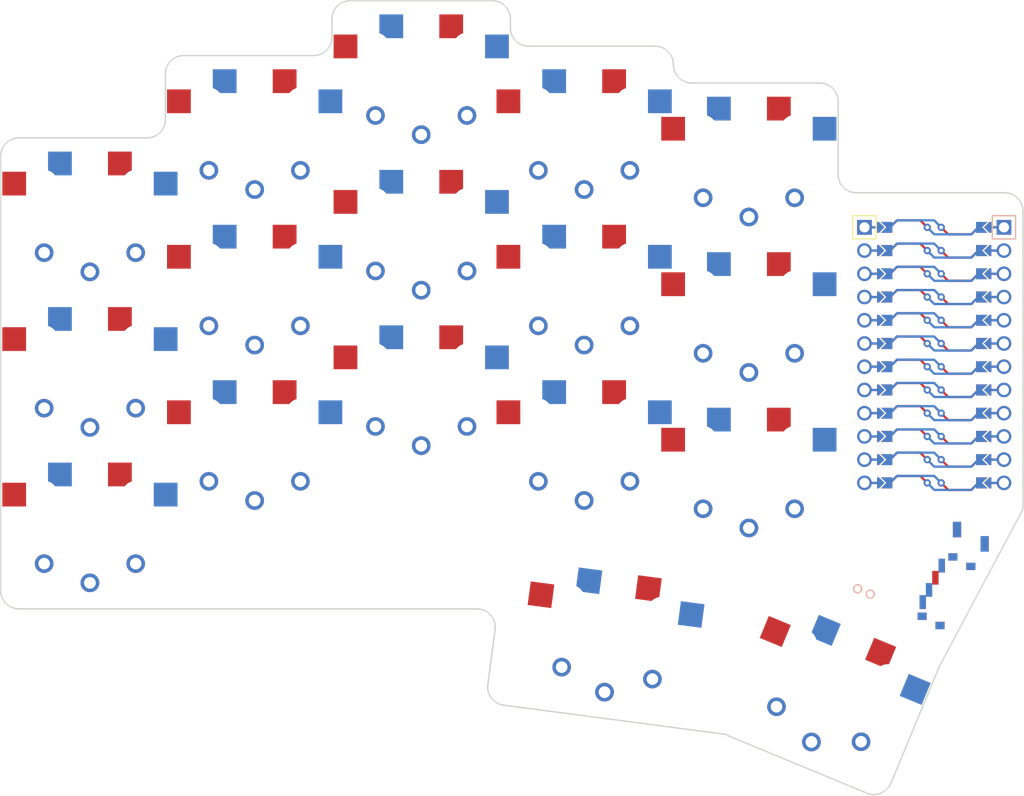
<source format=kicad_pcb>

            
(kicad_pcb (version 20171130) (host pcbnew 5.1.6)

  (page A3)
  (title_block
    (title lazy_ferris)
    (rev v1.0.0)
    (company Unknown)
  )

  (general
    (thickness 1.6)
  )

  (layers
    (0 F.Cu signal)
    (31 B.Cu signal)
    (32 B.Adhes user)
    (33 F.Adhes user)
    (34 B.Paste user)
    (35 F.Paste user)
    (36 B.SilkS user)
    (37 F.SilkS user)
    (38 B.Mask user)
    (39 F.Mask user)
    (40 Dwgs.User user)
    (41 Cmts.User user)
    (42 Eco1.User user)
    (43 Eco2.User user)
    (44 Edge.Cuts user)
    (45 Margin user)
    (46 B.CrtYd user)
    (47 F.CrtYd user)
    (48 B.Fab user)
    (49 F.Fab user)
  )

  (setup
    (last_trace_width 0.25)
    (trace_clearance 0.2)
    (zone_clearance 0.508)
    (zone_45_only no)
    (trace_min 0.2)
    (via_size 0.8)
    (via_drill 0.4)
    (via_min_size 0.4)
    (via_min_drill 0.3)
    (uvia_size 0.3)
    (uvia_drill 0.1)
    (uvias_allowed no)
    (uvia_min_size 0.2)
    (uvia_min_drill 0.1)
    (edge_width 0.05)
    (segment_width 0.2)
    (pcb_text_width 0.3)
    (pcb_text_size 1.5 1.5)
    (mod_edge_width 0.12)
    (mod_text_size 1 1)
    (mod_text_width 0.15)
    (pad_size 1.524 1.524)
    (pad_drill 0.762)
    (pad_to_mask_clearance 0.05)
    (aux_axis_origin 0 0)
    (visible_elements FFFFFF7F)
    (pcbplotparams
      (layerselection 0x010fc_ffffffff)
      (usegerberextensions false)
      (usegerberattributes true)
      (usegerberadvancedattributes true)
      (creategerberjobfile true)
      (excludeedgelayer true)
      (linewidth 0.100000)
      (plotframeref false)
      (viasonmask false)
      (mode 1)
      (useauxorigin false)
      (hpglpennumber 1)
      (hpglpenspeed 20)
      (hpglpendiameter 15.000000)
      (psnegative false)
      (psa4output false)
      (plotreference true)
      (plotvalue true)
      (plotinvisibletext false)
      (padsonsilk false)
      (subtractmaskfromsilk false)
      (outputformat 1)
      (mirror false)
      (drillshape 1)
      (scaleselection 1)
      (outputdirectory ""))
  )

            (net 0 "")
(net 1 "P8")
(net 2 "GND")
(net 3 "P5")
(net 4 "P2")
(net 5 "P14")
(net 6 "P18")
(net 7 "P20")
(net 8 "P7")
(net 9 "P4")
(net 10 "P0")
(net 11 "P15")
(net 12 "P19")
(net 13 "P21")
(net 14 "P6")
(net 15 "P3")
(net 16 "P1")
(net 17 "P9")
(net 18 "P10")
(net 19 "RAW")
(net 20 "RST")
(net 21 "VCC")
(net 22 "P16")
(net 23 "pos")
            
  (net_class Default "This is the default net class."
    (clearance 0.2)
    (trace_width 0.25)
    (via_dia 0.8)
    (via_drill 0.4)
    (uvia_dia 0.3)
    (uvia_drill 0.1)
    (add_net "")
(add_net "P8")
(add_net "GND")
(add_net "P5")
(add_net "P2")
(add_net "P14")
(add_net "P18")
(add_net "P20")
(add_net "P7")
(add_net "P4")
(add_net "P0")
(add_net "P15")
(add_net "P19")
(add_net "P21")
(add_net "P6")
(add_net "P3")
(add_net "P1")
(add_net "P9")
(add_net "P10")
(add_net "RAW")
(add_net "RST")
(add_net "VCC")
(add_net "P16")
(add_net "pos")
  )

            
        
      (module PG1350 (layer F.Cu) (tedit 5DD50112)
      (at 18 0 0)

      
      (fp_text reference "S1" (at 0 0) (layer F.SilkS) hide (effects (font (size 1.27 1.27) (thickness 0.15))))
      (fp_text value "" (at 0 0) (layer F.SilkS) hide (effects (font (size 1.27 1.27) (thickness 0.15))))

      
      (fp_line (start -7 -6) (end -7 -7) (layer Dwgs.User) (width 0.15))
      (fp_line (start -7 7) (end -6 7) (layer Dwgs.User) (width 0.15))
      (fp_line (start -6 -7) (end -7 -7) (layer Dwgs.User) (width 0.15))
      (fp_line (start -7 7) (end -7 6) (layer Dwgs.User) (width 0.15))
      (fp_line (start 7 6) (end 7 7) (layer Dwgs.User) (width 0.15))
      (fp_line (start 7 -7) (end 6 -7) (layer Dwgs.User) (width 0.15))
      (fp_line (start 6 7) (end 7 7) (layer Dwgs.User) (width 0.15))
      (fp_line (start 7 -7) (end 7 -6) (layer Dwgs.User) (width 0.15))      
      
      
      (pad "" np_thru_hole circle (at 0 0) (size 3.429 3.429) (drill 3.429) (layers *.Cu *.Mask))
        
      
      (pad "" np_thru_hole circle (at 5.5 0) (size 1.7018 1.7018) (drill 1.7018) (layers *.Cu *.Mask))
      (pad "" np_thru_hole circle (at -5.5 0) (size 1.7018 1.7018) (drill 1.7018) (layers *.Cu *.Mask))
      
        
      
      (fp_line (start -9 -8.5) (end 9 -8.5) (layer Dwgs.User) (width 0.15))
      (fp_line (start 9 -8.5) (end 9 8.5) (layer Dwgs.User) (width 0.15))
      (fp_line (start 9 8.5) (end -9 8.5) (layer Dwgs.User) (width 0.15))
      (fp_line (start -9 8.5) (end -9 -8.5) (layer Dwgs.User) (width 0.15))
      
        
          
          (pad "" np_thru_hole circle (at 5 -3.75) (size 3 3) (drill 3) (layers *.Cu *.Mask))
          (pad "" np_thru_hole circle (at 0 -5.95) (size 3 3) (drill 3) (layers *.Cu *.Mask))
      
          
          (pad 1 smd rect (at -3.275 -5.95 0) (size 2.6 2.6) (layers B.Cu B.Paste B.Mask)  (net 1 "P8"))
          (pad 2 smd rect (at 8.275 -3.75 0) (size 2.6 2.6) (layers B.Cu B.Paste B.Mask)  (net 2 "GND"))
        
        
          
          (pad "" np_thru_hole circle (at -5 -3.75) (size 3 3) (drill 3) (layers *.Cu *.Mask))
          (pad "" np_thru_hole circle (at 0 -5.95) (size 3 3) (drill 3) (layers *.Cu *.Mask))
      
          
          (pad 1 smd rect (at 3.275 -5.95 0) (size 2.6 2.6) (layers F.Cu F.Paste F.Mask)  (net 1 "P8"))
          (pad 2 smd rect (at -8.275 -3.75 0) (size 2.6 2.6) (layers F.Cu F.Paste F.Mask)  (net 2 "GND"))
        )
        

        
      (module PG1350 (layer F.Cu) (tedit 5DD50112)
      (at 18 0 180)

      
      (fp_text reference "S2" (at 0 0) (layer F.SilkS) hide (effects (font (size 1.27 1.27) (thickness 0.15))))
      (fp_text value "" (at 0 0) (layer F.SilkS) hide (effects (font (size 1.27 1.27) (thickness 0.15))))

      
      (fp_line (start -7 -6) (end -7 -7) (layer Dwgs.User) (width 0.15))
      (fp_line (start -7 7) (end -6 7) (layer Dwgs.User) (width 0.15))
      (fp_line (start -6 -7) (end -7 -7) (layer Dwgs.User) (width 0.15))
      (fp_line (start -7 7) (end -7 6) (layer Dwgs.User) (width 0.15))
      (fp_line (start 7 6) (end 7 7) (layer Dwgs.User) (width 0.15))
      (fp_line (start 7 -7) (end 6 -7) (layer Dwgs.User) (width 0.15))
      (fp_line (start 6 7) (end 7 7) (layer Dwgs.User) (width 0.15))
      (fp_line (start 7 -7) (end 7 -6) (layer Dwgs.User) (width 0.15))      
      
      
      (pad "" np_thru_hole circle (at 0 0) (size 3.429 3.429) (drill 3.429) (layers *.Cu *.Mask))
        
      
      (pad "" np_thru_hole circle (at 5.5 0) (size 1.7018 1.7018) (drill 1.7018) (layers *.Cu *.Mask))
      (pad "" np_thru_hole circle (at -5.5 0) (size 1.7018 1.7018) (drill 1.7018) (layers *.Cu *.Mask))
      
        
      
      (fp_line (start -9 -8.5) (end 9 -8.5) (layer Dwgs.User) (width 0.15))
      (fp_line (start 9 -8.5) (end 9 8.5) (layer Dwgs.User) (width 0.15))
      (fp_line (start 9 8.5) (end -9 8.5) (layer Dwgs.User) (width 0.15))
      (fp_line (start -9 8.5) (end -9 -8.5) (layer Dwgs.User) (width 0.15))
      
        
            
            (pad 1 thru_hole circle (at 5 -3.8) (size 2.032 2.032) (drill 1.27) (layers *.Cu *.Mask) (net 1 "P8"))
            (pad 2 thru_hole circle (at 0 -5.9) (size 2.032 2.032) (drill 1.27) (layers *.Cu *.Mask) (net 2 "GND"))
          
        
            
            (pad 1 thru_hole circle (at -5 -3.8) (size 2.032 2.032) (drill 1.27) (layers *.Cu *.Mask) (net 1 "P8"))
            (pad 2 thru_hole circle (at -0 -5.9) (size 2.032 2.032) (drill 1.27) (layers *.Cu *.Mask) (net 2 "GND"))
          )
        

        
      (module PG1350 (layer F.Cu) (tedit 5DD50112)
      (at 18 -17 0)

      
      (fp_text reference "S3" (at 0 0) (layer F.SilkS) hide (effects (font (size 1.27 1.27) (thickness 0.15))))
      (fp_text value "" (at 0 0) (layer F.SilkS) hide (effects (font (size 1.27 1.27) (thickness 0.15))))

      
      (fp_line (start -7 -6) (end -7 -7) (layer Dwgs.User) (width 0.15))
      (fp_line (start -7 7) (end -6 7) (layer Dwgs.User) (width 0.15))
      (fp_line (start -6 -7) (end -7 -7) (layer Dwgs.User) (width 0.15))
      (fp_line (start -7 7) (end -7 6) (layer Dwgs.User) (width 0.15))
      (fp_line (start 7 6) (end 7 7) (layer Dwgs.User) (width 0.15))
      (fp_line (start 7 -7) (end 6 -7) (layer Dwgs.User) (width 0.15))
      (fp_line (start 6 7) (end 7 7) (layer Dwgs.User) (width 0.15))
      (fp_line (start 7 -7) (end 7 -6) (layer Dwgs.User) (width 0.15))      
      
      
      (pad "" np_thru_hole circle (at 0 0) (size 3.429 3.429) (drill 3.429) (layers *.Cu *.Mask))
        
      
      (pad "" np_thru_hole circle (at 5.5 0) (size 1.7018 1.7018) (drill 1.7018) (layers *.Cu *.Mask))
      (pad "" np_thru_hole circle (at -5.5 0) (size 1.7018 1.7018) (drill 1.7018) (layers *.Cu *.Mask))
      
        
      
      (fp_line (start -9 -8.5) (end 9 -8.5) (layer Dwgs.User) (width 0.15))
      (fp_line (start 9 -8.5) (end 9 8.5) (layer Dwgs.User) (width 0.15))
      (fp_line (start 9 8.5) (end -9 8.5) (layer Dwgs.User) (width 0.15))
      (fp_line (start -9 8.5) (end -9 -8.5) (layer Dwgs.User) (width 0.15))
      
        
          
          (pad "" np_thru_hole circle (at 5 -3.75) (size 3 3) (drill 3) (layers *.Cu *.Mask))
          (pad "" np_thru_hole circle (at 0 -5.95) (size 3 3) (drill 3) (layers *.Cu *.Mask))
      
          
          (pad 1 smd rect (at -3.275 -5.95 0) (size 2.6 2.6) (layers B.Cu B.Paste B.Mask)  (net 3 "P5"))
          (pad 2 smd rect (at 8.275 -3.75 0) (size 2.6 2.6) (layers B.Cu B.Paste B.Mask)  (net 2 "GND"))
        
        
          
          (pad "" np_thru_hole circle (at -5 -3.75) (size 3 3) (drill 3) (layers *.Cu *.Mask))
          (pad "" np_thru_hole circle (at 0 -5.95) (size 3 3) (drill 3) (layers *.Cu *.Mask))
      
          
          (pad 1 smd rect (at 3.275 -5.95 0) (size 2.6 2.6) (layers F.Cu F.Paste F.Mask)  (net 3 "P5"))
          (pad 2 smd rect (at -8.275 -3.75 0) (size 2.6 2.6) (layers F.Cu F.Paste F.Mask)  (net 2 "GND"))
        )
        

        
      (module PG1350 (layer F.Cu) (tedit 5DD50112)
      (at 18 -17 180)

      
      (fp_text reference "S4" (at 0 0) (layer F.SilkS) hide (effects (font (size 1.27 1.27) (thickness 0.15))))
      (fp_text value "" (at 0 0) (layer F.SilkS) hide (effects (font (size 1.27 1.27) (thickness 0.15))))

      
      (fp_line (start -7 -6) (end -7 -7) (layer Dwgs.User) (width 0.15))
      (fp_line (start -7 7) (end -6 7) (layer Dwgs.User) (width 0.15))
      (fp_line (start -6 -7) (end -7 -7) (layer Dwgs.User) (width 0.15))
      (fp_line (start -7 7) (end -7 6) (layer Dwgs.User) (width 0.15))
      (fp_line (start 7 6) (end 7 7) (layer Dwgs.User) (width 0.15))
      (fp_line (start 7 -7) (end 6 -7) (layer Dwgs.User) (width 0.15))
      (fp_line (start 6 7) (end 7 7) (layer Dwgs.User) (width 0.15))
      (fp_line (start 7 -7) (end 7 -6) (layer Dwgs.User) (width 0.15))      
      
      
      (pad "" np_thru_hole circle (at 0 0) (size 3.429 3.429) (drill 3.429) (layers *.Cu *.Mask))
        
      
      (pad "" np_thru_hole circle (at 5.5 0) (size 1.7018 1.7018) (drill 1.7018) (layers *.Cu *.Mask))
      (pad "" np_thru_hole circle (at -5.5 0) (size 1.7018 1.7018) (drill 1.7018) (layers *.Cu *.Mask))
      
        
      
      (fp_line (start -9 -8.5) (end 9 -8.5) (layer Dwgs.User) (width 0.15))
      (fp_line (start 9 -8.5) (end 9 8.5) (layer Dwgs.User) (width 0.15))
      (fp_line (start 9 8.5) (end -9 8.5) (layer Dwgs.User) (width 0.15))
      (fp_line (start -9 8.5) (end -9 -8.5) (layer Dwgs.User) (width 0.15))
      
        
            
            (pad 1 thru_hole circle (at 5 -3.8) (size 2.032 2.032) (drill 1.27) (layers *.Cu *.Mask) (net 3 "P5"))
            (pad 2 thru_hole circle (at 0 -5.9) (size 2.032 2.032) (drill 1.27) (layers *.Cu *.Mask) (net 2 "GND"))
          
        
            
            (pad 1 thru_hole circle (at -5 -3.8) (size 2.032 2.032) (drill 1.27) (layers *.Cu *.Mask) (net 3 "P5"))
            (pad 2 thru_hole circle (at -0 -5.9) (size 2.032 2.032) (drill 1.27) (layers *.Cu *.Mask) (net 2 "GND"))
          )
        

        
      (module PG1350 (layer F.Cu) (tedit 5DD50112)
      (at 18 -34 0)

      
      (fp_text reference "S5" (at 0 0) (layer F.SilkS) hide (effects (font (size 1.27 1.27) (thickness 0.15))))
      (fp_text value "" (at 0 0) (layer F.SilkS) hide (effects (font (size 1.27 1.27) (thickness 0.15))))

      
      (fp_line (start -7 -6) (end -7 -7) (layer Dwgs.User) (width 0.15))
      (fp_line (start -7 7) (end -6 7) (layer Dwgs.User) (width 0.15))
      (fp_line (start -6 -7) (end -7 -7) (layer Dwgs.User) (width 0.15))
      (fp_line (start -7 7) (end -7 6) (layer Dwgs.User) (width 0.15))
      (fp_line (start 7 6) (end 7 7) (layer Dwgs.User) (width 0.15))
      (fp_line (start 7 -7) (end 6 -7) (layer Dwgs.User) (width 0.15))
      (fp_line (start 6 7) (end 7 7) (layer Dwgs.User) (width 0.15))
      (fp_line (start 7 -7) (end 7 -6) (layer Dwgs.User) (width 0.15))      
      
      
      (pad "" np_thru_hole circle (at 0 0) (size 3.429 3.429) (drill 3.429) (layers *.Cu *.Mask))
        
      
      (pad "" np_thru_hole circle (at 5.5 0) (size 1.7018 1.7018) (drill 1.7018) (layers *.Cu *.Mask))
      (pad "" np_thru_hole circle (at -5.5 0) (size 1.7018 1.7018) (drill 1.7018) (layers *.Cu *.Mask))
      
        
      
      (fp_line (start -9 -8.5) (end 9 -8.5) (layer Dwgs.User) (width 0.15))
      (fp_line (start 9 -8.5) (end 9 8.5) (layer Dwgs.User) (width 0.15))
      (fp_line (start 9 8.5) (end -9 8.5) (layer Dwgs.User) (width 0.15))
      (fp_line (start -9 8.5) (end -9 -8.5) (layer Dwgs.User) (width 0.15))
      
        
          
          (pad "" np_thru_hole circle (at 5 -3.75) (size 3 3) (drill 3) (layers *.Cu *.Mask))
          (pad "" np_thru_hole circle (at 0 -5.95) (size 3 3) (drill 3) (layers *.Cu *.Mask))
      
          
          (pad 1 smd rect (at -3.275 -5.95 0) (size 2.6 2.6) (layers B.Cu B.Paste B.Mask)  (net 4 "P2"))
          (pad 2 smd rect (at 8.275 -3.75 0) (size 2.6 2.6) (layers B.Cu B.Paste B.Mask)  (net 2 "GND"))
        
        
          
          (pad "" np_thru_hole circle (at -5 -3.75) (size 3 3) (drill 3) (layers *.Cu *.Mask))
          (pad "" np_thru_hole circle (at 0 -5.95) (size 3 3) (drill 3) (layers *.Cu *.Mask))
      
          
          (pad 1 smd rect (at 3.275 -5.95 0) (size 2.6 2.6) (layers F.Cu F.Paste F.Mask)  (net 4 "P2"))
          (pad 2 smd rect (at -8.275 -3.75 0) (size 2.6 2.6) (layers F.Cu F.Paste F.Mask)  (net 2 "GND"))
        )
        

        
      (module PG1350 (layer F.Cu) (tedit 5DD50112)
      (at 18 -34 180)

      
      (fp_text reference "S6" (at 0 0) (layer F.SilkS) hide (effects (font (size 1.27 1.27) (thickness 0.15))))
      (fp_text value "" (at 0 0) (layer F.SilkS) hide (effects (font (size 1.27 1.27) (thickness 0.15))))

      
      (fp_line (start -7 -6) (end -7 -7) (layer Dwgs.User) (width 0.15))
      (fp_line (start -7 7) (end -6 7) (layer Dwgs.User) (width 0.15))
      (fp_line (start -6 -7) (end -7 -7) (layer Dwgs.User) (width 0.15))
      (fp_line (start -7 7) (end -7 6) (layer Dwgs.User) (width 0.15))
      (fp_line (start 7 6) (end 7 7) (layer Dwgs.User) (width 0.15))
      (fp_line (start 7 -7) (end 6 -7) (layer Dwgs.User) (width 0.15))
      (fp_line (start 6 7) (end 7 7) (layer Dwgs.User) (width 0.15))
      (fp_line (start 7 -7) (end 7 -6) (layer Dwgs.User) (width 0.15))      
      
      
      (pad "" np_thru_hole circle (at 0 0) (size 3.429 3.429) (drill 3.429) (layers *.Cu *.Mask))
        
      
      (pad "" np_thru_hole circle (at 5.5 0) (size 1.7018 1.7018) (drill 1.7018) (layers *.Cu *.Mask))
      (pad "" np_thru_hole circle (at -5.5 0) (size 1.7018 1.7018) (drill 1.7018) (layers *.Cu *.Mask))
      
        
      
      (fp_line (start -9 -8.5) (end 9 -8.5) (layer Dwgs.User) (width 0.15))
      (fp_line (start 9 -8.5) (end 9 8.5) (layer Dwgs.User) (width 0.15))
      (fp_line (start 9 8.5) (end -9 8.5) (layer Dwgs.User) (width 0.15))
      (fp_line (start -9 8.5) (end -9 -8.5) (layer Dwgs.User) (width 0.15))
      
        
            
            (pad 1 thru_hole circle (at 5 -3.8) (size 2.032 2.032) (drill 1.27) (layers *.Cu *.Mask) (net 4 "P2"))
            (pad 2 thru_hole circle (at 0 -5.9) (size 2.032 2.032) (drill 1.27) (layers *.Cu *.Mask) (net 2 "GND"))
          
        
            
            (pad 1 thru_hole circle (at -5 -3.8) (size 2.032 2.032) (drill 1.27) (layers *.Cu *.Mask) (net 4 "P2"))
            (pad 2 thru_hole circle (at -0 -5.9) (size 2.032 2.032) (drill 1.27) (layers *.Cu *.Mask) (net 2 "GND"))
          )
        

        
      (module PG1350 (layer F.Cu) (tedit 5DD50112)
      (at 36 -9 0)

      
      (fp_text reference "S7" (at 0 0) (layer F.SilkS) hide (effects (font (size 1.27 1.27) (thickness 0.15))))
      (fp_text value "" (at 0 0) (layer F.SilkS) hide (effects (font (size 1.27 1.27) (thickness 0.15))))

      
      (fp_line (start -7 -6) (end -7 -7) (layer Dwgs.User) (width 0.15))
      (fp_line (start -7 7) (end -6 7) (layer Dwgs.User) (width 0.15))
      (fp_line (start -6 -7) (end -7 -7) (layer Dwgs.User) (width 0.15))
      (fp_line (start -7 7) (end -7 6) (layer Dwgs.User) (width 0.15))
      (fp_line (start 7 6) (end 7 7) (layer Dwgs.User) (width 0.15))
      (fp_line (start 7 -7) (end 6 -7) (layer Dwgs.User) (width 0.15))
      (fp_line (start 6 7) (end 7 7) (layer Dwgs.User) (width 0.15))
      (fp_line (start 7 -7) (end 7 -6) (layer Dwgs.User) (width 0.15))      
      
      
      (pad "" np_thru_hole circle (at 0 0) (size 3.429 3.429) (drill 3.429) (layers *.Cu *.Mask))
        
      
      (pad "" np_thru_hole circle (at 5.5 0) (size 1.7018 1.7018) (drill 1.7018) (layers *.Cu *.Mask))
      (pad "" np_thru_hole circle (at -5.5 0) (size 1.7018 1.7018) (drill 1.7018) (layers *.Cu *.Mask))
      
        
      
      (fp_line (start -9 -8.5) (end 9 -8.5) (layer Dwgs.User) (width 0.15))
      (fp_line (start 9 -8.5) (end 9 8.5) (layer Dwgs.User) (width 0.15))
      (fp_line (start 9 8.5) (end -9 8.5) (layer Dwgs.User) (width 0.15))
      (fp_line (start -9 8.5) (end -9 -8.5) (layer Dwgs.User) (width 0.15))
      
        
          
          (pad "" np_thru_hole circle (at 5 -3.75) (size 3 3) (drill 3) (layers *.Cu *.Mask))
          (pad "" np_thru_hole circle (at 0 -5.95) (size 3 3) (drill 3) (layers *.Cu *.Mask))
      
          
          (pad 1 smd rect (at -3.275 -5.95 0) (size 2.6 2.6) (layers B.Cu B.Paste B.Mask)  (net 5 "P14"))
          (pad 2 smd rect (at 8.275 -3.75 0) (size 2.6 2.6) (layers B.Cu B.Paste B.Mask)  (net 2 "GND"))
        
        
          
          (pad "" np_thru_hole circle (at -5 -3.75) (size 3 3) (drill 3) (layers *.Cu *.Mask))
          (pad "" np_thru_hole circle (at 0 -5.95) (size 3 3) (drill 3) (layers *.Cu *.Mask))
      
          
          (pad 1 smd rect (at 3.275 -5.95 0) (size 2.6 2.6) (layers F.Cu F.Paste F.Mask)  (net 5 "P14"))
          (pad 2 smd rect (at -8.275 -3.75 0) (size 2.6 2.6) (layers F.Cu F.Paste F.Mask)  (net 2 "GND"))
        )
        

        
      (module PG1350 (layer F.Cu) (tedit 5DD50112)
      (at 36 -9 180)

      
      (fp_text reference "S8" (at 0 0) (layer F.SilkS) hide (effects (font (size 1.27 1.27) (thickness 0.15))))
      (fp_text value "" (at 0 0) (layer F.SilkS) hide (effects (font (size 1.27 1.27) (thickness 0.15))))

      
      (fp_line (start -7 -6) (end -7 -7) (layer Dwgs.User) (width 0.15))
      (fp_line (start -7 7) (end -6 7) (layer Dwgs.User) (width 0.15))
      (fp_line (start -6 -7) (end -7 -7) (layer Dwgs.User) (width 0.15))
      (fp_line (start -7 7) (end -7 6) (layer Dwgs.User) (width 0.15))
      (fp_line (start 7 6) (end 7 7) (layer Dwgs.User) (width 0.15))
      (fp_line (start 7 -7) (end 6 -7) (layer Dwgs.User) (width 0.15))
      (fp_line (start 6 7) (end 7 7) (layer Dwgs.User) (width 0.15))
      (fp_line (start 7 -7) (end 7 -6) (layer Dwgs.User) (width 0.15))      
      
      
      (pad "" np_thru_hole circle (at 0 0) (size 3.429 3.429) (drill 3.429) (layers *.Cu *.Mask))
        
      
      (pad "" np_thru_hole circle (at 5.5 0) (size 1.7018 1.7018) (drill 1.7018) (layers *.Cu *.Mask))
      (pad "" np_thru_hole circle (at -5.5 0) (size 1.7018 1.7018) (drill 1.7018) (layers *.Cu *.Mask))
      
        
      
      (fp_line (start -9 -8.5) (end 9 -8.5) (layer Dwgs.User) (width 0.15))
      (fp_line (start 9 -8.5) (end 9 8.5) (layer Dwgs.User) (width 0.15))
      (fp_line (start 9 8.5) (end -9 8.5) (layer Dwgs.User) (width 0.15))
      (fp_line (start -9 8.5) (end -9 -8.5) (layer Dwgs.User) (width 0.15))
      
        
            
            (pad 1 thru_hole circle (at 5 -3.8) (size 2.032 2.032) (drill 1.27) (layers *.Cu *.Mask) (net 5 "P14"))
            (pad 2 thru_hole circle (at 0 -5.9) (size 2.032 2.032) (drill 1.27) (layers *.Cu *.Mask) (net 2 "GND"))
          
        
            
            (pad 1 thru_hole circle (at -5 -3.8) (size 2.032 2.032) (drill 1.27) (layers *.Cu *.Mask) (net 5 "P14"))
            (pad 2 thru_hole circle (at -0 -5.9) (size 2.032 2.032) (drill 1.27) (layers *.Cu *.Mask) (net 2 "GND"))
          )
        

        
      (module PG1350 (layer F.Cu) (tedit 5DD50112)
      (at 36 -26 0)

      
      (fp_text reference "S9" (at 0 0) (layer F.SilkS) hide (effects (font (size 1.27 1.27) (thickness 0.15))))
      (fp_text value "" (at 0 0) (layer F.SilkS) hide (effects (font (size 1.27 1.27) (thickness 0.15))))

      
      (fp_line (start -7 -6) (end -7 -7) (layer Dwgs.User) (width 0.15))
      (fp_line (start -7 7) (end -6 7) (layer Dwgs.User) (width 0.15))
      (fp_line (start -6 -7) (end -7 -7) (layer Dwgs.User) (width 0.15))
      (fp_line (start -7 7) (end -7 6) (layer Dwgs.User) (width 0.15))
      (fp_line (start 7 6) (end 7 7) (layer Dwgs.User) (width 0.15))
      (fp_line (start 7 -7) (end 6 -7) (layer Dwgs.User) (width 0.15))
      (fp_line (start 6 7) (end 7 7) (layer Dwgs.User) (width 0.15))
      (fp_line (start 7 -7) (end 7 -6) (layer Dwgs.User) (width 0.15))      
      
      
      (pad "" np_thru_hole circle (at 0 0) (size 3.429 3.429) (drill 3.429) (layers *.Cu *.Mask))
        
      
      (pad "" np_thru_hole circle (at 5.5 0) (size 1.7018 1.7018) (drill 1.7018) (layers *.Cu *.Mask))
      (pad "" np_thru_hole circle (at -5.5 0) (size 1.7018 1.7018) (drill 1.7018) (layers *.Cu *.Mask))
      
        
      
      (fp_line (start -9 -8.5) (end 9 -8.5) (layer Dwgs.User) (width 0.15))
      (fp_line (start 9 -8.5) (end 9 8.5) (layer Dwgs.User) (width 0.15))
      (fp_line (start 9 8.5) (end -9 8.5) (layer Dwgs.User) (width 0.15))
      (fp_line (start -9 8.5) (end -9 -8.5) (layer Dwgs.User) (width 0.15))
      
        
          
          (pad "" np_thru_hole circle (at 5 -3.75) (size 3 3) (drill 3) (layers *.Cu *.Mask))
          (pad "" np_thru_hole circle (at 0 -5.95) (size 3 3) (drill 3) (layers *.Cu *.Mask))
      
          
          (pad 1 smd rect (at -3.275 -5.95 0) (size 2.6 2.6) (layers B.Cu B.Paste B.Mask)  (net 6 "P18"))
          (pad 2 smd rect (at 8.275 -3.75 0) (size 2.6 2.6) (layers B.Cu B.Paste B.Mask)  (net 2 "GND"))
        
        
          
          (pad "" np_thru_hole circle (at -5 -3.75) (size 3 3) (drill 3) (layers *.Cu *.Mask))
          (pad "" np_thru_hole circle (at 0 -5.95) (size 3 3) (drill 3) (layers *.Cu *.Mask))
      
          
          (pad 1 smd rect (at 3.275 -5.95 0) (size 2.6 2.6) (layers F.Cu F.Paste F.Mask)  (net 6 "P18"))
          (pad 2 smd rect (at -8.275 -3.75 0) (size 2.6 2.6) (layers F.Cu F.Paste F.Mask)  (net 2 "GND"))
        )
        

        
      (module PG1350 (layer F.Cu) (tedit 5DD50112)
      (at 36 -26 180)

      
      (fp_text reference "S10" (at 0 0) (layer F.SilkS) hide (effects (font (size 1.27 1.27) (thickness 0.15))))
      (fp_text value "" (at 0 0) (layer F.SilkS) hide (effects (font (size 1.27 1.27) (thickness 0.15))))

      
      (fp_line (start -7 -6) (end -7 -7) (layer Dwgs.User) (width 0.15))
      (fp_line (start -7 7) (end -6 7) (layer Dwgs.User) (width 0.15))
      (fp_line (start -6 -7) (end -7 -7) (layer Dwgs.User) (width 0.15))
      (fp_line (start -7 7) (end -7 6) (layer Dwgs.User) (width 0.15))
      (fp_line (start 7 6) (end 7 7) (layer Dwgs.User) (width 0.15))
      (fp_line (start 7 -7) (end 6 -7) (layer Dwgs.User) (width 0.15))
      (fp_line (start 6 7) (end 7 7) (layer Dwgs.User) (width 0.15))
      (fp_line (start 7 -7) (end 7 -6) (layer Dwgs.User) (width 0.15))      
      
      
      (pad "" np_thru_hole circle (at 0 0) (size 3.429 3.429) (drill 3.429) (layers *.Cu *.Mask))
        
      
      (pad "" np_thru_hole circle (at 5.5 0) (size 1.7018 1.7018) (drill 1.7018) (layers *.Cu *.Mask))
      (pad "" np_thru_hole circle (at -5.5 0) (size 1.7018 1.7018) (drill 1.7018) (layers *.Cu *.Mask))
      
        
      
      (fp_line (start -9 -8.5) (end 9 -8.5) (layer Dwgs.User) (width 0.15))
      (fp_line (start 9 -8.5) (end 9 8.5) (layer Dwgs.User) (width 0.15))
      (fp_line (start 9 8.5) (end -9 8.5) (layer Dwgs.User) (width 0.15))
      (fp_line (start -9 8.5) (end -9 -8.5) (layer Dwgs.User) (width 0.15))
      
        
            
            (pad 1 thru_hole circle (at 5 -3.8) (size 2.032 2.032) (drill 1.27) (layers *.Cu *.Mask) (net 6 "P18"))
            (pad 2 thru_hole circle (at 0 -5.9) (size 2.032 2.032) (drill 1.27) (layers *.Cu *.Mask) (net 2 "GND"))
          
        
            
            (pad 1 thru_hole circle (at -5 -3.8) (size 2.032 2.032) (drill 1.27) (layers *.Cu *.Mask) (net 6 "P18"))
            (pad 2 thru_hole circle (at -0 -5.9) (size 2.032 2.032) (drill 1.27) (layers *.Cu *.Mask) (net 2 "GND"))
          )
        

        
      (module PG1350 (layer F.Cu) (tedit 5DD50112)
      (at 36 -43 0)

      
      (fp_text reference "S11" (at 0 0) (layer F.SilkS) hide (effects (font (size 1.27 1.27) (thickness 0.15))))
      (fp_text value "" (at 0 0) (layer F.SilkS) hide (effects (font (size 1.27 1.27) (thickness 0.15))))

      
      (fp_line (start -7 -6) (end -7 -7) (layer Dwgs.User) (width 0.15))
      (fp_line (start -7 7) (end -6 7) (layer Dwgs.User) (width 0.15))
      (fp_line (start -6 -7) (end -7 -7) (layer Dwgs.User) (width 0.15))
      (fp_line (start -7 7) (end -7 6) (layer Dwgs.User) (width 0.15))
      (fp_line (start 7 6) (end 7 7) (layer Dwgs.User) (width 0.15))
      (fp_line (start 7 -7) (end 6 -7) (layer Dwgs.User) (width 0.15))
      (fp_line (start 6 7) (end 7 7) (layer Dwgs.User) (width 0.15))
      (fp_line (start 7 -7) (end 7 -6) (layer Dwgs.User) (width 0.15))      
      
      
      (pad "" np_thru_hole circle (at 0 0) (size 3.429 3.429) (drill 3.429) (layers *.Cu *.Mask))
        
      
      (pad "" np_thru_hole circle (at 5.5 0) (size 1.7018 1.7018) (drill 1.7018) (layers *.Cu *.Mask))
      (pad "" np_thru_hole circle (at -5.5 0) (size 1.7018 1.7018) (drill 1.7018) (layers *.Cu *.Mask))
      
        
      
      (fp_line (start -9 -8.5) (end 9 -8.5) (layer Dwgs.User) (width 0.15))
      (fp_line (start 9 -8.5) (end 9 8.5) (layer Dwgs.User) (width 0.15))
      (fp_line (start 9 8.5) (end -9 8.5) (layer Dwgs.User) (width 0.15))
      (fp_line (start -9 8.5) (end -9 -8.5) (layer Dwgs.User) (width 0.15))
      
        
          
          (pad "" np_thru_hole circle (at 5 -3.75) (size 3 3) (drill 3) (layers *.Cu *.Mask))
          (pad "" np_thru_hole circle (at 0 -5.95) (size 3 3) (drill 3) (layers *.Cu *.Mask))
      
          
          (pad 1 smd rect (at -3.275 -5.95 0) (size 2.6 2.6) (layers B.Cu B.Paste B.Mask)  (net 7 "P20"))
          (pad 2 smd rect (at 8.275 -3.75 0) (size 2.6 2.6) (layers B.Cu B.Paste B.Mask)  (net 2 "GND"))
        
        
          
          (pad "" np_thru_hole circle (at -5 -3.75) (size 3 3) (drill 3) (layers *.Cu *.Mask))
          (pad "" np_thru_hole circle (at 0 -5.95) (size 3 3) (drill 3) (layers *.Cu *.Mask))
      
          
          (pad 1 smd rect (at 3.275 -5.95 0) (size 2.6 2.6) (layers F.Cu F.Paste F.Mask)  (net 7 "P20"))
          (pad 2 smd rect (at -8.275 -3.75 0) (size 2.6 2.6) (layers F.Cu F.Paste F.Mask)  (net 2 "GND"))
        )
        

        
      (module PG1350 (layer F.Cu) (tedit 5DD50112)
      (at 36 -43 180)

      
      (fp_text reference "S12" (at 0 0) (layer F.SilkS) hide (effects (font (size 1.27 1.27) (thickness 0.15))))
      (fp_text value "" (at 0 0) (layer F.SilkS) hide (effects (font (size 1.27 1.27) (thickness 0.15))))

      
      (fp_line (start -7 -6) (end -7 -7) (layer Dwgs.User) (width 0.15))
      (fp_line (start -7 7) (end -6 7) (layer Dwgs.User) (width 0.15))
      (fp_line (start -6 -7) (end -7 -7) (layer Dwgs.User) (width 0.15))
      (fp_line (start -7 7) (end -7 6) (layer Dwgs.User) (width 0.15))
      (fp_line (start 7 6) (end 7 7) (layer Dwgs.User) (width 0.15))
      (fp_line (start 7 -7) (end 6 -7) (layer Dwgs.User) (width 0.15))
      (fp_line (start 6 7) (end 7 7) (layer Dwgs.User) (width 0.15))
      (fp_line (start 7 -7) (end 7 -6) (layer Dwgs.User) (width 0.15))      
      
      
      (pad "" np_thru_hole circle (at 0 0) (size 3.429 3.429) (drill 3.429) (layers *.Cu *.Mask))
        
      
      (pad "" np_thru_hole circle (at 5.5 0) (size 1.7018 1.7018) (drill 1.7018) (layers *.Cu *.Mask))
      (pad "" np_thru_hole circle (at -5.5 0) (size 1.7018 1.7018) (drill 1.7018) (layers *.Cu *.Mask))
      
        
      
      (fp_line (start -9 -8.5) (end 9 -8.5) (layer Dwgs.User) (width 0.15))
      (fp_line (start 9 -8.5) (end 9 8.5) (layer Dwgs.User) (width 0.15))
      (fp_line (start 9 8.5) (end -9 8.5) (layer Dwgs.User) (width 0.15))
      (fp_line (start -9 8.5) (end -9 -8.5) (layer Dwgs.User) (width 0.15))
      
        
            
            (pad 1 thru_hole circle (at 5 -3.8) (size 2.032 2.032) (drill 1.27) (layers *.Cu *.Mask) (net 7 "P20"))
            (pad 2 thru_hole circle (at 0 -5.9) (size 2.032 2.032) (drill 1.27) (layers *.Cu *.Mask) (net 2 "GND"))
          
        
            
            (pad 1 thru_hole circle (at -5 -3.8) (size 2.032 2.032) (drill 1.27) (layers *.Cu *.Mask) (net 7 "P20"))
            (pad 2 thru_hole circle (at -0 -5.9) (size 2.032 2.032) (drill 1.27) (layers *.Cu *.Mask) (net 2 "GND"))
          )
        

        
      (module PG1350 (layer F.Cu) (tedit 5DD50112)
      (at 54.2 -15 0)

      
      (fp_text reference "S13" (at 0 0) (layer F.SilkS) hide (effects (font (size 1.27 1.27) (thickness 0.15))))
      (fp_text value "" (at 0 0) (layer F.SilkS) hide (effects (font (size 1.27 1.27) (thickness 0.15))))

      
      (fp_line (start -7 -6) (end -7 -7) (layer Dwgs.User) (width 0.15))
      (fp_line (start -7 7) (end -6 7) (layer Dwgs.User) (width 0.15))
      (fp_line (start -6 -7) (end -7 -7) (layer Dwgs.User) (width 0.15))
      (fp_line (start -7 7) (end -7 6) (layer Dwgs.User) (width 0.15))
      (fp_line (start 7 6) (end 7 7) (layer Dwgs.User) (width 0.15))
      (fp_line (start 7 -7) (end 6 -7) (layer Dwgs.User) (width 0.15))
      (fp_line (start 6 7) (end 7 7) (layer Dwgs.User) (width 0.15))
      (fp_line (start 7 -7) (end 7 -6) (layer Dwgs.User) (width 0.15))      
      
      
      (pad "" np_thru_hole circle (at 0 0) (size 3.429 3.429) (drill 3.429) (layers *.Cu *.Mask))
        
      
      (pad "" np_thru_hole circle (at 5.5 0) (size 1.7018 1.7018) (drill 1.7018) (layers *.Cu *.Mask))
      (pad "" np_thru_hole circle (at -5.5 0) (size 1.7018 1.7018) (drill 1.7018) (layers *.Cu *.Mask))
      
        
      
      (fp_line (start -9 -8.5) (end 9 -8.5) (layer Dwgs.User) (width 0.15))
      (fp_line (start 9 -8.5) (end 9 8.5) (layer Dwgs.User) (width 0.15))
      (fp_line (start 9 8.5) (end -9 8.5) (layer Dwgs.User) (width 0.15))
      (fp_line (start -9 8.5) (end -9 -8.5) (layer Dwgs.User) (width 0.15))
      
        
          
          (pad "" np_thru_hole circle (at 5 -3.75) (size 3 3) (drill 3) (layers *.Cu *.Mask))
          (pad "" np_thru_hole circle (at 0 -5.95) (size 3 3) (drill 3) (layers *.Cu *.Mask))
      
          
          (pad 1 smd rect (at -3.275 -5.95 0) (size 2.6 2.6) (layers B.Cu B.Paste B.Mask)  (net 8 "P7"))
          (pad 2 smd rect (at 8.275 -3.75 0) (size 2.6 2.6) (layers B.Cu B.Paste B.Mask)  (net 2 "GND"))
        
        
          
          (pad "" np_thru_hole circle (at -5 -3.75) (size 3 3) (drill 3) (layers *.Cu *.Mask))
          (pad "" np_thru_hole circle (at 0 -5.95) (size 3 3) (drill 3) (layers *.Cu *.Mask))
      
          
          (pad 1 smd rect (at 3.275 -5.95 0) (size 2.6 2.6) (layers F.Cu F.Paste F.Mask)  (net 8 "P7"))
          (pad 2 smd rect (at -8.275 -3.75 0) (size 2.6 2.6) (layers F.Cu F.Paste F.Mask)  (net 2 "GND"))
        )
        

        
      (module PG1350 (layer F.Cu) (tedit 5DD50112)
      (at 54.2 -15 180)

      
      (fp_text reference "S14" (at 0 0) (layer F.SilkS) hide (effects (font (size 1.27 1.27) (thickness 0.15))))
      (fp_text value "" (at 0 0) (layer F.SilkS) hide (effects (font (size 1.27 1.27) (thickness 0.15))))

      
      (fp_line (start -7 -6) (end -7 -7) (layer Dwgs.User) (width 0.15))
      (fp_line (start -7 7) (end -6 7) (layer Dwgs.User) (width 0.15))
      (fp_line (start -6 -7) (end -7 -7) (layer Dwgs.User) (width 0.15))
      (fp_line (start -7 7) (end -7 6) (layer Dwgs.User) (width 0.15))
      (fp_line (start 7 6) (end 7 7) (layer Dwgs.User) (width 0.15))
      (fp_line (start 7 -7) (end 6 -7) (layer Dwgs.User) (width 0.15))
      (fp_line (start 6 7) (end 7 7) (layer Dwgs.User) (width 0.15))
      (fp_line (start 7 -7) (end 7 -6) (layer Dwgs.User) (width 0.15))      
      
      
      (pad "" np_thru_hole circle (at 0 0) (size 3.429 3.429) (drill 3.429) (layers *.Cu *.Mask))
        
      
      (pad "" np_thru_hole circle (at 5.5 0) (size 1.7018 1.7018) (drill 1.7018) (layers *.Cu *.Mask))
      (pad "" np_thru_hole circle (at -5.5 0) (size 1.7018 1.7018) (drill 1.7018) (layers *.Cu *.Mask))
      
        
      
      (fp_line (start -9 -8.5) (end 9 -8.5) (layer Dwgs.User) (width 0.15))
      (fp_line (start 9 -8.5) (end 9 8.5) (layer Dwgs.User) (width 0.15))
      (fp_line (start 9 8.5) (end -9 8.5) (layer Dwgs.User) (width 0.15))
      (fp_line (start -9 8.5) (end -9 -8.5) (layer Dwgs.User) (width 0.15))
      
        
            
            (pad 1 thru_hole circle (at 5 -3.8) (size 2.032 2.032) (drill 1.27) (layers *.Cu *.Mask) (net 8 "P7"))
            (pad 2 thru_hole circle (at 0 -5.9) (size 2.032 2.032) (drill 1.27) (layers *.Cu *.Mask) (net 2 "GND"))
          
        
            
            (pad 1 thru_hole circle (at -5 -3.8) (size 2.032 2.032) (drill 1.27) (layers *.Cu *.Mask) (net 8 "P7"))
            (pad 2 thru_hole circle (at -0 -5.9) (size 2.032 2.032) (drill 1.27) (layers *.Cu *.Mask) (net 2 "GND"))
          )
        

        
      (module PG1350 (layer F.Cu) (tedit 5DD50112)
      (at 54.2 -32 0)

      
      (fp_text reference "S15" (at 0 0) (layer F.SilkS) hide (effects (font (size 1.27 1.27) (thickness 0.15))))
      (fp_text value "" (at 0 0) (layer F.SilkS) hide (effects (font (size 1.27 1.27) (thickness 0.15))))

      
      (fp_line (start -7 -6) (end -7 -7) (layer Dwgs.User) (width 0.15))
      (fp_line (start -7 7) (end -6 7) (layer Dwgs.User) (width 0.15))
      (fp_line (start -6 -7) (end -7 -7) (layer Dwgs.User) (width 0.15))
      (fp_line (start -7 7) (end -7 6) (layer Dwgs.User) (width 0.15))
      (fp_line (start 7 6) (end 7 7) (layer Dwgs.User) (width 0.15))
      (fp_line (start 7 -7) (end 6 -7) (layer Dwgs.User) (width 0.15))
      (fp_line (start 6 7) (end 7 7) (layer Dwgs.User) (width 0.15))
      (fp_line (start 7 -7) (end 7 -6) (layer Dwgs.User) (width 0.15))      
      
      
      (pad "" np_thru_hole circle (at 0 0) (size 3.429 3.429) (drill 3.429) (layers *.Cu *.Mask))
        
      
      (pad "" np_thru_hole circle (at 5.5 0) (size 1.7018 1.7018) (drill 1.7018) (layers *.Cu *.Mask))
      (pad "" np_thru_hole circle (at -5.5 0) (size 1.7018 1.7018) (drill 1.7018) (layers *.Cu *.Mask))
      
        
      
      (fp_line (start -9 -8.5) (end 9 -8.5) (layer Dwgs.User) (width 0.15))
      (fp_line (start 9 -8.5) (end 9 8.5) (layer Dwgs.User) (width 0.15))
      (fp_line (start 9 8.5) (end -9 8.5) (layer Dwgs.User) (width 0.15))
      (fp_line (start -9 8.5) (end -9 -8.5) (layer Dwgs.User) (width 0.15))
      
        
          
          (pad "" np_thru_hole circle (at 5 -3.75) (size 3 3) (drill 3) (layers *.Cu *.Mask))
          (pad "" np_thru_hole circle (at 0 -5.95) (size 3 3) (drill 3) (layers *.Cu *.Mask))
      
          
          (pad 1 smd rect (at -3.275 -5.95 0) (size 2.6 2.6) (layers B.Cu B.Paste B.Mask)  (net 9 "P4"))
          (pad 2 smd rect (at 8.275 -3.75 0) (size 2.6 2.6) (layers B.Cu B.Paste B.Mask)  (net 2 "GND"))
        
        
          
          (pad "" np_thru_hole circle (at -5 -3.75) (size 3 3) (drill 3) (layers *.Cu *.Mask))
          (pad "" np_thru_hole circle (at 0 -5.95) (size 3 3) (drill 3) (layers *.Cu *.Mask))
      
          
          (pad 1 smd rect (at 3.275 -5.95 0) (size 2.6 2.6) (layers F.Cu F.Paste F.Mask)  (net 9 "P4"))
          (pad 2 smd rect (at -8.275 -3.75 0) (size 2.6 2.6) (layers F.Cu F.Paste F.Mask)  (net 2 "GND"))
        )
        

        
      (module PG1350 (layer F.Cu) (tedit 5DD50112)
      (at 54.2 -32 180)

      
      (fp_text reference "S16" (at 0 0) (layer F.SilkS) hide (effects (font (size 1.27 1.27) (thickness 0.15))))
      (fp_text value "" (at 0 0) (layer F.SilkS) hide (effects (font (size 1.27 1.27) (thickness 0.15))))

      
      (fp_line (start -7 -6) (end -7 -7) (layer Dwgs.User) (width 0.15))
      (fp_line (start -7 7) (end -6 7) (layer Dwgs.User) (width 0.15))
      (fp_line (start -6 -7) (end -7 -7) (layer Dwgs.User) (width 0.15))
      (fp_line (start -7 7) (end -7 6) (layer Dwgs.User) (width 0.15))
      (fp_line (start 7 6) (end 7 7) (layer Dwgs.User) (width 0.15))
      (fp_line (start 7 -7) (end 6 -7) (layer Dwgs.User) (width 0.15))
      (fp_line (start 6 7) (end 7 7) (layer Dwgs.User) (width 0.15))
      (fp_line (start 7 -7) (end 7 -6) (layer Dwgs.User) (width 0.15))      
      
      
      (pad "" np_thru_hole circle (at 0 0) (size 3.429 3.429) (drill 3.429) (layers *.Cu *.Mask))
        
      
      (pad "" np_thru_hole circle (at 5.5 0) (size 1.7018 1.7018) (drill 1.7018) (layers *.Cu *.Mask))
      (pad "" np_thru_hole circle (at -5.5 0) (size 1.7018 1.7018) (drill 1.7018) (layers *.Cu *.Mask))
      
        
      
      (fp_line (start -9 -8.5) (end 9 -8.5) (layer Dwgs.User) (width 0.15))
      (fp_line (start 9 -8.5) (end 9 8.5) (layer Dwgs.User) (width 0.15))
      (fp_line (start 9 8.5) (end -9 8.5) (layer Dwgs.User) (width 0.15))
      (fp_line (start -9 8.5) (end -9 -8.5) (layer Dwgs.User) (width 0.15))
      
        
            
            (pad 1 thru_hole circle (at 5 -3.8) (size 2.032 2.032) (drill 1.27) (layers *.Cu *.Mask) (net 9 "P4"))
            (pad 2 thru_hole circle (at 0 -5.9) (size 2.032 2.032) (drill 1.27) (layers *.Cu *.Mask) (net 2 "GND"))
          
        
            
            (pad 1 thru_hole circle (at -5 -3.8) (size 2.032 2.032) (drill 1.27) (layers *.Cu *.Mask) (net 9 "P4"))
            (pad 2 thru_hole circle (at -0 -5.9) (size 2.032 2.032) (drill 1.27) (layers *.Cu *.Mask) (net 2 "GND"))
          )
        

        
      (module PG1350 (layer F.Cu) (tedit 5DD50112)
      (at 54.2 -49 0)

      
      (fp_text reference "S17" (at 0 0) (layer F.SilkS) hide (effects (font (size 1.27 1.27) (thickness 0.15))))
      (fp_text value "" (at 0 0) (layer F.SilkS) hide (effects (font (size 1.27 1.27) (thickness 0.15))))

      
      (fp_line (start -7 -6) (end -7 -7) (layer Dwgs.User) (width 0.15))
      (fp_line (start -7 7) (end -6 7) (layer Dwgs.User) (width 0.15))
      (fp_line (start -6 -7) (end -7 -7) (layer Dwgs.User) (width 0.15))
      (fp_line (start -7 7) (end -7 6) (layer Dwgs.User) (width 0.15))
      (fp_line (start 7 6) (end 7 7) (layer Dwgs.User) (width 0.15))
      (fp_line (start 7 -7) (end 6 -7) (layer Dwgs.User) (width 0.15))
      (fp_line (start 6 7) (end 7 7) (layer Dwgs.User) (width 0.15))
      (fp_line (start 7 -7) (end 7 -6) (layer Dwgs.User) (width 0.15))      
      
      
      (pad "" np_thru_hole circle (at 0 0) (size 3.429 3.429) (drill 3.429) (layers *.Cu *.Mask))
        
      
      (pad "" np_thru_hole circle (at 5.5 0) (size 1.7018 1.7018) (drill 1.7018) (layers *.Cu *.Mask))
      (pad "" np_thru_hole circle (at -5.5 0) (size 1.7018 1.7018) (drill 1.7018) (layers *.Cu *.Mask))
      
        
      
      (fp_line (start -9 -8.5) (end 9 -8.5) (layer Dwgs.User) (width 0.15))
      (fp_line (start 9 -8.5) (end 9 8.5) (layer Dwgs.User) (width 0.15))
      (fp_line (start 9 8.5) (end -9 8.5) (layer Dwgs.User) (width 0.15))
      (fp_line (start -9 8.5) (end -9 -8.5) (layer Dwgs.User) (width 0.15))
      
        
          
          (pad "" np_thru_hole circle (at 5 -3.75) (size 3 3) (drill 3) (layers *.Cu *.Mask))
          (pad "" np_thru_hole circle (at 0 -5.95) (size 3 3) (drill 3) (layers *.Cu *.Mask))
      
          
          (pad 1 smd rect (at -3.275 -5.95 0) (size 2.6 2.6) (layers B.Cu B.Paste B.Mask)  (net 10 "P0"))
          (pad 2 smd rect (at 8.275 -3.75 0) (size 2.6 2.6) (layers B.Cu B.Paste B.Mask)  (net 2 "GND"))
        
        
          
          (pad "" np_thru_hole circle (at -5 -3.75) (size 3 3) (drill 3) (layers *.Cu *.Mask))
          (pad "" np_thru_hole circle (at 0 -5.95) (size 3 3) (drill 3) (layers *.Cu *.Mask))
      
          
          (pad 1 smd rect (at 3.275 -5.95 0) (size 2.6 2.6) (layers F.Cu F.Paste F.Mask)  (net 10 "P0"))
          (pad 2 smd rect (at -8.275 -3.75 0) (size 2.6 2.6) (layers F.Cu F.Paste F.Mask)  (net 2 "GND"))
        )
        

        
      (module PG1350 (layer F.Cu) (tedit 5DD50112)
      (at 54.2 -49 180)

      
      (fp_text reference "S18" (at 0 0) (layer F.SilkS) hide (effects (font (size 1.27 1.27) (thickness 0.15))))
      (fp_text value "" (at 0 0) (layer F.SilkS) hide (effects (font (size 1.27 1.27) (thickness 0.15))))

      
      (fp_line (start -7 -6) (end -7 -7) (layer Dwgs.User) (width 0.15))
      (fp_line (start -7 7) (end -6 7) (layer Dwgs.User) (width 0.15))
      (fp_line (start -6 -7) (end -7 -7) (layer Dwgs.User) (width 0.15))
      (fp_line (start -7 7) (end -7 6) (layer Dwgs.User) (width 0.15))
      (fp_line (start 7 6) (end 7 7) (layer Dwgs.User) (width 0.15))
      (fp_line (start 7 -7) (end 6 -7) (layer Dwgs.User) (width 0.15))
      (fp_line (start 6 7) (end 7 7) (layer Dwgs.User) (width 0.15))
      (fp_line (start 7 -7) (end 7 -6) (layer Dwgs.User) (width 0.15))      
      
      
      (pad "" np_thru_hole circle (at 0 0) (size 3.429 3.429) (drill 3.429) (layers *.Cu *.Mask))
        
      
      (pad "" np_thru_hole circle (at 5.5 0) (size 1.7018 1.7018) (drill 1.7018) (layers *.Cu *.Mask))
      (pad "" np_thru_hole circle (at -5.5 0) (size 1.7018 1.7018) (drill 1.7018) (layers *.Cu *.Mask))
      
        
      
      (fp_line (start -9 -8.5) (end 9 -8.5) (layer Dwgs.User) (width 0.15))
      (fp_line (start 9 -8.5) (end 9 8.5) (layer Dwgs.User) (width 0.15))
      (fp_line (start 9 8.5) (end -9 8.5) (layer Dwgs.User) (width 0.15))
      (fp_line (start -9 8.5) (end -9 -8.5) (layer Dwgs.User) (width 0.15))
      
        
            
            (pad 1 thru_hole circle (at 5 -3.8) (size 2.032 2.032) (drill 1.27) (layers *.Cu *.Mask) (net 10 "P0"))
            (pad 2 thru_hole circle (at 0 -5.9) (size 2.032 2.032) (drill 1.27) (layers *.Cu *.Mask) (net 2 "GND"))
          
        
            
            (pad 1 thru_hole circle (at -5 -3.8) (size 2.032 2.032) (drill 1.27) (layers *.Cu *.Mask) (net 10 "P0"))
            (pad 2 thru_hole circle (at -0 -5.9) (size 2.032 2.032) (drill 1.27) (layers *.Cu *.Mask) (net 2 "GND"))
          )
        

        
      (module PG1350 (layer F.Cu) (tedit 5DD50112)
      (at 72 -9 0)

      
      (fp_text reference "S19" (at 0 0) (layer F.SilkS) hide (effects (font (size 1.27 1.27) (thickness 0.15))))
      (fp_text value "" (at 0 0) (layer F.SilkS) hide (effects (font (size 1.27 1.27) (thickness 0.15))))

      
      (fp_line (start -7 -6) (end -7 -7) (layer Dwgs.User) (width 0.15))
      (fp_line (start -7 7) (end -6 7) (layer Dwgs.User) (width 0.15))
      (fp_line (start -6 -7) (end -7 -7) (layer Dwgs.User) (width 0.15))
      (fp_line (start -7 7) (end -7 6) (layer Dwgs.User) (width 0.15))
      (fp_line (start 7 6) (end 7 7) (layer Dwgs.User) (width 0.15))
      (fp_line (start 7 -7) (end 6 -7) (layer Dwgs.User) (width 0.15))
      (fp_line (start 6 7) (end 7 7) (layer Dwgs.User) (width 0.15))
      (fp_line (start 7 -7) (end 7 -6) (layer Dwgs.User) (width 0.15))      
      
      
      (pad "" np_thru_hole circle (at 0 0) (size 3.429 3.429) (drill 3.429) (layers *.Cu *.Mask))
        
      
      (pad "" np_thru_hole circle (at 5.5 0) (size 1.7018 1.7018) (drill 1.7018) (layers *.Cu *.Mask))
      (pad "" np_thru_hole circle (at -5.5 0) (size 1.7018 1.7018) (drill 1.7018) (layers *.Cu *.Mask))
      
        
      
      (fp_line (start -9 -8.5) (end 9 -8.5) (layer Dwgs.User) (width 0.15))
      (fp_line (start 9 -8.5) (end 9 8.5) (layer Dwgs.User) (width 0.15))
      (fp_line (start 9 8.5) (end -9 8.5) (layer Dwgs.User) (width 0.15))
      (fp_line (start -9 8.5) (end -9 -8.5) (layer Dwgs.User) (width 0.15))
      
        
          
          (pad "" np_thru_hole circle (at 5 -3.75) (size 3 3) (drill 3) (layers *.Cu *.Mask))
          (pad "" np_thru_hole circle (at 0 -5.95) (size 3 3) (drill 3) (layers *.Cu *.Mask))
      
          
          (pad 1 smd rect (at -3.275 -5.95 0) (size 2.6 2.6) (layers B.Cu B.Paste B.Mask)  (net 11 "P15"))
          (pad 2 smd rect (at 8.275 -3.75 0) (size 2.6 2.6) (layers B.Cu B.Paste B.Mask)  (net 2 "GND"))
        
        
          
          (pad "" np_thru_hole circle (at -5 -3.75) (size 3 3) (drill 3) (layers *.Cu *.Mask))
          (pad "" np_thru_hole circle (at 0 -5.95) (size 3 3) (drill 3) (layers *.Cu *.Mask))
      
          
          (pad 1 smd rect (at 3.275 -5.95 0) (size 2.6 2.6) (layers F.Cu F.Paste F.Mask)  (net 11 "P15"))
          (pad 2 smd rect (at -8.275 -3.75 0) (size 2.6 2.6) (layers F.Cu F.Paste F.Mask)  (net 2 "GND"))
        )
        

        
      (module PG1350 (layer F.Cu) (tedit 5DD50112)
      (at 72 -9 180)

      
      (fp_text reference "S20" (at 0 0) (layer F.SilkS) hide (effects (font (size 1.27 1.27) (thickness 0.15))))
      (fp_text value "" (at 0 0) (layer F.SilkS) hide (effects (font (size 1.27 1.27) (thickness 0.15))))

      
      (fp_line (start -7 -6) (end -7 -7) (layer Dwgs.User) (width 0.15))
      (fp_line (start -7 7) (end -6 7) (layer Dwgs.User) (width 0.15))
      (fp_line (start -6 -7) (end -7 -7) (layer Dwgs.User) (width 0.15))
      (fp_line (start -7 7) (end -7 6) (layer Dwgs.User) (width 0.15))
      (fp_line (start 7 6) (end 7 7) (layer Dwgs.User) (width 0.15))
      (fp_line (start 7 -7) (end 6 -7) (layer Dwgs.User) (width 0.15))
      (fp_line (start 6 7) (end 7 7) (layer Dwgs.User) (width 0.15))
      (fp_line (start 7 -7) (end 7 -6) (layer Dwgs.User) (width 0.15))      
      
      
      (pad "" np_thru_hole circle (at 0 0) (size 3.429 3.429) (drill 3.429) (layers *.Cu *.Mask))
        
      
      (pad "" np_thru_hole circle (at 5.5 0) (size 1.7018 1.7018) (drill 1.7018) (layers *.Cu *.Mask))
      (pad "" np_thru_hole circle (at -5.5 0) (size 1.7018 1.7018) (drill 1.7018) (layers *.Cu *.Mask))
      
        
      
      (fp_line (start -9 -8.5) (end 9 -8.5) (layer Dwgs.User) (width 0.15))
      (fp_line (start 9 -8.5) (end 9 8.5) (layer Dwgs.User) (width 0.15))
      (fp_line (start 9 8.5) (end -9 8.5) (layer Dwgs.User) (width 0.15))
      (fp_line (start -9 8.5) (end -9 -8.5) (layer Dwgs.User) (width 0.15))
      
        
            
            (pad 1 thru_hole circle (at 5 -3.8) (size 2.032 2.032) (drill 1.27) (layers *.Cu *.Mask) (net 11 "P15"))
            (pad 2 thru_hole circle (at 0 -5.9) (size 2.032 2.032) (drill 1.27) (layers *.Cu *.Mask) (net 2 "GND"))
          
        
            
            (pad 1 thru_hole circle (at -5 -3.8) (size 2.032 2.032) (drill 1.27) (layers *.Cu *.Mask) (net 11 "P15"))
            (pad 2 thru_hole circle (at -0 -5.9) (size 2.032 2.032) (drill 1.27) (layers *.Cu *.Mask) (net 2 "GND"))
          )
        

        
      (module PG1350 (layer F.Cu) (tedit 5DD50112)
      (at 72 -26 0)

      
      (fp_text reference "S21" (at 0 0) (layer F.SilkS) hide (effects (font (size 1.27 1.27) (thickness 0.15))))
      (fp_text value "" (at 0 0) (layer F.SilkS) hide (effects (font (size 1.27 1.27) (thickness 0.15))))

      
      (fp_line (start -7 -6) (end -7 -7) (layer Dwgs.User) (width 0.15))
      (fp_line (start -7 7) (end -6 7) (layer Dwgs.User) (width 0.15))
      (fp_line (start -6 -7) (end -7 -7) (layer Dwgs.User) (width 0.15))
      (fp_line (start -7 7) (end -7 6) (layer Dwgs.User) (width 0.15))
      (fp_line (start 7 6) (end 7 7) (layer Dwgs.User) (width 0.15))
      (fp_line (start 7 -7) (end 6 -7) (layer Dwgs.User) (width 0.15))
      (fp_line (start 6 7) (end 7 7) (layer Dwgs.User) (width 0.15))
      (fp_line (start 7 -7) (end 7 -6) (layer Dwgs.User) (width 0.15))      
      
      
      (pad "" np_thru_hole circle (at 0 0) (size 3.429 3.429) (drill 3.429) (layers *.Cu *.Mask))
        
      
      (pad "" np_thru_hole circle (at 5.5 0) (size 1.7018 1.7018) (drill 1.7018) (layers *.Cu *.Mask))
      (pad "" np_thru_hole circle (at -5.5 0) (size 1.7018 1.7018) (drill 1.7018) (layers *.Cu *.Mask))
      
        
      
      (fp_line (start -9 -8.5) (end 9 -8.5) (layer Dwgs.User) (width 0.15))
      (fp_line (start 9 -8.5) (end 9 8.5) (layer Dwgs.User) (width 0.15))
      (fp_line (start 9 8.5) (end -9 8.5) (layer Dwgs.User) (width 0.15))
      (fp_line (start -9 8.5) (end -9 -8.5) (layer Dwgs.User) (width 0.15))
      
        
          
          (pad "" np_thru_hole circle (at 5 -3.75) (size 3 3) (drill 3) (layers *.Cu *.Mask))
          (pad "" np_thru_hole circle (at 0 -5.95) (size 3 3) (drill 3) (layers *.Cu *.Mask))
      
          
          (pad 1 smd rect (at -3.275 -5.95 0) (size 2.6 2.6) (layers B.Cu B.Paste B.Mask)  (net 12 "P19"))
          (pad 2 smd rect (at 8.275 -3.75 0) (size 2.6 2.6) (layers B.Cu B.Paste B.Mask)  (net 2 "GND"))
        
        
          
          (pad "" np_thru_hole circle (at -5 -3.75) (size 3 3) (drill 3) (layers *.Cu *.Mask))
          (pad "" np_thru_hole circle (at 0 -5.95) (size 3 3) (drill 3) (layers *.Cu *.Mask))
      
          
          (pad 1 smd rect (at 3.275 -5.95 0) (size 2.6 2.6) (layers F.Cu F.Paste F.Mask)  (net 12 "P19"))
          (pad 2 smd rect (at -8.275 -3.75 0) (size 2.6 2.6) (layers F.Cu F.Paste F.Mask)  (net 2 "GND"))
        )
        

        
      (module PG1350 (layer F.Cu) (tedit 5DD50112)
      (at 72 -26 180)

      
      (fp_text reference "S22" (at 0 0) (layer F.SilkS) hide (effects (font (size 1.27 1.27) (thickness 0.15))))
      (fp_text value "" (at 0 0) (layer F.SilkS) hide (effects (font (size 1.27 1.27) (thickness 0.15))))

      
      (fp_line (start -7 -6) (end -7 -7) (layer Dwgs.User) (width 0.15))
      (fp_line (start -7 7) (end -6 7) (layer Dwgs.User) (width 0.15))
      (fp_line (start -6 -7) (end -7 -7) (layer Dwgs.User) (width 0.15))
      (fp_line (start -7 7) (end -7 6) (layer Dwgs.User) (width 0.15))
      (fp_line (start 7 6) (end 7 7) (layer Dwgs.User) (width 0.15))
      (fp_line (start 7 -7) (end 6 -7) (layer Dwgs.User) (width 0.15))
      (fp_line (start 6 7) (end 7 7) (layer Dwgs.User) (width 0.15))
      (fp_line (start 7 -7) (end 7 -6) (layer Dwgs.User) (width 0.15))      
      
      
      (pad "" np_thru_hole circle (at 0 0) (size 3.429 3.429) (drill 3.429) (layers *.Cu *.Mask))
        
      
      (pad "" np_thru_hole circle (at 5.5 0) (size 1.7018 1.7018) (drill 1.7018) (layers *.Cu *.Mask))
      (pad "" np_thru_hole circle (at -5.5 0) (size 1.7018 1.7018) (drill 1.7018) (layers *.Cu *.Mask))
      
        
      
      (fp_line (start -9 -8.5) (end 9 -8.5) (layer Dwgs.User) (width 0.15))
      (fp_line (start 9 -8.5) (end 9 8.5) (layer Dwgs.User) (width 0.15))
      (fp_line (start 9 8.5) (end -9 8.5) (layer Dwgs.User) (width 0.15))
      (fp_line (start -9 8.5) (end -9 -8.5) (layer Dwgs.User) (width 0.15))
      
        
            
            (pad 1 thru_hole circle (at 5 -3.8) (size 2.032 2.032) (drill 1.27) (layers *.Cu *.Mask) (net 12 "P19"))
            (pad 2 thru_hole circle (at 0 -5.9) (size 2.032 2.032) (drill 1.27) (layers *.Cu *.Mask) (net 2 "GND"))
          
        
            
            (pad 1 thru_hole circle (at -5 -3.8) (size 2.032 2.032) (drill 1.27) (layers *.Cu *.Mask) (net 12 "P19"))
            (pad 2 thru_hole circle (at -0 -5.9) (size 2.032 2.032) (drill 1.27) (layers *.Cu *.Mask) (net 2 "GND"))
          )
        

        
      (module PG1350 (layer F.Cu) (tedit 5DD50112)
      (at 72 -43 0)

      
      (fp_text reference "S23" (at 0 0) (layer F.SilkS) hide (effects (font (size 1.27 1.27) (thickness 0.15))))
      (fp_text value "" (at 0 0) (layer F.SilkS) hide (effects (font (size 1.27 1.27) (thickness 0.15))))

      
      (fp_line (start -7 -6) (end -7 -7) (layer Dwgs.User) (width 0.15))
      (fp_line (start -7 7) (end -6 7) (layer Dwgs.User) (width 0.15))
      (fp_line (start -6 -7) (end -7 -7) (layer Dwgs.User) (width 0.15))
      (fp_line (start -7 7) (end -7 6) (layer Dwgs.User) (width 0.15))
      (fp_line (start 7 6) (end 7 7) (layer Dwgs.User) (width 0.15))
      (fp_line (start 7 -7) (end 6 -7) (layer Dwgs.User) (width 0.15))
      (fp_line (start 6 7) (end 7 7) (layer Dwgs.User) (width 0.15))
      (fp_line (start 7 -7) (end 7 -6) (layer Dwgs.User) (width 0.15))      
      
      
      (pad "" np_thru_hole circle (at 0 0) (size 3.429 3.429) (drill 3.429) (layers *.Cu *.Mask))
        
      
      (pad "" np_thru_hole circle (at 5.5 0) (size 1.7018 1.7018) (drill 1.7018) (layers *.Cu *.Mask))
      (pad "" np_thru_hole circle (at -5.5 0) (size 1.7018 1.7018) (drill 1.7018) (layers *.Cu *.Mask))
      
        
      
      (fp_line (start -9 -8.5) (end 9 -8.5) (layer Dwgs.User) (width 0.15))
      (fp_line (start 9 -8.5) (end 9 8.5) (layer Dwgs.User) (width 0.15))
      (fp_line (start 9 8.5) (end -9 8.5) (layer Dwgs.User) (width 0.15))
      (fp_line (start -9 8.5) (end -9 -8.5) (layer Dwgs.User) (width 0.15))
      
        
          
          (pad "" np_thru_hole circle (at 5 -3.75) (size 3 3) (drill 3) (layers *.Cu *.Mask))
          (pad "" np_thru_hole circle (at 0 -5.95) (size 3 3) (drill 3) (layers *.Cu *.Mask))
      
          
          (pad 1 smd rect (at -3.275 -5.95 0) (size 2.6 2.6) (layers B.Cu B.Paste B.Mask)  (net 13 "P21"))
          (pad 2 smd rect (at 8.275 -3.75 0) (size 2.6 2.6) (layers B.Cu B.Paste B.Mask)  (net 2 "GND"))
        
        
          
          (pad "" np_thru_hole circle (at -5 -3.75) (size 3 3) (drill 3) (layers *.Cu *.Mask))
          (pad "" np_thru_hole circle (at 0 -5.95) (size 3 3) (drill 3) (layers *.Cu *.Mask))
      
          
          (pad 1 smd rect (at 3.275 -5.95 0) (size 2.6 2.6) (layers F.Cu F.Paste F.Mask)  (net 13 "P21"))
          (pad 2 smd rect (at -8.275 -3.75 0) (size 2.6 2.6) (layers F.Cu F.Paste F.Mask)  (net 2 "GND"))
        )
        

        
      (module PG1350 (layer F.Cu) (tedit 5DD50112)
      (at 72 -43 180)

      
      (fp_text reference "S24" (at 0 0) (layer F.SilkS) hide (effects (font (size 1.27 1.27) (thickness 0.15))))
      (fp_text value "" (at 0 0) (layer F.SilkS) hide (effects (font (size 1.27 1.27) (thickness 0.15))))

      
      (fp_line (start -7 -6) (end -7 -7) (layer Dwgs.User) (width 0.15))
      (fp_line (start -7 7) (end -6 7) (layer Dwgs.User) (width 0.15))
      (fp_line (start -6 -7) (end -7 -7) (layer Dwgs.User) (width 0.15))
      (fp_line (start -7 7) (end -7 6) (layer Dwgs.User) (width 0.15))
      (fp_line (start 7 6) (end 7 7) (layer Dwgs.User) (width 0.15))
      (fp_line (start 7 -7) (end 6 -7) (layer Dwgs.User) (width 0.15))
      (fp_line (start 6 7) (end 7 7) (layer Dwgs.User) (width 0.15))
      (fp_line (start 7 -7) (end 7 -6) (layer Dwgs.User) (width 0.15))      
      
      
      (pad "" np_thru_hole circle (at 0 0) (size 3.429 3.429) (drill 3.429) (layers *.Cu *.Mask))
        
      
      (pad "" np_thru_hole circle (at 5.5 0) (size 1.7018 1.7018) (drill 1.7018) (layers *.Cu *.Mask))
      (pad "" np_thru_hole circle (at -5.5 0) (size 1.7018 1.7018) (drill 1.7018) (layers *.Cu *.Mask))
      
        
      
      (fp_line (start -9 -8.5) (end 9 -8.5) (layer Dwgs.User) (width 0.15))
      (fp_line (start 9 -8.5) (end 9 8.5) (layer Dwgs.User) (width 0.15))
      (fp_line (start 9 8.5) (end -9 8.5) (layer Dwgs.User) (width 0.15))
      (fp_line (start -9 8.5) (end -9 -8.5) (layer Dwgs.User) (width 0.15))
      
        
            
            (pad 1 thru_hole circle (at 5 -3.8) (size 2.032 2.032) (drill 1.27) (layers *.Cu *.Mask) (net 13 "P21"))
            (pad 2 thru_hole circle (at 0 -5.9) (size 2.032 2.032) (drill 1.27) (layers *.Cu *.Mask) (net 2 "GND"))
          
        
            
            (pad 1 thru_hole circle (at -5 -3.8) (size 2.032 2.032) (drill 1.27) (layers *.Cu *.Mask) (net 13 "P21"))
            (pad 2 thru_hole circle (at -0 -5.9) (size 2.032 2.032) (drill 1.27) (layers *.Cu *.Mask) (net 2 "GND"))
          )
        

        
      (module PG1350 (layer F.Cu) (tedit 5DD50112)
      (at 90 -6 0)

      
      (fp_text reference "S25" (at 0 0) (layer F.SilkS) hide (effects (font (size 1.27 1.27) (thickness 0.15))))
      (fp_text value "" (at 0 0) (layer F.SilkS) hide (effects (font (size 1.27 1.27) (thickness 0.15))))

      
      (fp_line (start -7 -6) (end -7 -7) (layer Dwgs.User) (width 0.15))
      (fp_line (start -7 7) (end -6 7) (layer Dwgs.User) (width 0.15))
      (fp_line (start -6 -7) (end -7 -7) (layer Dwgs.User) (width 0.15))
      (fp_line (start -7 7) (end -7 6) (layer Dwgs.User) (width 0.15))
      (fp_line (start 7 6) (end 7 7) (layer Dwgs.User) (width 0.15))
      (fp_line (start 7 -7) (end 6 -7) (layer Dwgs.User) (width 0.15))
      (fp_line (start 6 7) (end 7 7) (layer Dwgs.User) (width 0.15))
      (fp_line (start 7 -7) (end 7 -6) (layer Dwgs.User) (width 0.15))      
      
      
      (pad "" np_thru_hole circle (at 0 0) (size 3.429 3.429) (drill 3.429) (layers *.Cu *.Mask))
        
      
      (pad "" np_thru_hole circle (at 5.5 0) (size 1.7018 1.7018) (drill 1.7018) (layers *.Cu *.Mask))
      (pad "" np_thru_hole circle (at -5.5 0) (size 1.7018 1.7018) (drill 1.7018) (layers *.Cu *.Mask))
      
        
      
      (fp_line (start -9 -8.5) (end 9 -8.5) (layer Dwgs.User) (width 0.15))
      (fp_line (start 9 -8.5) (end 9 8.5) (layer Dwgs.User) (width 0.15))
      (fp_line (start 9 8.5) (end -9 8.5) (layer Dwgs.User) (width 0.15))
      (fp_line (start -9 8.5) (end -9 -8.5) (layer Dwgs.User) (width 0.15))
      
        
          
          (pad "" np_thru_hole circle (at 5 -3.75) (size 3 3) (drill 3) (layers *.Cu *.Mask))
          (pad "" np_thru_hole circle (at 0 -5.95) (size 3 3) (drill 3) (layers *.Cu *.Mask))
      
          
          (pad 1 smd rect (at -3.275 -5.95 0) (size 2.6 2.6) (layers B.Cu B.Paste B.Mask)  (net 14 "P6"))
          (pad 2 smd rect (at 8.275 -3.75 0) (size 2.6 2.6) (layers B.Cu B.Paste B.Mask)  (net 2 "GND"))
        
        
          
          (pad "" np_thru_hole circle (at -5 -3.75) (size 3 3) (drill 3) (layers *.Cu *.Mask))
          (pad "" np_thru_hole circle (at 0 -5.95) (size 3 3) (drill 3) (layers *.Cu *.Mask))
      
          
          (pad 1 smd rect (at 3.275 -5.95 0) (size 2.6 2.6) (layers F.Cu F.Paste F.Mask)  (net 14 "P6"))
          (pad 2 smd rect (at -8.275 -3.75 0) (size 2.6 2.6) (layers F.Cu F.Paste F.Mask)  (net 2 "GND"))
        )
        

        
      (module PG1350 (layer F.Cu) (tedit 5DD50112)
      (at 90 -6 180)

      
      (fp_text reference "S26" (at 0 0) (layer F.SilkS) hide (effects (font (size 1.27 1.27) (thickness 0.15))))
      (fp_text value "" (at 0 0) (layer F.SilkS) hide (effects (font (size 1.27 1.27) (thickness 0.15))))

      
      (fp_line (start -7 -6) (end -7 -7) (layer Dwgs.User) (width 0.15))
      (fp_line (start -7 7) (end -6 7) (layer Dwgs.User) (width 0.15))
      (fp_line (start -6 -7) (end -7 -7) (layer Dwgs.User) (width 0.15))
      (fp_line (start -7 7) (end -7 6) (layer Dwgs.User) (width 0.15))
      (fp_line (start 7 6) (end 7 7) (layer Dwgs.User) (width 0.15))
      (fp_line (start 7 -7) (end 6 -7) (layer Dwgs.User) (width 0.15))
      (fp_line (start 6 7) (end 7 7) (layer Dwgs.User) (width 0.15))
      (fp_line (start 7 -7) (end 7 -6) (layer Dwgs.User) (width 0.15))      
      
      
      (pad "" np_thru_hole circle (at 0 0) (size 3.429 3.429) (drill 3.429) (layers *.Cu *.Mask))
        
      
      (pad "" np_thru_hole circle (at 5.5 0) (size 1.7018 1.7018) (drill 1.7018) (layers *.Cu *.Mask))
      (pad "" np_thru_hole circle (at -5.5 0) (size 1.7018 1.7018) (drill 1.7018) (layers *.Cu *.Mask))
      
        
      
      (fp_line (start -9 -8.5) (end 9 -8.5) (layer Dwgs.User) (width 0.15))
      (fp_line (start 9 -8.5) (end 9 8.5) (layer Dwgs.User) (width 0.15))
      (fp_line (start 9 8.5) (end -9 8.5) (layer Dwgs.User) (width 0.15))
      (fp_line (start -9 8.5) (end -9 -8.5) (layer Dwgs.User) (width 0.15))
      
        
            
            (pad 1 thru_hole circle (at 5 -3.8) (size 2.032 2.032) (drill 1.27) (layers *.Cu *.Mask) (net 14 "P6"))
            (pad 2 thru_hole circle (at 0 -5.9) (size 2.032 2.032) (drill 1.27) (layers *.Cu *.Mask) (net 2 "GND"))
          
        
            
            (pad 1 thru_hole circle (at -5 -3.8) (size 2.032 2.032) (drill 1.27) (layers *.Cu *.Mask) (net 14 "P6"))
            (pad 2 thru_hole circle (at -0 -5.9) (size 2.032 2.032) (drill 1.27) (layers *.Cu *.Mask) (net 2 "GND"))
          )
        

        
      (module PG1350 (layer F.Cu) (tedit 5DD50112)
      (at 90 -23 0)

      
      (fp_text reference "S27" (at 0 0) (layer F.SilkS) hide (effects (font (size 1.27 1.27) (thickness 0.15))))
      (fp_text value "" (at 0 0) (layer F.SilkS) hide (effects (font (size 1.27 1.27) (thickness 0.15))))

      
      (fp_line (start -7 -6) (end -7 -7) (layer Dwgs.User) (width 0.15))
      (fp_line (start -7 7) (end -6 7) (layer Dwgs.User) (width 0.15))
      (fp_line (start -6 -7) (end -7 -7) (layer Dwgs.User) (width 0.15))
      (fp_line (start -7 7) (end -7 6) (layer Dwgs.User) (width 0.15))
      (fp_line (start 7 6) (end 7 7) (layer Dwgs.User) (width 0.15))
      (fp_line (start 7 -7) (end 6 -7) (layer Dwgs.User) (width 0.15))
      (fp_line (start 6 7) (end 7 7) (layer Dwgs.User) (width 0.15))
      (fp_line (start 7 -7) (end 7 -6) (layer Dwgs.User) (width 0.15))      
      
      
      (pad "" np_thru_hole circle (at 0 0) (size 3.429 3.429) (drill 3.429) (layers *.Cu *.Mask))
        
      
      (pad "" np_thru_hole circle (at 5.5 0) (size 1.7018 1.7018) (drill 1.7018) (layers *.Cu *.Mask))
      (pad "" np_thru_hole circle (at -5.5 0) (size 1.7018 1.7018) (drill 1.7018) (layers *.Cu *.Mask))
      
        
      
      (fp_line (start -9 -8.5) (end 9 -8.5) (layer Dwgs.User) (width 0.15))
      (fp_line (start 9 -8.5) (end 9 8.5) (layer Dwgs.User) (width 0.15))
      (fp_line (start 9 8.5) (end -9 8.5) (layer Dwgs.User) (width 0.15))
      (fp_line (start -9 8.5) (end -9 -8.5) (layer Dwgs.User) (width 0.15))
      
        
          
          (pad "" np_thru_hole circle (at 5 -3.75) (size 3 3) (drill 3) (layers *.Cu *.Mask))
          (pad "" np_thru_hole circle (at 0 -5.95) (size 3 3) (drill 3) (layers *.Cu *.Mask))
      
          
          (pad 1 smd rect (at -3.275 -5.95 0) (size 2.6 2.6) (layers B.Cu B.Paste B.Mask)  (net 15 "P3"))
          (pad 2 smd rect (at 8.275 -3.75 0) (size 2.6 2.6) (layers B.Cu B.Paste B.Mask)  (net 2 "GND"))
        
        
          
          (pad "" np_thru_hole circle (at -5 -3.75) (size 3 3) (drill 3) (layers *.Cu *.Mask))
          (pad "" np_thru_hole circle (at 0 -5.95) (size 3 3) (drill 3) (layers *.Cu *.Mask))
      
          
          (pad 1 smd rect (at 3.275 -5.95 0) (size 2.6 2.6) (layers F.Cu F.Paste F.Mask)  (net 15 "P3"))
          (pad 2 smd rect (at -8.275 -3.75 0) (size 2.6 2.6) (layers F.Cu F.Paste F.Mask)  (net 2 "GND"))
        )
        

        
      (module PG1350 (layer F.Cu) (tedit 5DD50112)
      (at 90 -23 180)

      
      (fp_text reference "S28" (at 0 0) (layer F.SilkS) hide (effects (font (size 1.27 1.27) (thickness 0.15))))
      (fp_text value "" (at 0 0) (layer F.SilkS) hide (effects (font (size 1.27 1.27) (thickness 0.15))))

      
      (fp_line (start -7 -6) (end -7 -7) (layer Dwgs.User) (width 0.15))
      (fp_line (start -7 7) (end -6 7) (layer Dwgs.User) (width 0.15))
      (fp_line (start -6 -7) (end -7 -7) (layer Dwgs.User) (width 0.15))
      (fp_line (start -7 7) (end -7 6) (layer Dwgs.User) (width 0.15))
      (fp_line (start 7 6) (end 7 7) (layer Dwgs.User) (width 0.15))
      (fp_line (start 7 -7) (end 6 -7) (layer Dwgs.User) (width 0.15))
      (fp_line (start 6 7) (end 7 7) (layer Dwgs.User) (width 0.15))
      (fp_line (start 7 -7) (end 7 -6) (layer Dwgs.User) (width 0.15))      
      
      
      (pad "" np_thru_hole circle (at 0 0) (size 3.429 3.429) (drill 3.429) (layers *.Cu *.Mask))
        
      
      (pad "" np_thru_hole circle (at 5.5 0) (size 1.7018 1.7018) (drill 1.7018) (layers *.Cu *.Mask))
      (pad "" np_thru_hole circle (at -5.5 0) (size 1.7018 1.7018) (drill 1.7018) (layers *.Cu *.Mask))
      
        
      
      (fp_line (start -9 -8.5) (end 9 -8.5) (layer Dwgs.User) (width 0.15))
      (fp_line (start 9 -8.5) (end 9 8.5) (layer Dwgs.User) (width 0.15))
      (fp_line (start 9 8.5) (end -9 8.5) (layer Dwgs.User) (width 0.15))
      (fp_line (start -9 8.5) (end -9 -8.5) (layer Dwgs.User) (width 0.15))
      
        
            
            (pad 1 thru_hole circle (at 5 -3.8) (size 2.032 2.032) (drill 1.27) (layers *.Cu *.Mask) (net 15 "P3"))
            (pad 2 thru_hole circle (at 0 -5.9) (size 2.032 2.032) (drill 1.27) (layers *.Cu *.Mask) (net 2 "GND"))
          
        
            
            (pad 1 thru_hole circle (at -5 -3.8) (size 2.032 2.032) (drill 1.27) (layers *.Cu *.Mask) (net 15 "P3"))
            (pad 2 thru_hole circle (at -0 -5.9) (size 2.032 2.032) (drill 1.27) (layers *.Cu *.Mask) (net 2 "GND"))
          )
        

        
      (module PG1350 (layer F.Cu) (tedit 5DD50112)
      (at 90 -40 0)

      
      (fp_text reference "S29" (at 0 0) (layer F.SilkS) hide (effects (font (size 1.27 1.27) (thickness 0.15))))
      (fp_text value "" (at 0 0) (layer F.SilkS) hide (effects (font (size 1.27 1.27) (thickness 0.15))))

      
      (fp_line (start -7 -6) (end -7 -7) (layer Dwgs.User) (width 0.15))
      (fp_line (start -7 7) (end -6 7) (layer Dwgs.User) (width 0.15))
      (fp_line (start -6 -7) (end -7 -7) (layer Dwgs.User) (width 0.15))
      (fp_line (start -7 7) (end -7 6) (layer Dwgs.User) (width 0.15))
      (fp_line (start 7 6) (end 7 7) (layer Dwgs.User) (width 0.15))
      (fp_line (start 7 -7) (end 6 -7) (layer Dwgs.User) (width 0.15))
      (fp_line (start 6 7) (end 7 7) (layer Dwgs.User) (width 0.15))
      (fp_line (start 7 -7) (end 7 -6) (layer Dwgs.User) (width 0.15))      
      
      
      (pad "" np_thru_hole circle (at 0 0) (size 3.429 3.429) (drill 3.429) (layers *.Cu *.Mask))
        
      
      (pad "" np_thru_hole circle (at 5.5 0) (size 1.7018 1.7018) (drill 1.7018) (layers *.Cu *.Mask))
      (pad "" np_thru_hole circle (at -5.5 0) (size 1.7018 1.7018) (drill 1.7018) (layers *.Cu *.Mask))
      
        
      
      (fp_line (start -9 -8.5) (end 9 -8.5) (layer Dwgs.User) (width 0.15))
      (fp_line (start 9 -8.5) (end 9 8.5) (layer Dwgs.User) (width 0.15))
      (fp_line (start 9 8.5) (end -9 8.5) (layer Dwgs.User) (width 0.15))
      (fp_line (start -9 8.5) (end -9 -8.5) (layer Dwgs.User) (width 0.15))
      
        
          
          (pad "" np_thru_hole circle (at 5 -3.75) (size 3 3) (drill 3) (layers *.Cu *.Mask))
          (pad "" np_thru_hole circle (at 0 -5.95) (size 3 3) (drill 3) (layers *.Cu *.Mask))
      
          
          (pad 1 smd rect (at -3.275 -5.95 0) (size 2.6 2.6) (layers B.Cu B.Paste B.Mask)  (net 16 "P1"))
          (pad 2 smd rect (at 8.275 -3.75 0) (size 2.6 2.6) (layers B.Cu B.Paste B.Mask)  (net 2 "GND"))
        
        
          
          (pad "" np_thru_hole circle (at -5 -3.75) (size 3 3) (drill 3) (layers *.Cu *.Mask))
          (pad "" np_thru_hole circle (at 0 -5.95) (size 3 3) (drill 3) (layers *.Cu *.Mask))
      
          
          (pad 1 smd rect (at 3.275 -5.95 0) (size 2.6 2.6) (layers F.Cu F.Paste F.Mask)  (net 16 "P1"))
          (pad 2 smd rect (at -8.275 -3.75 0) (size 2.6 2.6) (layers F.Cu F.Paste F.Mask)  (net 2 "GND"))
        )
        

        
      (module PG1350 (layer F.Cu) (tedit 5DD50112)
      (at 90 -40 180)

      
      (fp_text reference "S30" (at 0 0) (layer F.SilkS) hide (effects (font (size 1.27 1.27) (thickness 0.15))))
      (fp_text value "" (at 0 0) (layer F.SilkS) hide (effects (font (size 1.27 1.27) (thickness 0.15))))

      
      (fp_line (start -7 -6) (end -7 -7) (layer Dwgs.User) (width 0.15))
      (fp_line (start -7 7) (end -6 7) (layer Dwgs.User) (width 0.15))
      (fp_line (start -6 -7) (end -7 -7) (layer Dwgs.User) (width 0.15))
      (fp_line (start -7 7) (end -7 6) (layer Dwgs.User) (width 0.15))
      (fp_line (start 7 6) (end 7 7) (layer Dwgs.User) (width 0.15))
      (fp_line (start 7 -7) (end 6 -7) (layer Dwgs.User) (width 0.15))
      (fp_line (start 6 7) (end 7 7) (layer Dwgs.User) (width 0.15))
      (fp_line (start 7 -7) (end 7 -6) (layer Dwgs.User) (width 0.15))      
      
      
      (pad "" np_thru_hole circle (at 0 0) (size 3.429 3.429) (drill 3.429) (layers *.Cu *.Mask))
        
      
      (pad "" np_thru_hole circle (at 5.5 0) (size 1.7018 1.7018) (drill 1.7018) (layers *.Cu *.Mask))
      (pad "" np_thru_hole circle (at -5.5 0) (size 1.7018 1.7018) (drill 1.7018) (layers *.Cu *.Mask))
      
        
      
      (fp_line (start -9 -8.5) (end 9 -8.5) (layer Dwgs.User) (width 0.15))
      (fp_line (start 9 -8.5) (end 9 8.5) (layer Dwgs.User) (width 0.15))
      (fp_line (start 9 8.5) (end -9 8.5) (layer Dwgs.User) (width 0.15))
      (fp_line (start -9 8.5) (end -9 -8.5) (layer Dwgs.User) (width 0.15))
      
        
            
            (pad 1 thru_hole circle (at 5 -3.8) (size 2.032 2.032) (drill 1.27) (layers *.Cu *.Mask) (net 16 "P1"))
            (pad 2 thru_hole circle (at 0 -5.9) (size 2.032 2.032) (drill 1.27) (layers *.Cu *.Mask) (net 2 "GND"))
          
        
            
            (pad 1 thru_hole circle (at -5 -3.8) (size 2.032 2.032) (drill 1.27) (layers *.Cu *.Mask) (net 16 "P1"))
            (pad 2 thru_hole circle (at -0 -5.9) (size 2.032 2.032) (drill 1.27) (layers *.Cu *.Mask) (net 2 "GND"))
          )
        

        
      (module PG1350 (layer F.Cu) (tedit 5DD50112)
      (at 75 12 -7.5)

      
      (fp_text reference "S31" (at 0 0) (layer F.SilkS) hide (effects (font (size 1.27 1.27) (thickness 0.15))))
      (fp_text value "" (at 0 0) (layer F.SilkS) hide (effects (font (size 1.27 1.27) (thickness 0.15))))

      
      (fp_line (start -7 -6) (end -7 -7) (layer Dwgs.User) (width 0.15))
      (fp_line (start -7 7) (end -6 7) (layer Dwgs.User) (width 0.15))
      (fp_line (start -6 -7) (end -7 -7) (layer Dwgs.User) (width 0.15))
      (fp_line (start -7 7) (end -7 6) (layer Dwgs.User) (width 0.15))
      (fp_line (start 7 6) (end 7 7) (layer Dwgs.User) (width 0.15))
      (fp_line (start 7 -7) (end 6 -7) (layer Dwgs.User) (width 0.15))
      (fp_line (start 6 7) (end 7 7) (layer Dwgs.User) (width 0.15))
      (fp_line (start 7 -7) (end 7 -6) (layer Dwgs.User) (width 0.15))      
      
      
      (pad "" np_thru_hole circle (at 0 0) (size 3.429 3.429) (drill 3.429) (layers *.Cu *.Mask))
        
      
      (pad "" np_thru_hole circle (at 5.5 0) (size 1.7018 1.7018) (drill 1.7018) (layers *.Cu *.Mask))
      (pad "" np_thru_hole circle (at -5.5 0) (size 1.7018 1.7018) (drill 1.7018) (layers *.Cu *.Mask))
      
        
      
      (fp_line (start -9 -8.5) (end 9 -8.5) (layer Dwgs.User) (width 0.15))
      (fp_line (start 9 -8.5) (end 9 8.5) (layer Dwgs.User) (width 0.15))
      (fp_line (start 9 8.5) (end -9 8.5) (layer Dwgs.User) (width 0.15))
      (fp_line (start -9 8.5) (end -9 -8.5) (layer Dwgs.User) (width 0.15))
      
        
          
          (pad "" np_thru_hole circle (at 5 -3.75) (size 3 3) (drill 3) (layers *.Cu *.Mask))
          (pad "" np_thru_hole circle (at 0 -5.95) (size 3 3) (drill 3) (layers *.Cu *.Mask))
      
          
          (pad 1 smd rect (at -3.275 -5.95 -7.5) (size 2.6 2.6) (layers B.Cu B.Paste B.Mask)  (net 17 "P9"))
          (pad 2 smd rect (at 8.275 -3.75 -7.5) (size 2.6 2.6) (layers B.Cu B.Paste B.Mask)  (net 2 "GND"))
        
        
          
          (pad "" np_thru_hole circle (at -5 -3.75) (size 3 3) (drill 3) (layers *.Cu *.Mask))
          (pad "" np_thru_hole circle (at 0 -5.95) (size 3 3) (drill 3) (layers *.Cu *.Mask))
      
          
          (pad 1 smd rect (at 3.275 -5.95 -7.5) (size 2.6 2.6) (layers F.Cu F.Paste F.Mask)  (net 17 "P9"))
          (pad 2 smd rect (at -8.275 -3.75 -7.5) (size 2.6 2.6) (layers F.Cu F.Paste F.Mask)  (net 2 "GND"))
        )
        

        
      (module PG1350 (layer F.Cu) (tedit 5DD50112)
      (at 75 12 172.5)

      
      (fp_text reference "S32" (at 0 0) (layer F.SilkS) hide (effects (font (size 1.27 1.27) (thickness 0.15))))
      (fp_text value "" (at 0 0) (layer F.SilkS) hide (effects (font (size 1.27 1.27) (thickness 0.15))))

      
      (fp_line (start -7 -6) (end -7 -7) (layer Dwgs.User) (width 0.15))
      (fp_line (start -7 7) (end -6 7) (layer Dwgs.User) (width 0.15))
      (fp_line (start -6 -7) (end -7 -7) (layer Dwgs.User) (width 0.15))
      (fp_line (start -7 7) (end -7 6) (layer Dwgs.User) (width 0.15))
      (fp_line (start 7 6) (end 7 7) (layer Dwgs.User) (width 0.15))
      (fp_line (start 7 -7) (end 6 -7) (layer Dwgs.User) (width 0.15))
      (fp_line (start 6 7) (end 7 7) (layer Dwgs.User) (width 0.15))
      (fp_line (start 7 -7) (end 7 -6) (layer Dwgs.User) (width 0.15))      
      
      
      (pad "" np_thru_hole circle (at 0 0) (size 3.429 3.429) (drill 3.429) (layers *.Cu *.Mask))
        
      
      (pad "" np_thru_hole circle (at 5.5 0) (size 1.7018 1.7018) (drill 1.7018) (layers *.Cu *.Mask))
      (pad "" np_thru_hole circle (at -5.5 0) (size 1.7018 1.7018) (drill 1.7018) (layers *.Cu *.Mask))
      
        
      
      (fp_line (start -9 -8.5) (end 9 -8.5) (layer Dwgs.User) (width 0.15))
      (fp_line (start 9 -8.5) (end 9 8.5) (layer Dwgs.User) (width 0.15))
      (fp_line (start 9 8.5) (end -9 8.5) (layer Dwgs.User) (width 0.15))
      (fp_line (start -9 8.5) (end -9 -8.5) (layer Dwgs.User) (width 0.15))
      
        
            
            (pad 1 thru_hole circle (at 5 -3.8) (size 2.032 2.032) (drill 1.27) (layers *.Cu *.Mask) (net 17 "P9"))
            (pad 2 thru_hole circle (at 0 -5.9) (size 2.032 2.032) (drill 1.27) (layers *.Cu *.Mask) (net 2 "GND"))
          
        
            
            (pad 1 thru_hole circle (at -5 -3.8) (size 2.032 2.032) (drill 1.27) (layers *.Cu *.Mask) (net 17 "P9"))
            (pad 2 thru_hole circle (at -0 -5.9) (size 2.032 2.032) (drill 1.27) (layers *.Cu *.Mask) (net 2 "GND"))
          )
        

        
      (module PG1350 (layer F.Cu) (tedit 5DD50112)
      (at 99.0949152 17.848125099999997 -22.5)

      
      (fp_text reference "S33" (at 0 0) (layer F.SilkS) hide (effects (font (size 1.27 1.27) (thickness 0.15))))
      (fp_text value "" (at 0 0) (layer F.SilkS) hide (effects (font (size 1.27 1.27) (thickness 0.15))))

      
      (fp_line (start -7 -6) (end -7 -7) (layer Dwgs.User) (width 0.15))
      (fp_line (start -7 7) (end -6 7) (layer Dwgs.User) (width 0.15))
      (fp_line (start -6 -7) (end -7 -7) (layer Dwgs.User) (width 0.15))
      (fp_line (start -7 7) (end -7 6) (layer Dwgs.User) (width 0.15))
      (fp_line (start 7 6) (end 7 7) (layer Dwgs.User) (width 0.15))
      (fp_line (start 7 -7) (end 6 -7) (layer Dwgs.User) (width 0.15))
      (fp_line (start 6 7) (end 7 7) (layer Dwgs.User) (width 0.15))
      (fp_line (start 7 -7) (end 7 -6) (layer Dwgs.User) (width 0.15))      
      
      
      (pad "" np_thru_hole circle (at 0 0) (size 3.429 3.429) (drill 3.429) (layers *.Cu *.Mask))
        
      
      (pad "" np_thru_hole circle (at 5.5 0) (size 1.7018 1.7018) (drill 1.7018) (layers *.Cu *.Mask))
      (pad "" np_thru_hole circle (at -5.5 0) (size 1.7018 1.7018) (drill 1.7018) (layers *.Cu *.Mask))
      
        
      
      (fp_line (start -9 -8.5) (end 9 -8.5) (layer Dwgs.User) (width 0.15))
      (fp_line (start 9 -8.5) (end 9 8.5) (layer Dwgs.User) (width 0.15))
      (fp_line (start 9 8.5) (end -9 8.5) (layer Dwgs.User) (width 0.15))
      (fp_line (start -9 8.5) (end -9 -8.5) (layer Dwgs.User) (width 0.15))
      
        
          
          (pad "" np_thru_hole circle (at 5 -3.75) (size 3 3) (drill 3) (layers *.Cu *.Mask))
          (pad "" np_thru_hole circle (at 0 -5.95) (size 3 3) (drill 3) (layers *.Cu *.Mask))
      
          
          (pad 1 smd rect (at -3.275 -5.95 -22.5) (size 2.6 2.6) (layers B.Cu B.Paste B.Mask)  (net 18 "P10"))
          (pad 2 smd rect (at 8.275 -3.75 -22.5) (size 2.6 2.6) (layers B.Cu B.Paste B.Mask)  (net 2 "GND"))
        
        
          
          (pad "" np_thru_hole circle (at -5 -3.75) (size 3 3) (drill 3) (layers *.Cu *.Mask))
          (pad "" np_thru_hole circle (at 0 -5.95) (size 3 3) (drill 3) (layers *.Cu *.Mask))
      
          
          (pad 1 smd rect (at 3.275 -5.95 -22.5) (size 2.6 2.6) (layers F.Cu F.Paste F.Mask)  (net 18 "P10"))
          (pad 2 smd rect (at -8.275 -3.75 -22.5) (size 2.6 2.6) (layers F.Cu F.Paste F.Mask)  (net 2 "GND"))
        )
        

        
      (module PG1350 (layer F.Cu) (tedit 5DD50112)
      (at 99.0949152 17.848125099999997 157.5)

      
      (fp_text reference "S34" (at 0 0) (layer F.SilkS) hide (effects (font (size 1.27 1.27) (thickness 0.15))))
      (fp_text value "" (at 0 0) (layer F.SilkS) hide (effects (font (size 1.27 1.27) (thickness 0.15))))

      
      (fp_line (start -7 -6) (end -7 -7) (layer Dwgs.User) (width 0.15))
      (fp_line (start -7 7) (end -6 7) (layer Dwgs.User) (width 0.15))
      (fp_line (start -6 -7) (end -7 -7) (layer Dwgs.User) (width 0.15))
      (fp_line (start -7 7) (end -7 6) (layer Dwgs.User) (width 0.15))
      (fp_line (start 7 6) (end 7 7) (layer Dwgs.User) (width 0.15))
      (fp_line (start 7 -7) (end 6 -7) (layer Dwgs.User) (width 0.15))
      (fp_line (start 6 7) (end 7 7) (layer Dwgs.User) (width 0.15))
      (fp_line (start 7 -7) (end 7 -6) (layer Dwgs.User) (width 0.15))      
      
      
      (pad "" np_thru_hole circle (at 0 0) (size 3.429 3.429) (drill 3.429) (layers *.Cu *.Mask))
        
      
      (pad "" np_thru_hole circle (at 5.5 0) (size 1.7018 1.7018) (drill 1.7018) (layers *.Cu *.Mask))
      (pad "" np_thru_hole circle (at -5.5 0) (size 1.7018 1.7018) (drill 1.7018) (layers *.Cu *.Mask))
      
        
      
      (fp_line (start -9 -8.5) (end 9 -8.5) (layer Dwgs.User) (width 0.15))
      (fp_line (start 9 -8.5) (end 9 8.5) (layer Dwgs.User) (width 0.15))
      (fp_line (start 9 8.5) (end -9 8.5) (layer Dwgs.User) (width 0.15))
      (fp_line (start -9 8.5) (end -9 -8.5) (layer Dwgs.User) (width 0.15))
      
        
            
            (pad 1 thru_hole circle (at 5 -3.8) (size 2.032 2.032) (drill 1.27) (layers *.Cu *.Mask) (net 18 "P10"))
            (pad 2 thru_hole circle (at 0 -5.9) (size 2.032 2.032) (drill 1.27) (layers *.Cu *.Mask) (net 2 "GND"))
          
        
            
            (pad 1 thru_hole circle (at -5 -3.8) (size 2.032 2.032) (drill 1.27) (layers *.Cu *.Mask) (net 18 "P10"))
            (pad 2 thru_hole circle (at -0 -5.9) (size 2.032 2.032) (drill 1.27) (layers *.Cu *.Mask) (net 2 "GND"))
          )
        

    (module ProMicro (layer F.Cu) (tedit 6135B927)
      (at 110.25 -19 -90)

    
    (descr "Solder-jumper reversible Pro Micro footprint")
    (tags "promicro ProMicro reversible solder jumper")
    (fp_text reference "MCU1" (at -16.256 -0.254 0) (layer F.SilkS) hide
      (effects (font (size 1 1) (thickness 0.15)))
    )

    
    (fp_line (start -15.24 6.35) (end -12.7 6.35) (layer F.SilkS) (width 0.15))
    (fp_line (start -15.24 6.35) (end -15.24 8.89) (layer F.SilkS) (width 0.15))
    (fp_line (start -12.7 6.35) (end -12.7 8.89) (layer F.SilkS) (width 0.15))
    (fp_line (start -12.7 8.89) (end -15.24 8.89) (layer F.SilkS) (width 0.15))
    (fp_line (start -15.24 -6.35) (end -12.7 -6.35) (layer B.SilkS) (width 0.15))
    (fp_line (start -15.24 -6.35) (end -15.24 -8.89) (layer B.SilkS) (width 0.15))
    (fp_line (start -12.7 -6.35) (end -12.7 -8.89) (layer B.SilkS) (width 0.15))
    (fp_line (start -12.7 -8.89) (end -15.24 -8.89) (layer B.SilkS) (width 0.15))

    
    (fp_line (start -19.304 -3.81) (end -14.224 -3.81) (layer Dwgs.User) (width 0.15))
    (fp_line (start -19.304 3.81) (end -19.304 -3.81) (layer Dwgs.User) (width 0.15))
    (fp_line (start -14.224 3.81) (end -19.304 3.81) (layer Dwgs.User) (width 0.15))
    (fp_line (start -14.224 -3.81) (end -14.224 3.81) (layer Dwgs.User) (width 0.15))

    (fp_circle (center 13.97 0.762) (end 14.095 0.762) (layer B.Mask) (width 0.25))
    (fp_circle (center 13.97 0.762) (end 14.095 0.762) (layer F.Mask) (width 0.25))
    (fp_circle (center 13.97 -0.762) (end 14.095 -0.762) (layer B.Mask) (width 0.25))
    (fp_circle (center 13.97 -0.762) (end 14.095 -0.762) (layer F.Mask) (width 0.25))
    (fp_circle (center 11.43 0.762) (end 11.555 0.762) (layer B.Mask) (width 0.25))
    (fp_circle (center 11.43 0.762) (end 11.555 0.762) (layer F.Mask) (width 0.25))
    (fp_circle (center 11.43 -0.762) (end 11.555 -0.762) (layer B.Mask) (width 0.25))
    (fp_circle (center 11.43 -0.762) (end 11.555 -0.762) (layer F.Mask) (width 0.25))
    (fp_circle (center 8.89 0.762) (end 9.015 0.762) (layer B.Mask) (width 0.25))
    (fp_circle (center 8.89 0.762) (end 9.015 0.762) (layer F.Mask) (width 0.25))
    (fp_circle (center 8.89 -0.762) (end 9.015 -0.762) (layer B.Mask) (width 0.25))
    (fp_circle (center 8.89 -0.762) (end 9.015 -0.762) (layer F.Mask) (width 0.25))
    (fp_circle (center 6.35 0.762) (end 6.475 0.762) (layer B.Mask) (width 0.25))
    (fp_circle (center 6.35 0.762) (end 6.475 0.762) (layer F.Mask) (width 0.25))
    (fp_circle (center 6.35 -0.762) (end 6.475 -0.762) (layer B.Mask) (width 0.25))
    (fp_circle (center 6.35 -0.762) (end 6.475 -0.762) (layer F.Mask) (width 0.25))
    (fp_circle (center 3.81 0.762) (end 3.935 0.762) (layer B.Mask) (width 0.25))
    (fp_circle (center 3.81 0.762) (end 3.935 0.762) (layer F.Mask) (width 0.25))
    (fp_circle (center 3.81 -0.762) (end 3.935 -0.762) (layer B.Mask) (width 0.25))
    (fp_circle (center 3.81 -0.762) (end 3.935 -0.762) (layer F.Mask) (width 0.25))
    (fp_circle (center 1.27 0.762) (end 1.395 0.762) (layer B.Mask) (width 0.25))
    (fp_circle (center 1.27 0.762) (end 1.395 0.762) (layer F.Mask) (width 0.25))
    (fp_circle (center 1.27 -0.762) (end 1.395 -0.762) (layer B.Mask) (width 0.25))
    (fp_circle (center 1.27 -0.762) (end 1.395 -0.762) (layer F.Mask) (width 0.25))
    (fp_circle (center -1.27 0.762) (end -1.145 0.762) (layer B.Mask) (width 0.25))
    (fp_circle (center -1.27 0.762) (end -1.145 0.762) (layer F.Mask) (width 0.25))
    (fp_circle (center -1.27 -0.762) (end -1.145 -0.762) (layer B.Mask) (width 0.25))
    (fp_circle (center -1.27 -0.762) (end -1.145 -0.762) (layer F.Mask) (width 0.25))
    (fp_circle (center -3.81 0.762) (end -3.685 0.762) (layer B.Mask) (width 0.25))
    (fp_circle (center -3.81 0.762) (end -3.685 0.762) (layer F.Mask) (width 0.25))
    (fp_circle (center -3.81 -0.762) (end -3.685 -0.762) (layer B.Mask) (width 0.25))
    (fp_circle (center -3.81 -0.762) (end -3.685 -0.762) (layer F.Mask) (width 0.25))
    (fp_circle (center -6.35 0.762) (end -6.225 0.762) (layer B.Mask) (width 0.25))
    (fp_circle (center -6.35 0.762) (end -6.225 0.762) (layer F.Mask) (width 0.25))
    (fp_circle (center -6.35 -0.762) (end -6.225 -0.762) (layer B.Mask) (width 0.25))
    (fp_circle (center -6.35 -0.762) (end -6.225 -0.762) (layer F.Mask) (width 0.25))
    (fp_circle (center -8.89 0.762) (end -8.765 0.762) (layer B.Mask) (width 0.25))
    (fp_circle (center -8.89 0.762) (end -8.765 0.762) (layer F.Mask) (width 0.25))
    (fp_circle (center -8.89 -0.762) (end -8.765 -0.762) (layer B.Mask) (width 0.25))
    (fp_circle (center -8.89 -0.762) (end -8.765 -0.762) (layer F.Mask) (width 0.25))
    (fp_circle (center -11.43 -0.762) (end -11.305 -0.762) (layer B.Mask) (width 0.25))
    (fp_circle (center -11.43 -0.762) (end -11.305 -0.762) (layer F.Mask) (width 0.25))
    (fp_circle (center -11.43 0.762) (end -11.305 0.762) (layer B.Mask) (width 0.25))
    (fp_circle (center -11.43 0.762) (end -11.305 0.762) (layer F.Mask) (width 0.25))
    (fp_circle (center -13.97 0.762) (end -13.845 0.762) (layer B.Mask) (width 0.25))
    (fp_circle (center -13.97 0.762) (end -13.845 0.762) (layer F.Mask) (width 0.25))
    (fp_circle (center -13.97 -0.762) (end -13.845 -0.762) (layer B.Mask) (width 0.25))
    (fp_circle (center -13.97 -0.762) (end -13.845 -0.762) (layer F.Mask) (width 0.25))
    (fp_poly (pts (xy 14.478 -5.08) (xy 13.462 -5.08) (xy 13.462 -6.096) (xy 14.478 -6.096)) (layer B.Mask) (width 0.1))
    (fp_poly (pts (xy 11.938 -5.08) (xy 10.922 -5.08) (xy 10.922 -6.096) (xy 11.938 -6.096)) (layer B.Mask) (width 0.1))
    (fp_poly (pts (xy 9.398 -5.08) (xy 8.382 -5.08) (xy 8.382 -6.096) (xy 9.398 -6.096)) (layer B.Mask) (width 0.1))
    (fp_poly (pts (xy 6.858 -5.08) (xy 5.842 -5.08) (xy 5.842 -6.096) (xy 6.858 -6.096)) (layer B.Mask) (width 0.1))
    (fp_poly (pts (xy 4.318 -5.08) (xy 3.302 -5.08) (xy 3.302 -6.096) (xy 4.318 -6.096)) (layer B.Mask) (width 0.1))
    (fp_poly (pts (xy 1.778 -5.08) (xy 0.762 -5.08) (xy 0.762 -6.096) (xy 1.778 -6.096)) (layer B.Mask) (width 0.1))
    (fp_poly (pts (xy -0.762 -5.08) (xy -1.778 -5.08) (xy -1.778 -6.096) (xy -0.762 -6.096)) (layer B.Mask) (width 0.1))
    (fp_poly (pts (xy -3.302 -5.08) (xy -4.318 -5.08) (xy -4.318 -6.096) (xy -3.302 -6.096)) (layer B.Mask) (width 0.1))
    (fp_poly (pts (xy -5.842 -5.08) (xy -6.858 -5.08) (xy -6.858 -6.096) (xy -5.842 -6.096)) (layer B.Mask) (width 0.1))
    (fp_poly (pts (xy -8.382 -5.08) (xy -9.398 -5.08) (xy -9.398 -6.096) (xy -8.382 -6.096)) (layer B.Mask) (width 0.1))
    (fp_poly (pts (xy -10.922 -5.08) (xy -11.938 -5.08) (xy -11.938 -6.096) (xy -10.922 -6.096)) (layer B.Mask) (width 0.1))
    (fp_poly (pts (xy -13.462 -5.08) (xy -14.478 -5.08) (xy -14.478 -6.096) (xy -13.462 -6.096)) (layer B.Mask) (width 0.1))
    (fp_poly (pts (xy 13.462 5.08) (xy 14.478 5.08) (xy 14.478 6.096) (xy 13.462 6.096)) (layer B.Mask) (width 0.1))
    (fp_poly (pts (xy 10.922 5.08) (xy 11.938 5.08) (xy 11.938 6.096) (xy 10.922 6.096)) (layer B.Mask) (width 0.1))
    (fp_poly (pts (xy 8.382 5.08) (xy 9.398 5.08) (xy 9.398 6.096) (xy 8.382 6.096)) (layer B.Mask) (width 0.1))
    (fp_poly (pts (xy 5.842 5.08) (xy 6.858 5.08) (xy 6.858 6.096) (xy 5.842 6.096)) (layer B.Mask) (width 0.1))
    (fp_poly (pts (xy 3.302 5.08) (xy 4.318 5.08) (xy 4.318 6.096) (xy 3.302 6.096)) (layer B.Mask) (width 0.1))
    (fp_poly (pts (xy 0.762 5.08) (xy 1.778 5.08) (xy 1.778 6.096) (xy 0.762 6.096)) (layer B.Mask) (width 0.1))
    (fp_poly (pts (xy -1.778 5.08) (xy -0.762 5.08) (xy -0.762 6.096) (xy -1.778 6.096)) (layer B.Mask) (width 0.1))
    (fp_poly (pts (xy -4.318 5.08) (xy -3.302 5.08) (xy -3.302 6.096) (xy -4.318 6.096)) (layer B.Mask) (width 0.1))
    (fp_poly (pts (xy -6.858 5.08) (xy -5.842 5.08) (xy -5.842 6.096) (xy -6.858 6.096)) (layer B.Mask) (width 0.1))
    (fp_poly (pts (xy -9.398 5.08) (xy -8.382 5.08) (xy -8.382 6.096) (xy -9.398 6.096)) (layer B.Mask) (width 0.1))
    (fp_poly (pts (xy -11.938 5.08) (xy -10.922 5.08) (xy -10.922 6.096) (xy -11.938 6.096)) (layer B.Mask) (width 0.1))
    (fp_poly (pts (xy -14.478 5.08) (xy -13.462 5.08) (xy -13.462 6.096) (xy -14.478 6.096)) (layer B.Mask) (width 0.1))
    (fp_poly (pts (xy -13.462 -5.08) (xy -14.478 -5.08) (xy -14.478 -6.096) (xy -13.462 -6.096)) (layer F.Mask) (width 0.1))
    (fp_poly (pts (xy 1.778 -5.08) (xy 0.762 -5.08) (xy 0.762 -6.096) (xy 1.778 -6.096)) (layer F.Mask) (width 0.1))
    (fp_poly (pts (xy -10.922 -5.08) (xy -11.938 -5.08) (xy -11.938 -6.096) (xy -10.922 -6.096)) (layer F.Mask) (width 0.1))
    (fp_poly (pts (xy -8.382 -5.08) (xy -9.398 -5.08) (xy -9.398 -6.096) (xy -8.382 -6.096)) (layer F.Mask) (width 0.1))
    (fp_poly (pts (xy -3.302 -5.08) (xy -4.318 -5.08) (xy -4.318 -6.096) (xy -3.302 -6.096)) (layer F.Mask) (width 0.1))
    (fp_poly (pts (xy -0.762 -5.08) (xy -1.778 -5.08) (xy -1.778 -6.096) (xy -0.762 -6.096)) (layer F.Mask) (width 0.1))
    (fp_poly (pts (xy 6.858 -5.08) (xy 5.842 -5.08) (xy 5.842 -6.096) (xy 6.858 -6.096)) (layer F.Mask) (width 0.1))
    (fp_poly (pts (xy 11.938 -5.08) (xy 10.922 -5.08) (xy 10.922 -6.096) (xy 11.938 -6.096)) (layer F.Mask) (width 0.1))
    (fp_poly (pts (xy -5.842 -5.08) (xy -6.858 -5.08) (xy -6.858 -6.096) (xy -5.842 -6.096)) (layer F.Mask) (width 0.1))
    (fp_poly (pts (xy 4.318 -5.08) (xy 3.302 -5.08) (xy 3.302 -6.096) (xy 4.318 -6.096)) (layer F.Mask) (width 0.1))
    (fp_poly (pts (xy 9.398 -5.08) (xy 8.382 -5.08) (xy 8.382 -6.096) (xy 9.398 -6.096)) (layer F.Mask) (width 0.1))
    (fp_poly (pts (xy 14.478 -5.08) (xy 13.462 -5.08) (xy 13.462 -6.096) (xy 14.478 -6.096)) (layer F.Mask) (width 0.1))
    (fp_poly (pts (xy 13.462 5.08) (xy 14.478 5.08) (xy 14.478 6.096) (xy 13.462 6.096)) (layer F.Mask) (width 0.1))
    (fp_poly (pts (xy 10.922 5.08) (xy 11.938 5.08) (xy 11.938 6.096) (xy 10.922 6.096)) (layer F.Mask) (width 0.1))
    (fp_poly (pts (xy 8.382 5.08) (xy 9.398 5.08) (xy 9.398 6.096) (xy 8.382 6.096)) (layer F.Mask) (width 0.1))
    (fp_poly (pts (xy 5.842 5.08) (xy 6.858 5.08) (xy 6.858 6.096) (xy 5.842 6.096)) (layer F.Mask) (width 0.1))
    (fp_poly (pts (xy 3.302 5.08) (xy 4.318 5.08) (xy 4.318 6.096) (xy 3.302 6.096)) (layer F.Mask) (width 0.1))
    (fp_poly (pts (xy 0.762 5.08) (xy 1.778 5.08) (xy 1.778 6.096) (xy 0.762 6.096)) (layer F.Mask) (width 0.1))
    (fp_poly (pts (xy -1.778 5.08) (xy -0.762 5.08) (xy -0.762 6.096) (xy -1.778 6.096)) (layer F.Mask) (width 0.1))
    (fp_poly (pts (xy -4.318 5.08) (xy -3.302 5.08) (xy -3.302 6.096) (xy -4.318 6.096)) (layer F.Mask) (width 0.1))
    (fp_poly (pts (xy -6.858 5.08) (xy -5.842 5.08) (xy -5.842 6.096) (xy -6.858 6.096)) (layer F.Mask) (width 0.1))
    (fp_poly (pts (xy -9.398 5.08) (xy -8.382 5.08) (xy -8.382 6.096) (xy -9.398 6.096)) (layer F.Mask) (width 0.1))
    (fp_poly (pts (xy -11.938 5.08) (xy -10.922 5.08) (xy -10.922 6.096) (xy -11.938 6.096)) (layer F.Mask) (width 0.1))
    (fp_poly (pts (xy -14.478 5.08) (xy -13.462 5.08) (xy -13.462 6.096) (xy -14.478 6.096)) (layer F.Mask) (width 0.1))
    (pad 2 smd custom (at -11.43 -0.762 -90) (size 0.25 0.25) (layers F.Cu)
      (zone_connect 0)
      (options (clearance outline) (anchor circle))
      (primitives
        (gr_line (start 0 0) (end 0.766 -0.766) (width 0.25))
        (gr_line (start 0.766 -0.766) (end 0.766 -3.298) (width 0.25))
        (gr_line (start 0.766 -3.298) (end 0 -4.064) (width 0.25))
      ) (net 2 "GND"))
    (pad "" thru_hole circle (at -13.97 7.62) (size 1.6 1.6) (drill 1.1) (layers *.Cu *.Mask)
      (zone_connect 0))
    (pad "" thru_hole circle (at -11.43 7.62) (size 1.6 1.6) (drill 1.1) (layers *.Cu *.Mask))
    (pad "" thru_hole circle (at -8.89 7.62) (size 1.6 1.6) (drill 1.1) (layers *.Cu *.Mask))
    (pad "" thru_hole circle (at -6.35 7.62) (size 1.6 1.6) (drill 1.1) (layers *.Cu *.Mask))
    (pad "" thru_hole circle (at -3.81 7.62) (size 1.6 1.6) (drill 1.1) (layers *.Cu *.Mask))
    (pad "" thru_hole circle (at -1.27 7.62) (size 1.6 1.6) (drill 1.1) (layers *.Cu *.Mask))
    (pad "" thru_hole circle (at 1.27 7.62) (size 1.6 1.6) (drill 1.1) (layers *.Cu *.Mask))
    (pad "" thru_hole circle (at 3.81 7.62) (size 1.6 1.6) (drill 1.1) (layers *.Cu *.Mask))
    (pad "" thru_hole circle (at 6.35 7.62) (size 1.6 1.6) (drill 1.1) (layers *.Cu *.Mask))
    (pad "" thru_hole circle (at 8.89 7.62) (size 1.6 1.6) (drill 1.1) (layers *.Cu *.Mask))
    (pad "" thru_hole circle (at 11.43 7.62) (size 1.6 1.6) (drill 1.1) (layers *.Cu *.Mask))
    (pad "" thru_hole circle (at 13.97 7.62) (size 1.6 1.6) (drill 1.1) (layers *.Cu *.Mask))
    (pad "" thru_hole circle (at 13.97 -7.62) (size 1.6 1.6) (drill 1.1) (layers *.Cu *.Mask))
    (pad "" thru_hole circle (at 11.43 -7.62) (size 1.6 1.6) (drill 1.1) (layers *.Cu *.Mask))
    (pad "" thru_hole circle (at 8.89 -7.62) (size 1.6 1.6) (drill 1.1) (layers *.Cu *.Mask))
    (pad "" thru_hole circle (at 6.35 -7.62) (size 1.6 1.6) (drill 1.1) (layers *.Cu *.Mask))
    (pad "" thru_hole circle (at 3.81 -7.62) (size 1.6 1.6) (drill 1.1) (layers *.Cu *.Mask))
    (pad "" thru_hole circle (at 1.27 -7.62) (size 1.6 1.6) (drill 1.1) (layers *.Cu *.Mask))
    (pad "" thru_hole circle (at -1.27 -7.62) (size 1.6 1.6) (drill 1.1) (layers *.Cu *.Mask))
    (pad "" thru_hole circle (at -3.81 -7.62) (size 1.6 1.6) (drill 1.1) (layers *.Cu *.Mask))
    (pad "" thru_hole circle (at -6.35 -7.62) (size 1.6 1.6) (drill 1.1) (layers *.Cu *.Mask))
    (pad "" thru_hole circle (at -8.89 -7.62) (size 1.6 1.6) (drill 1.1) (layers *.Cu *.Mask))
    (pad "" thru_hole circle (at -11.43 -7.62) (size 1.6 1.6) (drill 1.1) (layers *.Cu *.Mask))
    (pad "" thru_hole circle (at -13.97 -7.62) (size 1.6 1.6) (drill 1.1) (layers *.Cu *.Mask))
    (pad "" smd custom (at -13.97 5.842 90) (size 0.1 0.1) (layers F.Cu F.Mask)
      (clearance 0.1) (zone_connect 0)
      (options (clearance outline) (anchor rect))
      (primitives
        (gr_poly (pts
          (xy 0.6 -0.4) (xy -0.6 -0.4) (xy -0.6 -0.2) (xy 0 0.4) (xy 0.6 -0.2)
  ) (width 0))
      ))
    (pad 24 smd custom (at -13.97 4.826 90) (size 1.2 0.5) (layers F.Cu F.Mask) (net 16 "P1")
      (clearance 0.1) (zone_connect 0)
      (options (clearance outline) (anchor rect))
      (primitives
        (gr_poly (pts
          (xy 0.6 0) (xy -0.6 0) (xy -0.6 -1) (xy 0 -0.4) (xy 0.6 -1)
  ) (width 0))
      ))
    (pad "" smd custom (at -13.97 6.35 90) (size 0.25 1) (layers F.Cu)
      (zone_connect 0)
      (options (clearance outline) (anchor rect))
      (primitives
      ))
    (pad "" thru_hole rect (at -13.97 7.62 -90) (size 1.6 1.6) (drill 1.1) (layers F.Cu F.Mask)
      (zone_connect 0))
    (pad "" thru_hole rect (at -13.97 -7.62 -90) (size 1.6 1.6) (drill 1.1) (layers B.Cu B.Mask)
      (zone_connect 0))
    (pad "" smd custom (at -11.43 6.35 90) (size 0.25 1) (layers F.Cu)
      (zone_connect 0)
      (options (clearance outline) (anchor rect))
      (primitives
      ))
    (pad "" smd custom (at -11.43 5.842 90) (size 0.1 0.1) (layers F.Cu F.Mask)
      (clearance 0.1) (zone_connect 0)
      (options (clearance outline) (anchor rect))
      (primitives
        (gr_poly (pts
          (xy 0.6 -0.4) (xy -0.6 -0.4) (xy -0.6 -0.2) (xy 0 0.4) (xy 0.6 -0.2)
  ) (width 0))
      ))
    (pad 23 smd custom (at -11.43 4.826 90) (size 1.2 0.5) (layers F.Cu F.Mask) (net 10 "P0")
      (clearance 0.1) (zone_connect 0)
      (options (clearance outline) (anchor rect))
      (primitives
        (gr_poly (pts
          (xy 0.6 0) (xy -0.6 0) (xy -0.6 -1) (xy 0 -0.4) (xy 0.6 -1)
  ) (width 0))
      ))
    (pad "" smd custom (at -8.89 6.35 90) (size 0.25 1) (layers F.Cu)
      (zone_connect 0)
      (options (clearance outline) (anchor rect))
      (primitives
      ))
    (pad "" smd custom (at -8.89 5.842 90) (size 0.1 0.1) (layers F.Cu F.Mask)
      (clearance 0.1) (zone_connect 0)
      (options (clearance outline) (anchor rect))
      (primitives
        (gr_poly (pts
          (xy 0.6 -0.4) (xy -0.6 -0.4) (xy -0.6 -0.2) (xy 0 0.4) (xy 0.6 -0.2)
  ) (width 0))
      ))
    (pad 22 smd custom (at -8.89 4.826 90) (size 1.2 0.5) (layers F.Cu F.Mask) (net 2 "GND")
      (clearance 0.1) (zone_connect 0)
      (options (clearance outline) (anchor rect))
      (primitives
        (gr_poly (pts
          (xy 0.6 0) (xy -0.6 0) (xy -0.6 -1) (xy 0 -0.4) (xy 0.6 -1)
  ) (width 0))
      ))
    (pad "" smd custom (at -6.35 6.35 90) (size 0.25 1) (layers F.Cu)
      (zone_connect 0)
      (options (clearance outline) (anchor rect))
      (primitives
      ))
    (pad "" smd custom (at -6.35 5.842 90) (size 0.1 0.1) (layers F.Cu F.Mask)
      (clearance 0.1) (zone_connect 0)
      (options (clearance outline) (anchor rect))
      (primitives
        (gr_poly (pts
          (xy 0.6 -0.4) (xy -0.6 -0.4) (xy -0.6 -0.2) (xy 0 0.4) (xy 0.6 -0.2)
  ) (width 0))
      ))
    (pad 21 smd custom (at -6.35 4.826 90) (size 1.2 0.5) (layers F.Cu F.Mask) (net 2 "GND")
      (clearance 0.1) (zone_connect 0)
      (options (clearance outline) (anchor rect))
      (primitives
        (gr_poly (pts
          (xy 0.6 0) (xy -0.6 0) (xy -0.6 -1) (xy 0 -0.4) (xy 0.6 -1)
  ) (width 0))
      ))
    (pad "" smd custom (at -3.81 6.35 90) (size 0.25 1) (layers F.Cu)
      (zone_connect 0)
      (options (clearance outline) (anchor rect))
      (primitives
      ))
    (pad "" smd custom (at -3.81 5.842 90) (size 0.1 0.1) (layers F.Cu F.Mask)
      (clearance 0.1) (zone_connect 0)
      (options (clearance outline) (anchor rect))
      (primitives
        (gr_poly (pts
          (xy 0.6 -0.4) (xy -0.6 -0.4) (xy -0.6 -0.2) (xy 0 0.4) (xy 0.6 -0.2)
  ) (width 0))
      ))
    (pad 20 smd custom (at -3.81 4.826 90) (size 1.2 0.5) (layers F.Cu F.Mask) (net 4 "P2")
      (clearance 0.1) (zone_connect 0)
      (options (clearance outline) (anchor rect))
      (primitives
        (gr_poly (pts
          (xy 0.6 0) (xy -0.6 0) (xy -0.6 -1) (xy 0 -0.4) (xy 0.6 -1)
  ) (width 0))
      ))
    (pad "" smd custom (at -1.27 6.35 90) (size 0.25 1) (layers F.Cu)
      (zone_connect 0)
      (options (clearance outline) (anchor rect))
      (primitives
      ))
    (pad "" smd custom (at -1.27 5.842 90) (size 0.1 0.1) (layers F.Cu F.Mask)
      (clearance 0.1) (zone_connect 0)
      (options (clearance outline) (anchor rect))
      (primitives
        (gr_poly (pts
          (xy 0.6 -0.4) (xy -0.6 -0.4) (xy -0.6 -0.2) (xy 0 0.4) (xy 0.6 -0.2)
  ) (width 0))
      ))
    (pad 19 smd custom (at -1.27 4.826 90) (size 1.2 0.5) (layers F.Cu F.Mask) (net 15 "P3")
      (clearance 0.1) (zone_connect 0)
      (options (clearance outline) (anchor rect))
      (primitives
        (gr_poly (pts
          (xy 0.6 0) (xy -0.6 0) (xy -0.6 -1) (xy 0 -0.4) (xy 0.6 -1)
  ) (width 0))
      ))
    (pad "" smd custom (at 1.27 6.35 90) (size 0.25 1) (layers F.Cu)
      (zone_connect 0)
      (options (clearance outline) (anchor rect))
      (primitives
      ))
    (pad "" smd custom (at 1.27 5.842 90) (size 0.1 0.1) (layers F.Cu F.Mask)
      (clearance 0.1) (zone_connect 0)
      (options (clearance outline) (anchor rect))
      (primitives
        (gr_poly (pts
          (xy 0.6 -0.4) (xy -0.6 -0.4) (xy -0.6 -0.2) (xy 0 0.4) (xy 0.6 -0.2)
  ) (width 0))
      ))
    (pad 18 smd custom (at 1.27 4.826 90) (size 1.2 0.5) (layers F.Cu F.Mask) (net 9 "P4")
      (clearance 0.1) (zone_connect 0)
      (options (clearance outline) (anchor rect))
      (primitives
        (gr_poly (pts
          (xy 0.6 0) (xy -0.6 0) (xy -0.6 -1) (xy 0 -0.4) (xy 0.6 -1)
  ) (width 0))
      ))
    (pad "" smd custom (at 3.81 6.35 90) (size 0.25 1) (layers F.Cu)
      (zone_connect 0)
      (options (clearance outline) (anchor rect))
      (primitives
      ))
    (pad "" smd custom (at 3.81 5.842 90) (size 0.1 0.1) (layers F.Cu F.Mask)
      (clearance 0.1) (zone_connect 0)
      (options (clearance outline) (anchor rect))
      (primitives
        (gr_poly (pts
          (xy 0.6 -0.4) (xy -0.6 -0.4) (xy -0.6 -0.2) (xy 0 0.4) (xy 0.6 -0.2)
  ) (width 0))
      ))
    (pad 17 smd custom (at 3.81 4.826 90) (size 1.2 0.5) (layers F.Cu F.Mask) (net 3 "P5")
      (clearance 0.1) (zone_connect 0)
      (options (clearance outline) (anchor rect))
      (primitives
        (gr_poly (pts
          (xy 0.6 0) (xy -0.6 0) (xy -0.6 -1) (xy 0 -0.4) (xy 0.6 -1)
  ) (width 0))
      ))
    (pad "" smd custom (at 6.35 6.35 90) (size 0.25 1) (layers F.Cu)
      (zone_connect 0)
      (options (clearance outline) (anchor rect))
      (primitives
      ))
    (pad "" smd custom (at 6.35 5.842 90) (size 0.1 0.1) (layers F.Cu F.Mask)
      (clearance 0.1) (zone_connect 0)
      (options (clearance outline) (anchor rect))
      (primitives
        (gr_poly (pts
          (xy 0.6 -0.4) (xy -0.6 -0.4) (xy -0.6 -0.2) (xy 0 0.4) (xy 0.6 -0.2)
  ) (width 0))
      ))
    (pad 16 smd custom (at 6.35 4.826 90) (size 1.2 0.5) (layers F.Cu F.Mask) (net 14 "P6")
      (clearance 0.1) (zone_connect 0)
      (options (clearance outline) (anchor rect))
      (primitives
        (gr_poly (pts
          (xy 0.6 0) (xy -0.6 0) (xy -0.6 -1) (xy 0 -0.4) (xy 0.6 -1)
  ) (width 0))
      ))
    (pad "" smd custom (at 8.89 6.35 90) (size 0.25 1) (layers F.Cu)
      (zone_connect 0)
      (options (clearance outline) (anchor rect))
      (primitives
      ))
    (pad "" smd custom (at 8.89 5.842 90) (size 0.1 0.1) (layers F.Cu F.Mask)
      (clearance 0.1) (zone_connect 0)
      (options (clearance outline) (anchor rect))
      (primitives
        (gr_poly (pts
          (xy 0.6 -0.4) (xy -0.6 -0.4) (xy -0.6 -0.2) (xy 0 0.4) (xy 0.6 -0.2)
  ) (width 0))
      ))
    (pad 15 smd custom (at 8.89 4.826 90) (size 1.2 0.5) (layers F.Cu F.Mask) (net 8 "P7")
      (clearance 0.1) (zone_connect 0)
      (options (clearance outline) (anchor rect))
      (primitives
        (gr_poly (pts
          (xy 0.6 0) (xy -0.6 0) (xy -0.6 -1) (xy 0 -0.4) (xy 0.6 -1)
  ) (width 0))
      ))
    (pad "" smd custom (at 11.43 6.35 90) (size 0.25 1) (layers F.Cu)
      (zone_connect 0)
      (options (clearance outline) (anchor rect))
      (primitives
      ))
    (pad "" smd custom (at 11.43 5.842 90) (size 0.1 0.1) (layers F.Cu F.Mask)
      (clearance 0.1) (zone_connect 0)
      (options (clearance outline) (anchor rect))
      (primitives
        (gr_poly (pts
          (xy 0.6 -0.4) (xy -0.6 -0.4) (xy -0.6 -0.2) (xy 0 0.4) (xy 0.6 -0.2)
  ) (width 0))
      ))
    (pad 14 smd custom (at 11.43 4.826 90) (size 1.2 0.5) (layers F.Cu F.Mask) (net 1 "P8")
      (clearance 0.1) (zone_connect 0)
      (options (clearance outline) (anchor rect))
      (primitives
        (gr_poly (pts
          (xy 0.6 0) (xy -0.6 0) (xy -0.6 -1) (xy 0 -0.4) (xy 0.6 -1)
  ) (width 0))
      ))
    (pad "" smd custom (at 13.97 6.35 90) (size 0.25 1) (layers F.Cu)
      (zone_connect 0)
      (options (clearance outline) (anchor rect))
      (primitives
      ))
    (pad "" smd custom (at 13.97 5.842 90) (size 0.1 0.1) (layers F.Cu F.Mask)
      (clearance 0.1) (zone_connect 0)
      (options (clearance outline) (anchor rect))
      (primitives
        (gr_poly (pts
          (xy 0.6 -0.4) (xy -0.6 -0.4) (xy -0.6 -0.2) (xy 0 0.4) (xy 0.6 -0.2)
  ) (width 0))
      ))
    (pad 13 smd custom (at 13.97 4.826 90) (size 1.2 0.5) (layers F.Cu F.Mask) (net 17 "P9")
      (clearance 0.1) (zone_connect 0)
      (options (clearance outline) (anchor rect))
      (primitives
        (gr_poly (pts
          (xy 0.6 0) (xy -0.6 0) (xy -0.6 -1) (xy 0 -0.4) (xy 0.6 -1)
  ) (width 0))
      ))
    (pad 1 smd custom (at -13.97 -4.826 -90) (size 1.2 0.5) (layers F.Cu F.Mask) (net 19 "RAW")
      (clearance 0.1) (zone_connect 0)
      (options (clearance outline) (anchor rect))
      (primitives
        (gr_poly (pts
          (xy 0.6 0) (xy -0.6 0) (xy -0.6 -1) (xy 0 -0.4) (xy 0.6 -1)
  ) (width 0))
      ))
    (pad 3 smd custom (at -8.89 -4.826 -90) (size 1.2 0.5) (layers F.Cu F.Mask) (net 20 "RST")
      (clearance 0.1) (zone_connect 0)
      (options (clearance outline) (anchor rect))
      (primitives
        (gr_poly (pts
          (xy 0.6 0) (xy -0.6 0) (xy -0.6 -1) (xy 0 -0.4) (xy 0.6 -1)
  ) (width 0))
      ))
    (pad "" smd custom (at -8.89 -6.35 -90) (size 0.25 1) (layers F.Cu)
      (zone_connect 0)
      (options (clearance outline) (anchor rect))
      (primitives
      ))
    (pad "" smd custom (at -8.89 -5.842 -90) (size 0.1 0.1) (layers F.Cu F.Mask)
      (clearance 0.1) (zone_connect 0)
      (options (clearance outline) (anchor rect))
      (primitives
        (gr_poly (pts
          (xy 0.6 -0.4) (xy -0.6 -0.4) (xy -0.6 -0.2) (xy 0 0.4) (xy 0.6 -0.2)
  ) (width 0))
      ))
    (pad "" smd custom (at -13.97 -5.842 -90) (size 0.1 0.1) (layers F.Cu F.Mask)
      (clearance 0.1) (zone_connect 0)
      (options (clearance outline) (anchor rect))
      (primitives
        (gr_poly (pts
          (xy 0.6 -0.4) (xy -0.6 -0.4) (xy -0.6 -0.2) (xy 0 0.4) (xy 0.6 -0.2)
  ) (width 0))
      ))
    (pad "" smd custom (at -11.43 -6.35 -90) (size 0.25 1) (layers F.Cu)
      (zone_connect 0)
      (options (clearance outline) (anchor rect))
      (primitives
      ))
    (pad 2 smd custom (at -11.43 -4.826 -90) (size 1.2 0.5) (layers F.Cu F.Mask) (net 2 "GND")
      (clearance 0.1) (zone_connect 0)
      (options (clearance outline) (anchor rect))
      (primitives
        (gr_poly (pts
          (xy 0.6 0) (xy -0.6 0) (xy -0.6 -1) (xy 0 -0.4) (xy 0.6 -1)
  ) (width 0))
      ))
    (pad "" smd custom (at -13.97 -6.35 -90) (size 0.25 1) (layers F.Cu)
      (zone_connect 0)
      (options (clearance outline) (anchor rect))
      (primitives
      ))
    (pad 4 smd custom (at -6.35 -4.826 -90) (size 1.2 0.5) (layers F.Cu F.Mask) (net 21 "VCC")
      (clearance 0.1) (zone_connect 0)
      (options (clearance outline) (anchor rect))
      (primitives
        (gr_poly (pts
          (xy 0.6 0) (xy -0.6 0) (xy -0.6 -1) (xy 0 -0.4) (xy 0.6 -1)
  ) (width 0))
      ))
    (pad "" smd custom (at -11.43 -5.842 -90) (size 0.1 0.1) (layers F.Cu F.Mask)
      (clearance 0.1) (zone_connect 0)
      (options (clearance outline) (anchor rect))
      (primitives
        (gr_poly (pts
          (xy 0.6 -0.4) (xy -0.6 -0.4) (xy -0.6 -0.2) (xy 0 0.4) (xy 0.6 -0.2)
  ) (width 0))
      ))
    (pad "" smd custom (at -6.35 -5.842 -90) (size 0.1 0.1) (layers F.Cu F.Mask)
      (clearance 0.1) (zone_connect 0)
      (options (clearance outline) (anchor rect))
      (primitives
        (gr_poly (pts
          (xy 0.6 -0.4) (xy -0.6 -0.4) (xy -0.6 -0.2) (xy 0 0.4) (xy 0.6 -0.2)
  ) (width 0))
      ))
    (pad 6 smd custom (at -1.27 -4.826 -90) (size 1.2 0.5) (layers F.Cu F.Mask) (net 7 "P20")
      (clearance 0.1) (zone_connect 0)
      (options (clearance outline) (anchor rect))
      (primitives
        (gr_poly (pts
          (xy 0.6 0) (xy -0.6 0) (xy -0.6 -1) (xy 0 -0.4) (xy 0.6 -1)
  ) (width 0))
      ))
    (pad 7 smd custom (at 1.27 -4.826 -90) (size 1.2 0.5) (layers F.Cu F.Mask) (net 12 "P19")
      (clearance 0.1) (zone_connect 0)
      (options (clearance outline) (anchor rect))
      (primitives
        (gr_poly (pts
          (xy 0.6 0) (xy -0.6 0) (xy -0.6 -1) (xy 0 -0.4) (xy 0.6 -1)
  ) (width 0))
      ))
    (pad "" smd custom (at 13.97 -6.35 -90) (size 0.25 1) (layers F.Cu)
      (zone_connect 0)
      (options (clearance outline) (anchor rect))
      (primitives
      ))
    (pad "" smd custom (at 1.27 -5.842 -90) (size 0.1 0.1) (layers F.Cu F.Mask)
      (clearance 0.1) (zone_connect 0)
      (options (clearance outline) (anchor rect))
      (primitives
        (gr_poly (pts
          (xy 0.6 -0.4) (xy -0.6 -0.4) (xy -0.6 -0.2) (xy 0 0.4) (xy 0.6 -0.2)
  ) (width 0))
      ))
    (pad "" smd custom (at 8.89 -6.35 -90) (size 0.25 1) (layers F.Cu)
      (zone_connect 0)
      (options (clearance outline) (anchor rect))
      (primitives
      ))
    (pad 8 smd custom (at 3.81 -4.826 -90) (size 1.2 0.5) (layers F.Cu F.Mask) (net 6 "P18")
      (clearance 0.1) (zone_connect 0)
      (options (clearance outline) (anchor rect))
      (primitives
        (gr_poly (pts
          (xy 0.6 0) (xy -0.6 0) (xy -0.6 -1) (xy 0 -0.4) (xy 0.6 -1)
  ) (width 0))
      ))
    (pad "" smd custom (at 1.27 -6.35 -90) (size 0.25 1) (layers F.Cu)
      (zone_connect 0)
      (options (clearance outline) (anchor rect))
      (primitives
      ))
    (pad 12 smd custom (at 13.97 -4.826 -90) (size 1.2 0.5) (layers F.Cu F.Mask) (net 18 "P10")
      (clearance 0.1) (zone_connect 0)
      (options (clearance outline) (anchor rect))
      (primitives
        (gr_poly (pts
          (xy 0.6 0) (xy -0.6 0) (xy -0.6 -1) (xy 0 -0.4) (xy 0.6 -1)
  ) (width 0))
      ))
    (pad "" smd custom (at 3.81 -5.842 -90) (size 0.1 0.1) (layers F.Cu F.Mask)
      (clearance 0.1) (zone_connect 0)
      (options (clearance outline) (anchor rect))
      (primitives
        (gr_poly (pts
          (xy 0.6 -0.4) (xy -0.6 -0.4) (xy -0.6 -0.2) (xy 0 0.4) (xy 0.6 -0.2)
  ) (width 0))
      ))
    (pad "" smd custom (at 6.35 -6.35 -90) (size 0.25 1) (layers F.Cu)
      (zone_connect 0)
      (options (clearance outline) (anchor rect))
      (primitives
      ))
    (pad "" smd custom (at 13.97 -5.842 -90) (size 0.1 0.1) (layers F.Cu F.Mask)
      (clearance 0.1) (zone_connect 0)
      (options (clearance outline) (anchor rect))
      (primitives
        (gr_poly (pts
          (xy 0.6 -0.4) (xy -0.6 -0.4) (xy -0.6 -0.2) (xy 0 0.4) (xy 0.6 -0.2)
  ) (width 0))
      ))
    (pad "" smd custom (at -3.81 -6.35 -90) (size 0.25 1) (layers F.Cu)
      (zone_connect 0)
      (options (clearance outline) (anchor rect))
      (primitives
      ))
    (pad "" smd custom (at 3.81 -6.35 -90) (size 0.25 1) (layers F.Cu)
      (zone_connect 0)
      (options (clearance outline) (anchor rect))
      (primitives
      ))
    (pad "" smd custom (at -1.27 -6.35 -90) (size 0.25 1) (layers F.Cu)
      (zone_connect 0)
      (options (clearance outline) (anchor rect))
      (primitives
      ))
    (pad 9 smd custom (at 6.35 -4.826 -90) (size 1.2 0.5) (layers F.Cu F.Mask) (net 11 "P15")
      (clearance 0.1) (zone_connect 0)
      (options (clearance outline) (anchor rect))
      (primitives
        (gr_poly (pts
          (xy 0.6 0) (xy -0.6 0) (xy -0.6 -1) (xy 0 -0.4) (xy 0.6 -1)
  ) (width 0))
      ))
    (pad "" smd custom (at -6.35 -6.35 -90) (size 0.25 1) (layers F.Cu)
      (zone_connect 0)
      (options (clearance outline) (anchor rect))
      (primitives
      ))
    (pad "" smd custom (at -3.81 -5.842 -90) (size 0.1 0.1) (layers F.Cu F.Mask)
      (clearance 0.1) (zone_connect 0)
      (options (clearance outline) (anchor rect))
      (primitives
        (gr_poly (pts
          (xy 0.6 -0.4) (xy -0.6 -0.4) (xy -0.6 -0.2) (xy 0 0.4) (xy 0.6 -0.2)
  ) (width 0))
      ))
    (pad "" smd custom (at -1.27 -5.842 -90) (size 0.1 0.1) (layers F.Cu F.Mask)
      (clearance 0.1) (zone_connect 0)
      (options (clearance outline) (anchor rect))
      (primitives
        (gr_poly (pts
          (xy 0.6 -0.4) (xy -0.6 -0.4) (xy -0.6 -0.2) (xy 0 0.4) (xy 0.6 -0.2)
  ) (width 0))
      ))
    (pad "" smd custom (at 6.35 -5.842 -90) (size 0.1 0.1) (layers F.Cu F.Mask)
      (clearance 0.1) (zone_connect 0)
      (options (clearance outline) (anchor rect))
      (primitives
        (gr_poly (pts
          (xy 0.6 -0.4) (xy -0.6 -0.4) (xy -0.6 -0.2) (xy 0 0.4) (xy 0.6 -0.2)
  ) (width 0))
      ))
    (pad 10 smd custom (at 8.89 -4.826 -90) (size 1.2 0.5) (layers F.Cu F.Mask) (net 5 "P14")
      (clearance 0.1) (zone_connect 0)
      (options (clearance outline) (anchor rect))
      (primitives
        (gr_poly (pts
          (xy 0.6 0) (xy -0.6 0) (xy -0.6 -1) (xy 0 -0.4) (xy 0.6 -1)
  ) (width 0))
      ))
    (pad "" smd custom (at 8.89 -5.842 -90) (size 0.1 0.1) (layers F.Cu F.Mask)
      (clearance 0.1) (zone_connect 0)
      (options (clearance outline) (anchor rect))
      (primitives
        (gr_poly (pts
          (xy 0.6 -0.4) (xy -0.6 -0.4) (xy -0.6 -0.2) (xy 0 0.4) (xy 0.6 -0.2)
  ) (width 0))
      ))
    (pad "" smd custom (at 11.43 -5.842 -90) (size 0.1 0.1) (layers F.Cu F.Mask)
      (clearance 0.1) (zone_connect 0)
      (options (clearance outline) (anchor rect))
      (primitives
        (gr_poly (pts
          (xy 0.6 -0.4) (xy -0.6 -0.4) (xy -0.6 -0.2) (xy 0 0.4) (xy 0.6 -0.2)
  ) (width 0))
      ))
    (pad 11 smd custom (at 11.43 -4.826 -90) (size 1.2 0.5) (layers F.Cu F.Mask) (net 22 "P16")
      (clearance 0.1) (zone_connect 0)
      (options (clearance outline) (anchor rect))
      (primitives
        (gr_poly (pts
          (xy 0.6 0) (xy -0.6 0) (xy -0.6 -1) (xy 0 -0.4) (xy 0.6 -1)
  ) (width 0))
      ))
    (pad "" smd custom (at 11.43 -6.35 -90) (size 0.25 1) (layers F.Cu)
      (zone_connect 0)
      (options (clearance outline) (anchor rect))
      (primitives
      ))
    (pad 5 smd custom (at -3.81 -4.826 -90) (size 1.2 0.5) (layers F.Cu F.Mask) (net 13 "P21")
      (clearance 0.1) (zone_connect 0)
      (options (clearance outline) (anchor rect))
      (primitives
        (gr_poly (pts
          (xy 0.6 0) (xy -0.6 0) (xy -0.6 -1) (xy 0 -0.4) (xy 0.6 -1)
  ) (width 0))
      ))
    (pad "" smd custom (at -13.97 6.35 90) (size 0.25 1) (layers B.Cu)
      (zone_connect 0)
      (options (clearance outline) (anchor rect))
      (primitives
      ))
    (pad 1 smd custom (at -13.97 4.826 90) (size 1.2 0.5) (layers B.Cu B.Mask) (net 19 "RAW")
      (clearance 0.1) (zone_connect 0)
      (options (clearance outline) (anchor rect))
      (primitives
        (gr_poly (pts
          (xy 0.6 0) (xy -0.6 0) (xy -0.6 -1) (xy 0 -0.4) (xy 0.6 -1)
  ) (width 0))
      ))
    (pad "" smd custom (at -13.97 5.842 90) (size 0.1 0.1) (layers B.Cu B.Mask)
      (clearance 0.1) (zone_connect 0)
      (options (clearance outline) (anchor rect))
      (primitives
        (gr_poly (pts
          (xy 0.6 -0.4) (xy -0.6 -0.4) (xy -0.6 -0.2) (xy 0 0.4) (xy 0.6 -0.2)
  ) (width 0))
      ))
    (pad "" smd custom (at -11.43 6.35 90) (size 0.25 1) (layers B.Cu)
      (zone_connect 0)
      (options (clearance outline) (anchor rect))
      (primitives
      ))
    (pad "" smd custom (at -11.43 5.842 90) (size 0.1 0.1) (layers B.Cu B.Mask)
      (clearance 0.1) (zone_connect 0)
      (options (clearance outline) (anchor rect))
      (primitives
        (gr_poly (pts
          (xy 0.6 -0.4) (xy -0.6 -0.4) (xy -0.6 -0.2) (xy 0 0.4) (xy 0.6 -0.2)
  ) (width 0))
      ))
    (pad 2 smd custom (at -11.43 4.826 90) (size 1.2 0.5) (layers B.Cu B.Mask)
      (clearance 0.1) (zone_connect 0)
      (options (clearance outline) (anchor rect))
      (primitives
        (gr_poly (pts
          (xy 0.6 0) (xy -0.6 0) (xy -0.6 -1) (xy 0 -0.4) (xy 0.6 -1)
  ) (width 0))
      ))
    (pad "" smd custom (at -8.89 6.35 90) (size 0.25 1) (layers B.Cu)
      (zone_connect 0)
      (options (clearance outline) (anchor rect))
      (primitives
      ))
    (pad "" smd custom (at -8.89 5.842 90) (size 0.1 0.1) (layers B.Cu B.Mask)
      (clearance 0.1) (zone_connect 0)
      (options (clearance outline) (anchor rect))
      (primitives
        (gr_poly (pts
          (xy 0.6 -0.4) (xy -0.6 -0.4) (xy -0.6 -0.2) (xy 0 0.4) (xy 0.6 -0.2)
  ) (width 0))
      ))
    (pad 3 smd custom (at -8.89 4.826 90) (size 1.2 0.5) (layers B.Cu B.Mask) (net 20 "RST")
      (clearance 0.1) (zone_connect 0)
      (options (clearance outline) (anchor rect))
      (primitives
        (gr_poly (pts
          (xy 0.6 0) (xy -0.6 0) (xy -0.6 -1) (xy 0 -0.4) (xy 0.6 -1)
  ) (width 0))
      ))
    (pad "" smd custom (at -6.35 6.35 90) (size 0.25 1) (layers B.Cu)
      (zone_connect 0)
      (options (clearance outline) (anchor rect))
      (primitives
      ))
    (pad "" smd custom (at -6.35 5.842 90) (size 0.1 0.1) (layers B.Cu B.Mask)
      (clearance 0.1) (zone_connect 0)
      (options (clearance outline) (anchor rect))
      (primitives
        (gr_poly (pts
          (xy 0.6 -0.4) (xy -0.6 -0.4) (xy -0.6 -0.2) (xy 0 0.4) (xy 0.6 -0.2)
  ) (width 0))
      ))
    (pad 4 smd custom (at -6.35 4.826 90) (size 1.2 0.5) (layers B.Cu B.Mask) (net 21 "VCC")
      (clearance 0.1) (zone_connect 0)
      (options (clearance outline) (anchor rect))
      (primitives
        (gr_poly (pts
          (xy 0.6 0) (xy -0.6 0) (xy -0.6 -1) (xy 0 -0.4) (xy 0.6 -1)
  ) (width 0))
      ))
    (pad "" smd custom (at -3.81 6.35 90) (size 0.25 1) (layers B.Cu)
      (zone_connect 0)
      (options (clearance outline) (anchor rect))
      (primitives
      ))
    (pad "" smd custom (at -3.81 5.842 90) (size 0.1 0.1) (layers B.Cu B.Mask)
      (clearance 0.1) (zone_connect 0)
      (options (clearance outline) (anchor rect))
      (primitives
        (gr_poly (pts
          (xy 0.6 -0.4) (xy -0.6 -0.4) (xy -0.6 -0.2) (xy 0 0.4) (xy 0.6 -0.2)
  ) (width 0))
      ))
    (pad 5 smd custom (at -3.81 4.826 90) (size 1.2 0.5) (layers B.Cu B.Mask) (net 13 "P21")
      (clearance 0.1) (zone_connect 0)
      (options (clearance outline) (anchor rect))
      (primitives
        (gr_poly (pts
          (xy 0.6 0) (xy -0.6 0) (xy -0.6 -1) (xy 0 -0.4) (xy 0.6 -1)
  ) (width 0))
      ))
    (pad "" smd custom (at -1.27 6.35 90) (size 0.25 1) (layers B.Cu)
      (zone_connect 0)
      (options (clearance outline) (anchor rect))
      (primitives
      ))
    (pad "" smd custom (at -1.27 5.842 90) (size 0.1 0.1) (layers B.Cu B.Mask)
      (clearance 0.1) (zone_connect 0)
      (options (clearance outline) (anchor rect))
      (primitives
        (gr_poly (pts
          (xy 0.6 -0.4) (xy -0.6 -0.4) (xy -0.6 -0.2) (xy 0 0.4) (xy 0.6 -0.2)
  ) (width 0))
      ))
    (pad 6 smd custom (at -1.27 4.826 90) (size 1.2 0.5) (layers B.Cu B.Mask) (net 7 "P20")
      (clearance 0.1) (zone_connect 0)
      (options (clearance outline) (anchor rect))
      (primitives
        (gr_poly (pts
          (xy 0.6 0) (xy -0.6 0) (xy -0.6 -1) (xy 0 -0.4) (xy 0.6 -1)
  ) (width 0))
      ))
    (pad "" smd custom (at 1.27 6.35 90) (size 0.25 1) (layers B.Cu)
      (zone_connect 0)
      (options (clearance outline) (anchor rect))
      (primitives
      ))
    (pad "" smd custom (at 1.27 5.842 90) (size 0.1 0.1) (layers B.Cu B.Mask)
      (clearance 0.1) (zone_connect 0)
      (options (clearance outline) (anchor rect))
      (primitives
        (gr_poly (pts
          (xy 0.6 -0.4) (xy -0.6 -0.4) (xy -0.6 -0.2) (xy 0 0.4) (xy 0.6 -0.2)
  ) (width 0))
      ))
    (pad 7 smd custom (at 1.27 4.826 90) (size 1.2 0.5) (layers B.Cu B.Mask) (net 12 "P19")
      (clearance 0.1) (zone_connect 0)
      (options (clearance outline) (anchor rect))
      (primitives
        (gr_poly (pts
          (xy 0.6 0) (xy -0.6 0) (xy -0.6 -1) (xy 0 -0.4) (xy 0.6 -1)
  ) (width 0))
      ))
    (pad "" smd custom (at 3.81 6.35 90) (size 0.25 1) (layers B.Cu)
      (zone_connect 0)
      (options (clearance outline) (anchor rect))
      (primitives
      ))
    (pad "" smd custom (at 3.81 5.842 90) (size 0.1 0.1) (layers B.Cu B.Mask)
      (clearance 0.1) (zone_connect 0)
      (options (clearance outline) (anchor rect))
      (primitives
        (gr_poly (pts
          (xy 0.6 -0.4) (xy -0.6 -0.4) (xy -0.6 -0.2) (xy 0 0.4) (xy 0.6 -0.2)
  ) (width 0))
      ))
    (pad 8 smd custom (at 3.81 4.826 90) (size 1.2 0.5) (layers B.Cu B.Mask) (net 6 "P18")
      (clearance 0.1) (zone_connect 0)
      (options (clearance outline) (anchor rect))
      (primitives
        (gr_poly (pts
          (xy 0.6 0) (xy -0.6 0) (xy -0.6 -1) (xy 0 -0.4) (xy 0.6 -1)
  ) (width 0))
      ))
    (pad "" smd custom (at 6.35 6.35 90) (size 0.25 1) (layers B.Cu)
      (zone_connect 0)
      (options (clearance outline) (anchor rect))
      (primitives
      ))
    (pad "" smd custom (at 6.35 5.842 90) (size 0.1 0.1) (layers B.Cu B.Mask)
      (clearance 0.1) (zone_connect 0)
      (options (clearance outline) (anchor rect))
      (primitives
        (gr_poly (pts
          (xy 0.6 -0.4) (xy -0.6 -0.4) (xy -0.6 -0.2) (xy 0 0.4) (xy 0.6 -0.2)
  ) (width 0))
      ))
    (pad 9 smd custom (at 6.35 4.826 90) (size 1.2 0.5) (layers B.Cu B.Mask) (net 11 "P15")
      (clearance 0.1) (zone_connect 0)
      (options (clearance outline) (anchor rect))
      (primitives
        (gr_poly (pts
          (xy 0.6 0) (xy -0.6 0) (xy -0.6 -1) (xy 0 -0.4) (xy 0.6 -1)
  ) (width 0))
      ))
    (pad "" smd custom (at 8.89 6.35 90) (size 0.25 1) (layers B.Cu)
      (zone_connect 0)
      (options (clearance outline) (anchor rect))
      (primitives
      ))
    (pad "" smd custom (at 8.89 5.842 90) (size 0.1 0.1) (layers B.Cu B.Mask)
      (clearance 0.1) (zone_connect 0)
      (options (clearance outline) (anchor rect))
      (primitives
        (gr_poly (pts
          (xy 0.6 -0.4) (xy -0.6 -0.4) (xy -0.6 -0.2) (xy 0 0.4) (xy 0.6 -0.2)
  ) (width 0))
      ))
    (pad 10 smd custom (at 8.89 4.826 90) (size 1.2 0.5) (layers B.Cu B.Mask) (net 5 "P14")
      (clearance 0.1) (zone_connect 0)
      (options (clearance outline) (anchor rect))
      (primitives
        (gr_poly (pts
          (xy 0.6 0) (xy -0.6 0) (xy -0.6 -1) (xy 0 -0.4) (xy 0.6 -1)
  ) (width 0))
      ))
    (pad "" smd custom (at 11.43 6.35 90) (size 0.25 1) (layers B.Cu)
      (zone_connect 0)
      (options (clearance outline) (anchor rect))
      (primitives
      ))
    (pad "" smd custom (at 11.43 5.842 90) (size 0.1 0.1) (layers B.Cu B.Mask)
      (clearance 0.1) (zone_connect 0)
      (options (clearance outline) (anchor rect))
      (primitives
        (gr_poly (pts
          (xy 0.6 -0.4) (xy -0.6 -0.4) (xy -0.6 -0.2) (xy 0 0.4) (xy 0.6 -0.2)
  ) (width 0))
      ))
    (pad 11 smd custom (at 11.43 4.826 90) (size 1.2 0.5) (layers B.Cu B.Mask) (net 22 "P16")
      (clearance 0.1) (zone_connect 0)
      (options (clearance outline) (anchor rect))
      (primitives
        (gr_poly (pts
          (xy 0.6 0) (xy -0.6 0) (xy -0.6 -1) (xy 0 -0.4) (xy 0.6 -1)
  ) (width 0))
      ))
    (pad "" smd custom (at 13.97 6.35 90) (size 0.25 1) (layers B.Cu)
      (zone_connect 0)
      (options (clearance outline) (anchor rect))
      (primitives
      ))
    (pad "" smd custom (at 13.97 5.842 90) (size 0.1 0.1) (layers B.Cu B.Mask)
      (clearance 0.1) (zone_connect 0)
      (options (clearance outline) (anchor rect))
      (primitives
        (gr_poly (pts
          (xy 0.6 -0.4) (xy -0.6 -0.4) (xy -0.6 -0.2) (xy 0 0.4) (xy 0.6 -0.2)
  ) (width 0))
      ))
    (pad 12 smd custom (at 13.97 4.826 90) (size 1.2 0.5) (layers B.Cu B.Mask) (net 18 "P10")
      (clearance 0.1) (zone_connect 0)
      (options (clearance outline) (anchor rect))
      (primitives
        (gr_poly (pts
          (xy 0.6 0) (xy -0.6 0) (xy -0.6 -1) (xy 0 -0.4) (xy 0.6 -1)
  ) (width 0))
      ))
    (pad "" smd custom (at -13.97 -6.35 -90) (size 0.25 1) (layers B.Cu)
      (zone_connect 0)
      (options (clearance outline) (anchor rect))
      (primitives
      ))
    (pad "" smd custom (at -13.97 -5.842 -90) (size 0.1 0.1) (layers B.Cu B.Mask)
      (clearance 0.1) (zone_connect 0)
      (options (clearance outline) (anchor rect))
      (primitives
        (gr_poly (pts
          (xy 0.6 -0.4) (xy -0.6 -0.4) (xy -0.6 -0.2) (xy 0 0.4) (xy 0.6 -0.2)
  ) (width 0))
      ))
    (pad 24 smd custom (at -13.97 -4.826 -90) (size 1.2 0.5) (layers B.Cu B.Mask) (net 16 "P1")
      (clearance 0.1) (zone_connect 0)
      (options (clearance outline) (anchor rect))
      (primitives
        (gr_poly (pts
          (xy 0.6 0) (xy -0.6 0) (xy -0.6 -1) (xy 0 -0.4) (xy 0.6 -1)
  ) (width 0))
      ))
    (pad 23 smd custom (at -11.43 -4.826 -90) (size 1.2 0.5) (layers B.Cu B.Mask) (net 10 "P0")
      (clearance 0.1) (zone_connect 0)
      (options (clearance outline) (anchor rect))
      (primitives
        (gr_poly (pts
          (xy 0.6 0) (xy -0.6 0) (xy -0.6 -1) (xy 0 -0.4) (xy 0.6 -1)
  ) (width 0))
      ))
    (pad "" smd custom (at -11.43 -6.35 -90) (size 0.25 1) (layers B.Cu)
      (zone_connect 0)
      (options (clearance outline) (anchor rect))
      (primitives
      ))
    (pad "" smd custom (at -11.43 -5.842 -90) (size 0.1 0.1) (layers B.Cu B.Mask)
      (clearance 0.1) (zone_connect 0)
      (options (clearance outline) (anchor rect))
      (primitives
        (gr_poly (pts
          (xy 0.6 -0.4) (xy -0.6 -0.4) (xy -0.6 -0.2) (xy 0 0.4) (xy 0.6 -0.2)
  ) (width 0))
      ))
    (pad 22 smd custom (at -8.89 -4.826 -90) (size 1.2 0.5) (layers B.Cu B.Mask) (net 2 "GND")
      (clearance 0.1) (zone_connect 0)
      (options (clearance outline) (anchor rect))
      (primitives
        (gr_poly (pts
          (xy 0.6 0) (xy -0.6 0) (xy -0.6 -1) (xy 0 -0.4) (xy 0.6 -1)
  ) (width 0))
      ))
    (pad "" smd custom (at -8.89 -6.35 -90) (size 0.25 1) (layers B.Cu)
      (zone_connect 0)
      (options (clearance outline) (anchor rect))
      (primitives
      ))
    (pad "" smd custom (at -8.89 -5.842 -90) (size 0.1 0.1) (layers B.Cu B.Mask)
      (clearance 0.1) (zone_connect 0)
      (options (clearance outline) (anchor rect))
      (primitives
        (gr_poly (pts
          (xy 0.6 -0.4) (xy -0.6 -0.4) (xy -0.6 -0.2) (xy 0 0.4) (xy 0.6 -0.2)
  ) (width 0))
      ))
    (pad 21 smd custom (at -6.35 -4.826 -90) (size 1.2 0.5) (layers B.Cu B.Mask) (net 2 "GND")
      (clearance 0.1) (zone_connect 0)
      (options (clearance outline) (anchor rect))
      (primitives
        (gr_poly (pts
          (xy 0.6 0) (xy -0.6 0) (xy -0.6 -1) (xy 0 -0.4) (xy 0.6 -1)
  ) (width 0))
      ))
    (pad "" smd custom (at -6.35 -6.35 -90) (size 0.25 1) (layers B.Cu)
      (zone_connect 0)
      (options (clearance outline) (anchor rect))
      (primitives
      ))
    (pad "" smd custom (at -6.35 -5.842 -90) (size 0.1 0.1) (layers B.Cu B.Mask)
      (clearance 0.1) (zone_connect 0)
      (options (clearance outline) (anchor rect))
      (primitives
        (gr_poly (pts
          (xy 0.6 -0.4) (xy -0.6 -0.4) (xy -0.6 -0.2) (xy 0 0.4) (xy 0.6 -0.2)
  ) (width 0))
      ))
    (pad 20 smd custom (at -3.81 -4.826 -90) (size 1.2 0.5) (layers B.Cu B.Mask) (net 4 "P2")
      (clearance 0.1) (zone_connect 0)
      (options (clearance outline) (anchor rect))
      (primitives
        (gr_poly (pts
          (xy 0.6 0) (xy -0.6 0) (xy -0.6 -1) (xy 0 -0.4) (xy 0.6 -1)
  ) (width 0))
      ))
    (pad "" smd custom (at -3.81 -6.35 -90) (size 0.25 1) (layers B.Cu)
      (zone_connect 0)
      (options (clearance outline) (anchor rect))
      (primitives
      ))
    (pad "" smd custom (at -3.81 -5.842 -90) (size 0.1 0.1) (layers B.Cu B.Mask)
      (clearance 0.1) (zone_connect 0)
      (options (clearance outline) (anchor rect))
      (primitives
        (gr_poly (pts
          (xy 0.6 -0.4) (xy -0.6 -0.4) (xy -0.6 -0.2) (xy 0 0.4) (xy 0.6 -0.2)
  ) (width 0))
      ))
    (pad 19 smd custom (at -1.27 -4.826 -90) (size 1.2 0.5) (layers B.Cu B.Mask) (net 15 "P3")
      (clearance 0.1) (zone_connect 0)
      (options (clearance outline) (anchor rect))
      (primitives
        (gr_poly (pts
          (xy 0.6 0) (xy -0.6 0) (xy -0.6 -1) (xy 0 -0.4) (xy 0.6 -1)
  ) (width 0))
      ))
    (pad "" smd custom (at -1.27 -6.35 -90) (size 0.25 1) (layers B.Cu)
      (zone_connect 0)
      (options (clearance outline) (anchor rect))
      (primitives
      ))
    (pad "" smd custom (at -1.27 -5.842 -90) (size 0.1 0.1) (layers B.Cu B.Mask)
      (clearance 0.1) (zone_connect 0)
      (options (clearance outline) (anchor rect))
      (primitives
        (gr_poly (pts
          (xy 0.6 -0.4) (xy -0.6 -0.4) (xy -0.6 -0.2) (xy 0 0.4) (xy 0.6 -0.2)
  ) (width 0))
      ))
    (pad 18 smd custom (at 1.27 -4.826 -90) (size 1.2 0.5) (layers B.Cu B.Mask) (net 9 "P4")
      (clearance 0.1) (zone_connect 0)
      (options (clearance outline) (anchor rect))
      (primitives
        (gr_poly (pts
          (xy 0.6 0) (xy -0.6 0) (xy -0.6 -1) (xy 0 -0.4) (xy 0.6 -1)
  ) (width 0))
      ))
    (pad "" smd custom (at 1.27 -6.35 -90) (size 0.25 1) (layers B.Cu)
      (zone_connect 0)
      (options (clearance outline) (anchor rect))
      (primitives
      ))
    (pad "" smd custom (at 1.27 -5.842 -90) (size 0.1 0.1) (layers B.Cu B.Mask)
      (clearance 0.1) (zone_connect 0)
      (options (clearance outline) (anchor rect))
      (primitives
        (gr_poly (pts
          (xy 0.6 -0.4) (xy -0.6 -0.4) (xy -0.6 -0.2) (xy 0 0.4) (xy 0.6 -0.2)
  ) (width 0))
      ))
    (pad 17 smd custom (at 3.81 -4.826 -90) (size 1.2 0.5) (layers B.Cu B.Mask) (net 3 "P5")
      (clearance 0.1) (zone_connect 0)
      (options (clearance outline) (anchor rect))
      (primitives
        (gr_poly (pts
          (xy 0.6 0) (xy -0.6 0) (xy -0.6 -1) (xy 0 -0.4) (xy 0.6 -1)
  ) (width 0))
      ))
    (pad "" smd custom (at 3.81 -6.35 -90) (size 0.25 1) (layers B.Cu)
      (zone_connect 0)
      (options (clearance outline) (anchor rect))
      (primitives
      ))
    (pad "" smd custom (at 3.81 -5.842 -90) (size 0.1 0.1) (layers B.Cu B.Mask)
      (clearance 0.1) (zone_connect 0)
      (options (clearance outline) (anchor rect))
      (primitives
        (gr_poly (pts
          (xy 0.6 -0.4) (xy -0.6 -0.4) (xy -0.6 -0.2) (xy 0 0.4) (xy 0.6 -0.2)
  ) (width 0))
      ))
    (pad 16 smd custom (at 6.35 -4.826 -90) (size 1.2 0.5) (layers B.Cu B.Mask) (net 14 "P6")
      (clearance 0.1) (zone_connect 0)
      (options (clearance outline) (anchor rect))
      (primitives
        (gr_poly (pts
          (xy 0.6 0) (xy -0.6 0) (xy -0.6 -1) (xy 0 -0.4) (xy 0.6 -1)
  ) (width 0))
      ))
    (pad "" smd custom (at 6.35 -6.35 -90) (size 0.25 1) (layers B.Cu)
      (zone_connect 0)
      (options (clearance outline) (anchor rect))
      (primitives
      ))
    (pad "" smd custom (at 6.35 -5.842 -90) (size 0.1 0.1) (layers B.Cu B.Mask)
      (clearance 0.1) (zone_connect 0)
      (options (clearance outline) (anchor rect))
      (primitives
        (gr_poly (pts
          (xy 0.6 -0.4) (xy -0.6 -0.4) (xy -0.6 -0.2) (xy 0 0.4) (xy 0.6 -0.2)
  ) (width 0))
      ))
    (pad 15 smd custom (at 8.89 -4.826 -90) (size 1.2 0.5) (layers B.Cu B.Mask) (net 8 "P7")
      (clearance 0.1) (zone_connect 0)
      (options (clearance outline) (anchor rect))
      (primitives
        (gr_poly (pts
          (xy 0.6 0) (xy -0.6 0) (xy -0.6 -1) (xy 0 -0.4) (xy 0.6 -1)
  ) (width 0))
      ))
    (pad "" smd custom (at 8.89 -6.35 -90) (size 0.25 1) (layers B.Cu)
      (zone_connect 0)
      (options (clearance outline) (anchor rect))
      (primitives
      ))
    (pad "" smd custom (at 8.89 -5.842 -90) (size 0.1 0.1) (layers B.Cu B.Mask)
      (clearance 0.1) (zone_connect 0)
      (options (clearance outline) (anchor rect))
      (primitives
        (gr_poly (pts
          (xy 0.6 -0.4) (xy -0.6 -0.4) (xy -0.6 -0.2) (xy 0 0.4) (xy 0.6 -0.2)
  ) (width 0))
      ))
    (pad 14 smd custom (at 11.43 -4.826 -90) (size 1.2 0.5) (layers B.Cu B.Mask) (net 1 "P8")
      (clearance 0.1) (zone_connect 0)
      (options (clearance outline) (anchor rect))
      (primitives
        (gr_poly (pts
          (xy 0.6 0) (xy -0.6 0) (xy -0.6 -1) (xy 0 -0.4) (xy 0.6 -1)
  ) (width 0))
      ))
    (pad "" smd custom (at 11.43 -6.35 -90) (size 0.25 1) (layers B.Cu)
      (zone_connect 0)
      (options (clearance outline) (anchor rect))
      (primitives
      ))
    (pad "" smd custom (at 11.43 -5.842 -90) (size 0.1 0.1) (layers B.Cu B.Mask)
      (clearance 0.1) (zone_connect 0)
      (options (clearance outline) (anchor rect))
      (primitives
        (gr_poly (pts
          (xy 0.6 -0.4) (xy -0.6 -0.4) (xy -0.6 -0.2) (xy 0 0.4) (xy 0.6 -0.2)
  ) (width 0))
      ))
    (pad 13 smd custom (at 13.97 -4.826 -90) (size 1.2 0.5) (layers B.Cu B.Mask) (net 17 "P9")
      (clearance 0.1) (zone_connect 0)
      (options (clearance outline) (anchor rect))
      (primitives
        (gr_poly (pts
          (xy 0.6 0) (xy -0.6 0) (xy -0.6 -1) (xy 0 -0.4) (xy 0.6 -1)
  ) (width 0))
      ))
    (pad "" smd custom (at 13.97 -6.35 -90) (size 0.25 1) (layers B.Cu)
      (zone_connect 0)
      (options (clearance outline) (anchor rect))
      (primitives
      ))
    (pad "" smd custom (at 13.97 -5.842 -90) (size 0.1 0.1) (layers B.Cu B.Mask)
      (clearance 0.1) (zone_connect 0)
      (options (clearance outline) (anchor rect))
      (primitives
        (gr_poly (pts
          (xy 0.6 -0.4) (xy -0.6 -0.4) (xy -0.6 -0.2) (xy 0 0.4) (xy 0.6 -0.2)
  ) (width 0))
      ))
    (pad 23 smd custom (at -11.43 0.762 90) (size 0.25 0.25) (layers F.Cu) (net 10 "P0")
      (zone_connect 0)
      (options (clearance outline) (anchor circle))
      (primitives
        (gr_line (start 0 0) (end 0.762 -0.762) (width 0.25))
        (gr_line (start 0.762 -0.762) (end 0.762 -3.302) (width 0.25))
        (gr_line (start 0.762 -3.302) (end 0 -4.064) (width 0.25))
      ))
    (pad 23 smd custom (at -11.43 0.762 90) (size 0.25 0.25) (layers B.Cu) (net 10 "P0")
      (zone_connect 0)
      (options (clearance outline) (anchor circle))
      (primitives
        (gr_line (start 0 0) (end -0.766 0.766) (width 0.25))
        (gr_line (start -0.766 0.766) (end -0.766 4.822) (width 0.25))
        (gr_line (start -0.766 4.822) (end 0 5.588) (width 0.25))
      ))
    (pad 2 smd custom (at -11.43 -0.762 -90) (size 0.25 0.25) (layers B.Cu) (net 2 "GND")
      (zone_connect 0)
      (options (clearance outline) (anchor circle))
      (primitives
        (gr_line (start 0 0) (end -0.766 0.766) (width 0.25))
        (gr_line (start -0.766 0.766) (end -0.766 4.822) (width 0.25))
        (gr_line (start -0.766 4.822) (end 0 5.588) (width 0.25))
      ))
    (pad 2 thru_hole circle (at -11.43 -0.762 90) (size 0.8 0.8) (drill 0.4) (layers *.Cu) (net 2 "GND"))
    (pad 23 thru_hole circle (at -11.43 0.762 90) (size 0.8 0.8) (drill 0.4) (layers *.Cu) (net 10 "P0"))
    (pad 24 thru_hole circle (at -13.97 0.762 90) (size 0.8 0.8) (drill 0.4) (layers *.Cu) (net 16 "P1"))
    (pad 1 thru_hole circle (at -13.97 -0.762 90) (size 0.8 0.8) (drill 0.4) (layers *.Cu) (net 19 "RAW"))
    (pad 24 smd custom (at -13.97 0.762 90) (size 0.25 0.25) (layers B.Cu) (net 16 "P1")
      (zone_connect 0)
      (options (clearance outline) (anchor circle))
      (primitives
        (gr_line (start 0 0) (end -0.766 0.766) (width 0.25))
        (gr_line (start -0.766 0.766) (end -0.766 4.822) (width 0.25))
        (gr_line (start -0.766 4.822) (end 0 5.588) (width 0.25))
      ))
    (pad 1 smd custom (at -13.97 -0.762 -90) (size 0.25 0.25) (layers B.Cu) (net 19 "RAW")
      (zone_connect 0)
      (options (clearance outline) (anchor circle))
      (primitives
        (gr_line (start 0 0) (end -0.766 0.766) (width 0.25))
        (gr_line (start -0.766 0.766) (end -0.766 4.822) (width 0.25))
        (gr_line (start -0.766 4.822) (end 0 5.588) (width 0.25))
      ))
    (pad 1 smd custom (at -13.97 -0.762 -90) (size 0.25 0.25) (layers F.Cu) (net 19 "RAW")
      (zone_connect 0)
      (options (clearance outline) (anchor circle))
      (primitives
        (gr_line (start 0 0) (end 0.766 -0.766) (width 0.25))
        (gr_line (start 0.766 -0.766) (end 0.766 -3.298) (width 0.25))
        (gr_line (start 0.766 -3.298) (end 0 -4.064) (width 0.25))
      ))
    (pad 24 smd custom (at -13.97 0.762 90) (size 0.25 0.25) (layers F.Cu) (net 16 "P1")
      (zone_connect 0)
      (options (clearance outline) (anchor circle))
      (primitives
        (gr_line (start 0 0) (end 0.762 -0.762) (width 0.25))
        (gr_line (start 0.762 -0.762) (end 0.762 -3.302) (width 0.25))
        (gr_line (start 0.762 -3.302) (end 0 -4.064) (width 0.25))
      ))
    (pad 22 thru_hole circle (at -8.89 0.762 90) (size 0.8 0.8) (drill 0.4) (layers *.Cu) (net 2 "GND"))
    (pad 3 thru_hole circle (at -8.89 -0.762 90) (size 0.8 0.8) (drill 0.4) (layers *.Cu) (net 20 "RST"))
    (pad 22 smd custom (at -8.89 0.762 90) (size 0.25 0.25) (layers B.Cu) (net 2 "GND")
      (zone_connect 0)
      (options (clearance outline) (anchor circle))
      (primitives
        (gr_line (start 0 0) (end -0.766 0.766) (width 0.25))
        (gr_line (start -0.766 0.766) (end -0.766 4.822) (width 0.25))
        (gr_line (start -0.766 4.822) (end 0 5.588) (width 0.25))
      ))
    (pad 3 smd custom (at -8.89 -0.762 -90) (size 0.25 0.25) (layers B.Cu) (net 20 "RST")
      (zone_connect 0)
      (options (clearance outline) (anchor circle))
      (primitives
        (gr_line (start 0 0) (end -0.766 0.766) (width 0.25))
        (gr_line (start -0.766 0.766) (end -0.766 4.822) (width 0.25))
        (gr_line (start -0.766 4.822) (end 0 5.588) (width 0.25))
      ))
    (pad 3 smd custom (at -8.89 -0.762 -90) (size 0.25 0.25) (layers F.Cu) (net 20 "RST")
      (zone_connect 0)
      (options (clearance outline) (anchor circle))
      (primitives
        (gr_line (start 0 0) (end 0.766 -0.766) (width 0.25))
        (gr_line (start 0.766 -0.766) (end 0.766 -3.298) (width 0.25))
        (gr_line (start 0.766 -3.298) (end 0 -4.064) (width 0.25))
      ))
    (pad 22 smd custom (at -8.89 0.762 90) (size 0.25 0.25) (layers F.Cu) (net 2 "GND")
      (zone_connect 0)
      (options (clearance outline) (anchor circle))
      (primitives
        (gr_line (start 0 0) (end 0.762 -0.762) (width 0.25))
        (gr_line (start 0.762 -0.762) (end 0.762 -3.302) (width 0.25))
        (gr_line (start 0.762 -3.302) (end 0 -4.064) (width 0.25))
      ))
    (pad 21 thru_hole circle (at -6.35 0.762 90) (size 0.8 0.8) (drill 0.4) (layers *.Cu) (net 2 "GND"))
    (pad 4 thru_hole circle (at -6.35 -0.762 90) (size 0.8 0.8) (drill 0.4) (layers *.Cu) (net 21 "VCC"))
    (pad 21 smd custom (at -6.35 0.762 90) (size 0.25 0.25) (layers B.Cu) (net 2 "GND")
      (zone_connect 0)
      (options (clearance outline) (anchor circle))
      (primitives
        (gr_line (start 0 0) (end -0.766 0.766) (width 0.25))
        (gr_line (start -0.766 0.766) (end -0.766 4.822) (width 0.25))
        (gr_line (start -0.766 4.822) (end 0 5.588) (width 0.25))
      ))
    (pad 4 smd custom (at -6.35 -0.762 -90) (size 0.25 0.25) (layers B.Cu) (net 21 "VCC")
      (zone_connect 0)
      (options (clearance outline) (anchor circle))
      (primitives
        (gr_line (start 0 0) (end -0.766 0.766) (width 0.25))
        (gr_line (start -0.766 0.766) (end -0.766 4.822) (width 0.25))
        (gr_line (start -0.766 4.822) (end 0 5.588) (width 0.25))
      ))
    (pad 4 smd custom (at -6.35 -0.762 -90) (size 0.25 0.25) (layers F.Cu) (net 21 "VCC")
      (zone_connect 0)
      (options (clearance outline) (anchor circle))
      (primitives
        (gr_line (start 0 0) (end 0.766 -0.766) (width 0.25))
        (gr_line (start 0.766 -0.766) (end 0.766 -3.298) (width 0.25))
        (gr_line (start 0.766 -3.298) (end 0 -4.064) (width 0.25))
      ))
    (pad 21 smd custom (at -6.35 0.762 90) (size 0.25 0.25) (layers F.Cu) (net 2 "GND")
      (zone_connect 0)
      (options (clearance outline) (anchor circle))
      (primitives
        (gr_line (start 0 0) (end 0.762 -0.762) (width 0.25))
        (gr_line (start 0.762 -0.762) (end 0.762 -3.302) (width 0.25))
        (gr_line (start 0.762 -3.302) (end 0 -4.064) (width 0.25))
      ))
    (pad 20 thru_hole circle (at -3.81 0.762 90) (size 0.8 0.8) (drill 0.4) (layers *.Cu) (net 4 "P2"))
    (pad 5 thru_hole circle (at -3.81 -0.762 90) (size 0.8 0.8) (drill 0.4) (layers *.Cu) (net 13 "P21"))
    (pad 20 smd custom (at -3.81 0.762 90) (size 0.25 0.25) (layers B.Cu) (net 4 "P2")
      (zone_connect 0)
      (options (clearance outline) (anchor circle))
      (primitives
        (gr_line (start 0 0) (end -0.766 0.766) (width 0.25))
        (gr_line (start -0.766 0.766) (end -0.766 4.822) (width 0.25))
        (gr_line (start -0.766 4.822) (end 0 5.588) (width 0.25))
      ))
    (pad 5 smd custom (at -3.81 -0.762 -90) (size 0.25 0.25) (layers B.Cu) (net 13 "P21")
      (zone_connect 0)
      (options (clearance outline) (anchor circle))
      (primitives
        (gr_line (start 0 0) (end -0.766 0.766) (width 0.25))
        (gr_line (start -0.766 0.766) (end -0.766 4.822) (width 0.25))
        (gr_line (start -0.766 4.822) (end 0 5.588) (width 0.25))
      ))
    (pad 5 smd custom (at -3.81 -0.762 -90) (size 0.25 0.25) (layers F.Cu) (net 13 "P21")
      (zone_connect 0)
      (options (clearance outline) (anchor circle))
      (primitives
        (gr_line (start 0 0) (end 0.766 -0.766) (width 0.25))
        (gr_line (start 0.766 -0.766) (end 0.766 -3.298) (width 0.25))
        (gr_line (start 0.766 -3.298) (end 0 -4.064) (width 0.25))
      ))
    (pad 20 smd custom (at -3.81 0.762 90) (size 0.25 0.25) (layers F.Cu) (net 4 "P2")
      (zone_connect 0)
      (options (clearance outline) (anchor circle))
      (primitives
        (gr_line (start 0 0) (end 0.762 -0.762) (width 0.25))
        (gr_line (start 0.762 -0.762) (end 0.762 -3.302) (width 0.25))
        (gr_line (start 0.762 -3.302) (end 0 -4.064) (width 0.25))
      ))
    (pad 19 thru_hole circle (at -1.27 0.762 90) (size 0.8 0.8) (drill 0.4) (layers *.Cu) (net 15 "P3"))
    (pad 6 thru_hole circle (at -1.27 -0.762 90) (size 0.8 0.8) (drill 0.4) (layers *.Cu) (net 7 "P20"))
    (pad 19 smd custom (at -1.27 0.762 90) (size 0.25 0.25) (layers B.Cu) (net 15 "P3")
      (zone_connect 0)
      (options (clearance outline) (anchor circle))
      (primitives
        (gr_line (start 0 0) (end -0.766 0.766) (width 0.25))
        (gr_line (start -0.766 0.766) (end -0.766 4.822) (width 0.25))
        (gr_line (start -0.766 4.822) (end 0 5.588) (width 0.25))
      ))
    (pad 6 smd custom (at -1.27 -0.762 -90) (size 0.25 0.25) (layers B.Cu) (net 7 "P20")
      (zone_connect 0)
      (options (clearance outline) (anchor circle))
      (primitives
        (gr_line (start 0 0) (end -0.766 0.766) (width 0.25))
        (gr_line (start -0.766 0.766) (end -0.766 4.822) (width 0.25))
        (gr_line (start -0.766 4.822) (end 0 5.588) (width 0.25))
      ))
    (pad 6 smd custom (at -1.27 -0.762 -90) (size 0.25 0.25) (layers F.Cu) (net 7 "P20")
      (zone_connect 0)
      (options (clearance outline) (anchor circle))
      (primitives
        (gr_line (start 0 0) (end 0.766 -0.766) (width 0.25))
        (gr_line (start 0.766 -0.766) (end 0.766 -3.298) (width 0.25))
        (gr_line (start 0.766 -3.298) (end 0 -4.064) (width 0.25))
      ))
    (pad 19 smd custom (at -1.27 0.762 90) (size 0.25 0.25) (layers F.Cu) (net 15 "P3")
      (zone_connect 0)
      (options (clearance outline) (anchor circle))
      (primitives
        (gr_line (start 0 0) (end 0.762 -0.762) (width 0.25))
        (gr_line (start 0.762 -0.762) (end 0.762 -3.302) (width 0.25))
        (gr_line (start 0.762 -3.302) (end 0 -4.064) (width 0.25))
      ))
    (pad 18 thru_hole circle (at 1.27 0.762 90) (size 0.8 0.8) (drill 0.4) (layers *.Cu) (net 9 "P4"))
    (pad 7 thru_hole circle (at 1.27 -0.762 90) (size 0.8 0.8) (drill 0.4) (layers *.Cu) (net 12 "P19"))
    (pad 18 smd custom (at 1.27 0.762 90) (size 0.25 0.25) (layers B.Cu) (net 9 "P4")
      (zone_connect 0)
      (options (clearance outline) (anchor circle))
      (primitives
        (gr_line (start 0 0) (end -0.766 0.766) (width 0.25))
        (gr_line (start -0.766 0.766) (end -0.766 4.822) (width 0.25))
        (gr_line (start -0.766 4.822) (end 0 5.588) (width 0.25))
      ))
    (pad 7 smd custom (at 1.27 -0.762 -90) (size 0.25 0.25) (layers B.Cu) (net 12 "P19")
      (zone_connect 0)
      (options (clearance outline) (anchor circle))
      (primitives
        (gr_line (start 0 0) (end -0.766 0.766) (width 0.25))
        (gr_line (start -0.766 0.766) (end -0.766 4.822) (width 0.25))
        (gr_line (start -0.766 4.822) (end 0 5.588) (width 0.25))
      ))
    (pad 7 smd custom (at 1.27 -0.762 -90) (size 0.25 0.25) (layers F.Cu) (net 12 "P19")
      (zone_connect 0)
      (options (clearance outline) (anchor circle))
      (primitives
        (gr_line (start 0 0) (end 0.766 -0.766) (width 0.25))
        (gr_line (start 0.766 -0.766) (end 0.766 -3.298) (width 0.25))
        (gr_line (start 0.766 -3.298) (end 0 -4.064) (width 0.25))
      ))
    (pad 18 smd custom (at 1.27 0.762 90) (size 0.25 0.25) (layers F.Cu) (net 9 "P4")
      (zone_connect 0)
      (options (clearance outline) (anchor circle))
      (primitives
        (gr_line (start 0 0) (end 0.762 -0.762) (width 0.25))
        (gr_line (start 0.762 -0.762) (end 0.762 -3.302) (width 0.25))
        (gr_line (start 0.762 -3.302) (end 0 -4.064) (width 0.25))
      ))
    (pad 17 thru_hole circle (at 3.81 0.762 90) (size 0.8 0.8) (drill 0.4) (layers *.Cu) (net 3 "P5"))
    (pad 8 thru_hole circle (at 3.81 -0.762 90) (size 0.8 0.8) (drill 0.4) (layers *.Cu) (net 6 "P18"))
    (pad 17 smd custom (at 3.81 0.762 90) (size 0.25 0.25) (layers B.Cu) (net 3 "P5")
      (zone_connect 0)
      (options (clearance outline) (anchor circle))
      (primitives
        (gr_line (start 0 0) (end -0.766 0.766) (width 0.25))
        (gr_line (start -0.766 0.766) (end -0.766 4.822) (width 0.25))
        (gr_line (start -0.766 4.822) (end 0 5.588) (width 0.25))
      ))
    (pad 8 smd custom (at 3.81 -0.762 -90) (size 0.25 0.25) (layers B.Cu) (net 6 "P18")
      (zone_connect 0)
      (options (clearance outline) (anchor circle))
      (primitives
        (gr_line (start 0 0) (end -0.766 0.766) (width 0.25))
        (gr_line (start -0.766 0.766) (end -0.766 4.822) (width 0.25))
        (gr_line (start -0.766 4.822) (end 0 5.588) (width 0.25))
      ))
    (pad 8 smd custom (at 3.81 -0.762 -90) (size 0.25 0.25) (layers F.Cu) (net 6 "P18")
      (zone_connect 0)
      (options (clearance outline) (anchor circle))
      (primitives
        (gr_line (start 0 0) (end 0.766 -0.766) (width 0.25))
        (gr_line (start 0.766 -0.766) (end 0.766 -3.298) (width 0.25))
        (gr_line (start 0.766 -3.298) (end 0 -4.064) (width 0.25))
      ))
    (pad 17 smd custom (at 3.81 0.762 90) (size 0.25 0.25) (layers F.Cu) (net 3 "P5")
      (zone_connect 0)
      (options (clearance outline) (anchor circle))
      (primitives
        (gr_line (start 0 0) (end 0.762 -0.762) (width 0.25))
        (gr_line (start 0.762 -0.762) (end 0.762 -3.302) (width 0.25))
        (gr_line (start 0.762 -3.302) (end 0 -4.064) (width 0.25))
      ))
    (pad 16 thru_hole circle (at 6.35 0.762 90) (size 0.8 0.8) (drill 0.4) (layers *.Cu) (net 14 "P6"))
    (pad 9 thru_hole circle (at 6.35 -0.762 90) (size 0.8 0.8) (drill 0.4) (layers *.Cu) (net 11 "P15"))
    (pad 16 smd custom (at 6.35 0.762 90) (size 0.25 0.25) (layers B.Cu) (net 14 "P6")
      (zone_connect 0)
      (options (clearance outline) (anchor circle))
      (primitives
        (gr_line (start 0 0) (end -0.766 0.766) (width 0.25))
        (gr_line (start -0.766 0.766) (end -0.766 4.822) (width 0.25))
        (gr_line (start -0.766 4.822) (end 0 5.588) (width 0.25))
      ))
    (pad 9 smd custom (at 6.35 -0.762 -90) (size 0.25 0.25) (layers B.Cu) (net 11 "P15")
      (zone_connect 0)
      (options (clearance outline) (anchor circle))
      (primitives
        (gr_line (start 0 0) (end -0.766 0.766) (width 0.25))
        (gr_line (start -0.766 0.766) (end -0.766 4.822) (width 0.25))
        (gr_line (start -0.766 4.822) (end 0 5.588) (width 0.25))
      ))
    (pad 9 smd custom (at 6.35 -0.762 -90) (size 0.25 0.25) (layers F.Cu) (net 11 "P15")
      (zone_connect 0)
      (options (clearance outline) (anchor circle))
      (primitives
        (gr_line (start 0 0) (end 0.766 -0.766) (width 0.25))
        (gr_line (start 0.766 -0.766) (end 0.766 -3.298) (width 0.25))
        (gr_line (start 0.766 -3.298) (end 0 -4.064) (width 0.25))
      ))
    (pad 16 smd custom (at 6.35 0.762 90) (size 0.25 0.25) (layers F.Cu) (net 14 "P6")
      (zone_connect 0)
      (options (clearance outline) (anchor circle))
      (primitives
        (gr_line (start 0 0) (end 0.762 -0.762) (width 0.25))
        (gr_line (start 0.762 -0.762) (end 0.762 -3.302) (width 0.25))
        (gr_line (start 0.762 -3.302) (end 0 -4.064) (width 0.25))
      ))
    (pad 15 thru_hole circle (at 8.89 0.762 90) (size 0.8 0.8) (drill 0.4) (layers *.Cu) (net 8 "P7"))
    (pad 10 thru_hole circle (at 8.89 -0.762 90) (size 0.8 0.8) (drill 0.4) (layers *.Cu) (net 5 "P14"))
    (pad 15 smd custom (at 8.89 0.762 90) (size 0.25 0.25) (layers B.Cu) (net 8 "P7")
      (zone_connect 0)
      (options (clearance outline) (anchor circle))
      (primitives
        (gr_line (start 0 0) (end -0.766 0.766) (width 0.25))
        (gr_line (start -0.766 0.766) (end -0.766 4.822) (width 0.25))
        (gr_line (start -0.766 4.822) (end 0 5.588) (width 0.25))
      ))
    (pad 10 smd custom (at 8.89 -0.762 -90) (size 0.25 0.25) (layers B.Cu) (net 5 "P14")
      (zone_connect 0)
      (options (clearance outline) (anchor circle))
      (primitives
        (gr_line (start 0 0) (end -0.766 0.766) (width 0.25))
        (gr_line (start -0.766 0.766) (end -0.766 4.822) (width 0.25))
        (gr_line (start -0.766 4.822) (end 0 5.588) (width 0.25))
      ))
    (pad 10 smd custom (at 8.89 -0.762 -90) (size 0.25 0.25) (layers F.Cu) (net 5 "P14")
      (zone_connect 0)
      (options (clearance outline) (anchor circle))
      (primitives
        (gr_line (start 0 0) (end 0.766 -0.766) (width 0.25))
        (gr_line (start 0.766 -0.766) (end 0.766 -3.298) (width 0.25))
        (gr_line (start 0.766 -3.298) (end 0 -4.064) (width 0.25))
      ))
    (pad 15 smd custom (at 8.89 0.762 90) (size 0.25 0.25) (layers F.Cu) (net 8 "P7")
      (zone_connect 0)
      (options (clearance outline) (anchor circle))
      (primitives
        (gr_line (start 0 0) (end 0.762 -0.762) (width 0.25))
        (gr_line (start 0.762 -0.762) (end 0.762 -3.302) (width 0.25))
        (gr_line (start 0.762 -3.302) (end 0 -4.064) (width 0.25))
      ))
    (pad 14 thru_hole circle (at 11.43 0.762 90) (size 0.8 0.8) (drill 0.4) (layers *.Cu) (net 1 "P8"))
    (pad 11 thru_hole circle (at 11.43 -0.762 90) (size 0.8 0.8) (drill 0.4) (layers *.Cu) (net 22 "P16"))
    (pad 14 smd custom (at 11.43 0.762 90) (size 0.25 0.25) (layers B.Cu) (net 1 "P8")
      (zone_connect 0)
      (options (clearance outline) (anchor circle))
      (primitives
        (gr_line (start 0 0) (end -0.766 0.766) (width 0.25))
        (gr_line (start -0.766 0.766) (end -0.766 4.822) (width 0.25))
        (gr_line (start -0.766 4.822) (end 0 5.588) (width 0.25))
      ))
    (pad 11 smd custom (at 11.43 -0.762 -90) (size 0.25 0.25) (layers B.Cu) (net 22 "P16")
      (zone_connect 0)
      (options (clearance outline) (anchor circle))
      (primitives
        (gr_line (start 0 0) (end -0.766 0.766) (width 0.25))
        (gr_line (start -0.766 0.766) (end -0.766 4.822) (width 0.25))
        (gr_line (start -0.766 4.822) (end 0 5.588) (width 0.25))
      ))
    (pad 11 smd custom (at 11.43 -0.762 -90) (size 0.25 0.25) (layers F.Cu) (net 22 "P16")
      (zone_connect 0)
      (options (clearance outline) (anchor circle))
      (primitives
        (gr_line (start 0 0) (end 0.766 -0.766) (width 0.25))
        (gr_line (start 0.766 -0.766) (end 0.766 -3.298) (width 0.25))
        (gr_line (start 0.766 -3.298) (end 0 -4.064) (width 0.25))
      ))
    (pad 14 smd custom (at 11.43 0.762 90) (size 0.25 0.25) (layers F.Cu) (net 1 "P8")
      (zone_connect 0)
      (options (clearance outline) (anchor circle))
      (primitives
        (gr_line (start 0 0) (end 0.762 -0.762) (width 0.25))
        (gr_line (start 0.762 -0.762) (end 0.762 -3.302) (width 0.25))
        (gr_line (start 0.762 -3.302) (end 0 -4.064) (width 0.25))
      ))
    (pad 13 thru_hole circle (at 13.97 0.762 90) (size 0.8 0.8) (drill 0.4) (layers *.Cu) (net 17 "P9"))
    (pad 12 thru_hole circle (at 13.97 -0.762 90) (size 0.8 0.8) (drill 0.4) (layers *.Cu) (net 18 "P10"))
    (pad 13 smd custom (at 13.97 0.762 90) (size 0.25 0.25) (layers B.Cu) (net 17 "P9")
      (zone_connect 0)
      (options (clearance outline) (anchor circle))
      (primitives
        (gr_line (start 0 0) (end -0.766 0.766) (width 0.25))
        (gr_line (start -0.766 0.766) (end -0.766 4.822) (width 0.25))
        (gr_line (start -0.766 4.822) (end 0 5.588) (width 0.25))
      ))
    (pad 12 smd custom (at 13.97 -0.762 -90) (size 0.25 0.25) (layers B.Cu) (net 18 "P10")
      (zone_connect 0)
      (options (clearance outline) (anchor circle))
      (primitives
        (gr_line (start 0 0) (end -0.766 0.766) (width 0.25))
        (gr_line (start -0.766 0.766) (end -0.766 4.822) (width 0.25))
        (gr_line (start -0.766 4.822) (end 0 5.588) (width 0.25))
      ))
    (pad 12 smd custom (at 13.97 -0.762 -90) (size 0.25 0.25) (layers F.Cu) (net 18 "P10")
      (zone_connect 0)
      (options (clearance outline) (anchor circle))
      (primitives
        (gr_line (start 0 0) (end 0.766 -0.766) (width 0.25))
        (gr_line (start 0.766 -0.766) (end 0.766 -3.298) (width 0.25))
        (gr_line (start 0.766 -3.298) (end 0 -4.064) (width 0.25))
      ))
    (pad 13 smd custom (at 13.97 0.762 90) (size 0.25 0.25) (layers F.Cu) (net 17 "P9")
      (zone_connect 0)
      (options (clearance outline) (anchor circle))
      (primitives
        (gr_line (start 0 0) (end 0.762 -0.762) (width 0.25))
        (gr_line (start 0.762 -0.762) (end 0.762 -3.302) (width 0.25))
        (gr_line (start 0.762 -3.302) (end 0 -4.064) (width 0.25))
      ))
  )
  

        
(module Button_Switch_SMD:SW_SPDT_PCM12 (layer F.Cu) (tedit 5A02FC95)
        (at 111.3023234 6.6687160999999975 62.5)
  (descr "Ultraminiature Surface Mount Slide Switch, right-angle, https://www.ckswitches.com/media/1424/pcm.pdf")
  (attr smd)
  (fp_line (start -4.4 2.1) (end -4.4 -2.45) (layer F.CrtYd) (width 0.05))
  (fp_line (start -1.65 2.1) (end -4.4 2.1) (layer F.CrtYd) (width 0.05))
  (fp_line (start -1.65 3.4) (end -1.65 2.1) (layer F.CrtYd) (width 0.05))
  (fp_line (start 1.65 3.4) (end -1.65 3.4) (layer F.CrtYd) (width 0.05))
  (fp_line (start 1.65 2.1) (end 1.65 3.4) (layer F.CrtYd) (width 0.05))
  (fp_line (start 4.4 2.1) (end 1.65 2.1) (layer F.CrtYd) (width 0.05))
  (fp_line (start 4.4 -2.45) (end 4.4 2.1) (layer F.CrtYd) (width 0.05))
  (fp_line (start -4.4 -2.45) (end 4.4 -2.45) (layer F.CrtYd) (width 0.05))
  (fp_line (start 3.35 -1) (end -3.35 -1) (layer F.Fab) (width 0.1))
  (fp_line (start 3.35 1.6) (end 3.35 -1) (layer F.Fab) (width 0.1))
  (fp_line (start -3.35 1.6) (end 3.35 1.6) (layer F.Fab) (width 0.1))
  (fp_line (start -3.35 -1) (end -3.35 1.6) (layer F.Fab) (width 0.1))
  (fp_line (start -0.1 2.9) (end -0.1 1.6) (layer F.Fab) (width 0.1))
  (fp_line (start -0.15 2.95) (end -0.1 2.9) (layer F.Fab) (width 0.1))
  (fp_line (start -0.35 3.15) (end -0.15 2.95) (layer F.Fab) (width 0.1))
  (fp_line (start -1.2 3.15) (end -0.35 3.15) (layer F.Fab) (width 0.1))
  (fp_line (start -1.4 2.95) (end -1.2 3.15) (layer F.Fab) (width 0.1))
  (fp_line (start -1.4 1.65) (end -1.4 2.95) (layer F.Fab) (width 0.1))
  (fp_text user %R (at 0 -3.2) (layer F.Fab)
    (effects (font (size 1 1) (thickness 0.15)))
  )

      
        
            
  (pad "" np_thru_hole circle (at -1.5 0.33) (size 0.9 0.9) (drill 0.9) (layers *.Cu *.Mask))
  (pad "" np_thru_hole circle (at 1.5 0.33) (size 0.9 0.9) (drill 0.9) (layers *.Cu *.Mask))
  (pad 1 smd rect (at -2.25 -1.43) (size 0.7 1.5) (layers F.Cu F.Paste F.Mask) (net 23 "pos"))

  (pad 2 smd rect (at 0.75 -1.43) (size 0.7 1.5) (layers F.Cu F.Paste F.Mask) (net 19 "RAW"))
  (pad 3 smd rect (at 2.25 -1.43) (size 0.7 1.5) (layers F.Cu F.Paste F.Mask))
  (pad "" smd rect (at -3.65 1.43) (size 1 0.8) (layers F.Cu F.Paste F.Mask))
  (pad "" smd rect (at 3.65 1.43) (size 1 0.8) (layers F.Cu F.Paste F.Mask))
  (pad "" smd rect (at 3.65 -0.78) (size 1 0.8) (layers F.Cu F.Paste F.Mask))
  (pad "" smd rect (at -3.65 -0.78) (size 1 0.8) (layers F.Cu F.Paste F.Mask))
          
        
            
  (pad "" np_thru_hole circle (at -1.5 0.33) (size 0.9 0.9) (drill 0.9) (layers *.Cu *.Mask))
  (pad "" np_thru_hole circle (at 1.5 0.33) (size 0.9 0.9) (drill 0.9) (layers *.Cu *.Mask))
  (pad 1 smd rect (at 2.25 -1.43) (size 0.7 1.5) (layers B.Cu B.Paste B.Mask) (net 23 "pos"))

  (pad 2 smd rect (at -0.75 -1.43) (size 0.7 1.5) (layers B.Cu B.Paste B.Mask) (net 19 "RAW"))
  (pad 3 smd rect (at -2.25 -1.43) (size 0.7 1.5) (layers B.Cu B.Paste B.Mask))
  (pad "" smd rect (at 3.65 1.43) (size 1 0.8) (layers B.Cu B.Paste B.Mask))
  (pad "" smd rect (at -3.65 1.43) (size 1 0.8) (layers B.Cu B.Paste B.Mask))
  (pad "" smd rect (at -3.65 -0.78) (size 1 0.8) (layers B.Cu B.Paste B.Mask))
  (pad "" smd rect (at 3.65 -0.78) (size 1 0.8) (layers B.Cu B.Paste B.Mask))
          )
        

		
	(module Button_Switch_SMD:SW_SPST_B3U-1000P (layer F.Cu) (tedit 5A02FC95)
        (at 114.2517055 0.8548408999999957 -27.5)
	  (descr "Ultra-small-sized Tactile Switch with High Contact Reliability, Top-actuated Model, without Ground Terminal, without Boss")
	  (tags "Tactile Switch")
	  (attr smd)
	  (fp_circle (center 0 0) (end 0.75 0) (layer F.Fab) (width 0.1))
	  (fp_line (start -1.5 1.25) (end -1.5 -1.25) (layer F.Fab) (width 0.1))
	  (fp_line (start 1.5 1.25) (end -1.5 1.25) (layer F.Fab) (width 0.1))
	  (fp_line (start 1.5 -1.25) (end 1.5 1.25) (layer F.Fab) (width 0.1))
	  (fp_line (start -1.5 -1.25) (end 1.5 -1.25) (layer F.Fab) (width 0.1))
	  (fp_line (start -2.4 -1.65) (end -2.4 1.65) (layer F.CrtYd) (width 0.05))
	  (fp_line (start 2.4 -1.65) (end -2.4 -1.65) (layer F.CrtYd) (width 0.05))
	  (fp_line (start 2.4 1.65) (end 2.4 -1.65) (layer F.CrtYd) (width 0.05))
	  (fp_line (start -2.4 1.65) (end 2.4 1.65) (layer F.CrtYd) (width 0.05))
	  (fp_text user %R (at 0 -2.5) (layer F.Fab)
	    (effects (font (size 1 1) (thickness 0.15)))
	  )

	      
		
		    
	  (pad 1 smd rect (at -1.7 0) (size 0.9 1.7) (layers B.Cu B.Paste B.Mask) (net 20 "RST"))
	  (pad 2 smd rect (at 1.7 0) (size 0.9 1.7) (layers B.Cu B.Paste B.Mask) (net 2 "GND"))
		  
		
		    
	  (pad 1 smd rect (at 1.7 0) (size 0.9 1.7) (layers F.Cu F.Paste F.Mask) (net 20 "RST"))
	  (pad 2 smd rect (at -1.7 0) (size 0.9 1.7) (layers F.Cu F.Paste F.Mask) (net 2 "GND"))
		  )
		

    
    (module lib:bat (layer F.Cu) (tstamp 5BF2CC94)
        (at 102.5718951 6.840826999999997 247.5)
	  (pad 1 thru_hole circle (at 0 -0.75 0) (size 1 1) (drill 0.7) (layers *.Cu *.SilkS *.Mask) (net 23 "pos")) 
	  (pad 2 thru_hole circle (at 0 0.75 0) (size 1 1) (drill 0.7) (layers *.Cu *.SilkS *.Mask) (net 2 "GND"))
     )

    
            (gr_line (start 10.25 8.75) (end 60.2872884481799 8.75) (angle 90) (layer Edge.Cuts) (width 0.15))
(gr_line (start 8.25 6.75) (end 8.25 -40.75) (angle 90) (layer Edge.Cuts) (width 0.15))
(gr_line (start 10.25 -42.75) (end 24.25 -42.75) (angle 90) (layer Edge.Cuts) (width 0.15))
(gr_line (start 28.25 -51.75) (end 42.45 -51.75) (angle 90) (layer Edge.Cuts) (width 0.15))
(gr_line (start 26.25 -44.75) (end 26.25 -49.75) (angle 90) (layer Edge.Cuts) (width 0.15))
(gr_line (start 46.45 -57.75) (end 61.95 -57.75) (angle 90) (layer Edge.Cuts) (width 0.15))
(gr_line (start 63.95 -55.75) (end 63.95 -54.775) (angle 90) (layer Edge.Cuts) (width 0.15))
(gr_line (start 44.45 -53.75) (end 44.45 -55.75) (angle 90) (layer Edge.Cuts) (width 0.15))
(gr_line (start 65.95 -52.775) (end 79.75 -52.775) (angle 90) (layer Edge.Cuts) (width 0.15))
(gr_line (start 81.75 -50.775) (end 81.75 -50.75) (angle 90) (layer Edge.Cuts) (width 0.15))
(gr_line (start 101.75 -36.75) (end 117.95 -36.75) (angle 90) (layer Edge.Cuts) (width 0.15))
(gr_line (start 119.95 -2.289058186464139) (end 119.95 -34.75) (angle 90) (layer Edge.Cuts) (width 0.15))
(gr_line (start 83.75 -48.75) (end 97.75 -48.75) (angle 90) (layer Edge.Cuts) (width 0.15))
(gr_line (start 99.75 -38.75) (end 99.75 -46.75) (angle 90) (layer Edge.Cuts) (width 0.15))
(gr_line (start 63.199863499430876 19.271985978066596) (end 87.69824894943241 22.49725956859993) (angle 90) (layer Edge.Cuts) (width 0.15))
(gr_line (start 61.47802618478621 17.02804388930383) (end 62.2701781498836 11.011052387059124) (angle 90) (layer Edge.Cuts) (width 0.15))
(gr_line (start 87.6624893 22.583591) (end 102.9065015288103 28.897867630276302) (angle 90) (layer Edge.Cuts) (width 0.15))
(gr_line (start 87.69824894943241 22.49725956859993) (end 87.6624893 22.583591) (angle 90) (layer Edge.Cuts) (width 0.15))
(gr_line (start 105.51962749952098 27.815475359565625) (end 110.78578371770116 15.101849655098931) (angle 90) (layer Edge.Cuts) (width 0.15))
(gr_line (start 110.86764767986371 14.928273327139323) (end 120.0063377 -2.2591028999999985) (angle 90) (layer Edge.Cuts) (width 0.15))
(gr_line (start 120.0063377 -2.2591028999999985) (end 119.95 -2.289058186464139) (angle 90) (layer Edge.Cuts) (width 0.15))
(gr_arc (start 60.2872884481799 10.75) (end 62.2701781481799 11.0110524) (angle -97.50000015307705) (layer Edge.Cuts) (width 0.15))
(gr_arc (start 63.46091588648992 17.289096276362898) (end 61.47802618648992 17.028043876362897) (angle -90.0000000000006) (layer Edge.Cuts) (width 0.15))
(gr_arc (start 103.6718683788103 27.05010850956563) (end 102.9065015788103 28.89786760956563) (angle -90.00000000000031) (layer Edge.Cuts) (width 0.15))
(gr_arc (start 112.63354283841183 15.867216505098952) (end 110.86764763841182 14.928273305098951) (angle -5.50000269092331) (layer Edge.Cuts) (width 0.15))
(gr_arc (start 117.95 -34.75) (end 119.95 -34.75) (angle -90) (layer Edge.Cuts) (width 0.15))
(gr_arc (start 101.75 -38.75) (end 99.75 -38.75) (angle -90) (layer Edge.Cuts) (width 0.15))
(gr_arc (start 97.75 -46.75) (end 99.75 -46.75) (angle -90) (layer Edge.Cuts) (width 0.15))
(gr_arc (start 83.75 -50.75) (end 81.75 -50.75) (angle -90) (layer Edge.Cuts) (width 0.15))
(gr_arc (start 79.75 -50.775) (end 81.75 -50.775) (angle -90) (layer Edge.Cuts) (width 0.15))
(gr_arc (start 65.95 -54.775) (end 63.95 -54.775) (angle -90) (layer Edge.Cuts) (width 0.15))
(gr_arc (start 61.95 -55.75) (end 63.95 -55.75) (angle -90) (layer Edge.Cuts) (width 0.15))
(gr_arc (start 46.45 -55.75) (end 46.45 -57.75) (angle -90) (layer Edge.Cuts) (width 0.15))
(gr_arc (start 42.45 -53.75) (end 42.45 -51.75) (angle -90) (layer Edge.Cuts) (width 0.15))
(gr_arc (start 28.25 -49.75) (end 28.25 -51.75) (angle -90) (layer Edge.Cuts) (width 0.15))
(gr_arc (start 24.25 -44.75) (end 24.25 -42.75) (angle -90) (layer Edge.Cuts) (width 0.15))
(gr_arc (start 10.25 -40.75) (end 10.25 -42.75) (angle -90) (layer Edge.Cuts) (width 0.15))
(gr_arc (start 10.25 6.75) (end 8.25 6.75) (angle -90) (layer Edge.Cuts) (width 0.15))
(gr_line (start 9.25 8.25) (end 26.75 8.25) (angle 90) (layer Eco1.User) (width 0.15))
(gr_line (start 26.75 8.25) (end 26.75 -8.25) (angle 90) (layer Eco1.User) (width 0.15))
(gr_line (start 26.75 -8.25) (end 9.25 -8.25) (angle 90) (layer Eco1.User) (width 0.15))
(gr_line (start 9.25 -8.25) (end 9.25 8.25) (angle 90) (layer Eco1.User) (width 0.15))
(gr_line (start 9.25 -8.75) (end 26.75 -8.75) (angle 90) (layer Eco1.User) (width 0.15))
(gr_line (start 26.75 -8.75) (end 26.75 -25.25) (angle 90) (layer Eco1.User) (width 0.15))
(gr_line (start 26.75 -25.25) (end 9.25 -25.25) (angle 90) (layer Eco1.User) (width 0.15))
(gr_line (start 9.25 -25.25) (end 9.25 -8.75) (angle 90) (layer Eco1.User) (width 0.15))
(gr_line (start 9.25 -25.75) (end 26.75 -25.75) (angle 90) (layer Eco1.User) (width 0.15))
(gr_line (start 26.75 -25.75) (end 26.75 -42.25) (angle 90) (layer Eco1.User) (width 0.15))
(gr_line (start 26.75 -42.25) (end 9.25 -42.25) (angle 90) (layer Eco1.User) (width 0.15))
(gr_line (start 9.25 -42.25) (end 9.25 -25.75) (angle 90) (layer Eco1.User) (width 0.15))
(gr_line (start 27.25 -0.75) (end 44.75 -0.75) (angle 90) (layer Eco1.User) (width 0.15))
(gr_line (start 44.75 -0.75) (end 44.75 -17.25) (angle 90) (layer Eco1.User) (width 0.15))
(gr_line (start 44.75 -17.25) (end 27.25 -17.25) (angle 90) (layer Eco1.User) (width 0.15))
(gr_line (start 27.25 -17.25) (end 27.25 -0.75) (angle 90) (layer Eco1.User) (width 0.15))
(gr_line (start 27.25 -17.75) (end 44.75 -17.75) (angle 90) (layer Eco1.User) (width 0.15))
(gr_line (start 44.75 -17.75) (end 44.75 -34.25) (angle 90) (layer Eco1.User) (width 0.15))
(gr_line (start 44.75 -34.25) (end 27.25 -34.25) (angle 90) (layer Eco1.User) (width 0.15))
(gr_line (start 27.25 -34.25) (end 27.25 -17.75) (angle 90) (layer Eco1.User) (width 0.15))
(gr_line (start 27.25 -34.75) (end 44.75 -34.75) (angle 90) (layer Eco1.User) (width 0.15))
(gr_line (start 44.75 -34.75) (end 44.75 -51.25) (angle 90) (layer Eco1.User) (width 0.15))
(gr_line (start 44.75 -51.25) (end 27.25 -51.25) (angle 90) (layer Eco1.User) (width 0.15))
(gr_line (start 27.25 -51.25) (end 27.25 -34.75) (angle 90) (layer Eco1.User) (width 0.15))
(gr_line (start 45.45 -6.75) (end 62.95 -6.75) (angle 90) (layer Eco1.User) (width 0.15))
(gr_line (start 62.95 -6.75) (end 62.95 -23.25) (angle 90) (layer Eco1.User) (width 0.15))
(gr_line (start 62.95 -23.25) (end 45.45 -23.25) (angle 90) (layer Eco1.User) (width 0.15))
(gr_line (start 45.45 -23.25) (end 45.45 -6.75) (angle 90) (layer Eco1.User) (width 0.15))
(gr_line (start 45.45 -23.75) (end 62.95 -23.75) (angle 90) (layer Eco1.User) (width 0.15))
(gr_line (start 62.95 -23.75) (end 62.95 -40.25) (angle 90) (layer Eco1.User) (width 0.15))
(gr_line (start 62.95 -40.25) (end 45.45 -40.25) (angle 90) (layer Eco1.User) (width 0.15))
(gr_line (start 45.45 -40.25) (end 45.45 -23.75) (angle 90) (layer Eco1.User) (width 0.15))
(gr_line (start 45.45 -40.75) (end 62.95 -40.75) (angle 90) (layer Eco1.User) (width 0.15))
(gr_line (start 62.95 -40.75) (end 62.95 -57.25) (angle 90) (layer Eco1.User) (width 0.15))
(gr_line (start 62.95 -57.25) (end 45.45 -57.25) (angle 90) (layer Eco1.User) (width 0.15))
(gr_line (start 45.45 -57.25) (end 45.45 -40.75) (angle 90) (layer Eco1.User) (width 0.15))
(gr_line (start 63.25 -0.75) (end 80.75 -0.75) (angle 90) (layer Eco1.User) (width 0.15))
(gr_line (start 80.75 -0.75) (end 80.75 -17.25) (angle 90) (layer Eco1.User) (width 0.15))
(gr_line (start 80.75 -17.25) (end 63.25 -17.25) (angle 90) (layer Eco1.User) (width 0.15))
(gr_line (start 63.25 -17.25) (end 63.25 -0.75) (angle 90) (layer Eco1.User) (width 0.15))
(gr_line (start 63.25 -17.75) (end 80.75 -17.75) (angle 90) (layer Eco1.User) (width 0.15))
(gr_line (start 80.75 -17.75) (end 80.75 -34.25) (angle 90) (layer Eco1.User) (width 0.15))
(gr_line (start 80.75 -34.25) (end 63.25 -34.25) (angle 90) (layer Eco1.User) (width 0.15))
(gr_line (start 63.25 -34.25) (end 63.25 -17.75) (angle 90) (layer Eco1.User) (width 0.15))
(gr_line (start 63.25 -34.75) (end 80.75 -34.75) (angle 90) (layer Eco1.User) (width 0.15))
(gr_line (start 80.75 -34.75) (end 80.75 -51.25) (angle 90) (layer Eco1.User) (width 0.15))
(gr_line (start 80.75 -51.25) (end 63.25 -51.25) (angle 90) (layer Eco1.User) (width 0.15))
(gr_line (start 63.25 -51.25) (end 63.25 -34.75) (angle 90) (layer Eco1.User) (width 0.15))
(gr_line (start 81.25 2.25) (end 98.75 2.25) (angle 90) (layer Eco1.User) (width 0.15))
(gr_line (start 98.75 2.25) (end 98.75 -14.25) (angle 90) (layer Eco1.User) (width 0.15))
(gr_line (start 98.75 -14.25) (end 81.25 -14.25) (angle 90) (layer Eco1.User) (width 0.15))
(gr_line (start 81.25 -14.25) (end 81.25 2.25) (angle 90) (layer Eco1.User) (width 0.15))
(gr_line (start 81.25 -14.75) (end 98.75 -14.75) (angle 90) (layer Eco1.User) (width 0.15))
(gr_line (start 98.75 -14.75) (end 98.75 -31.25) (angle 90) (layer Eco1.User) (width 0.15))
(gr_line (start 98.75 -31.25) (end 81.25 -31.25) (angle 90) (layer Eco1.User) (width 0.15))
(gr_line (start 81.25 -31.25) (end 81.25 -14.75) (angle 90) (layer Eco1.User) (width 0.15))
(gr_line (start 81.25 -31.75) (end 98.75 -31.75) (angle 90) (layer Eco1.User) (width 0.15))
(gr_line (start 98.75 -31.75) (end 98.75 -48.25) (angle 90) (layer Eco1.User) (width 0.15))
(gr_line (start 98.75 -48.25) (end 81.25 -48.25) (angle 90) (layer Eco1.User) (width 0.15))
(gr_line (start 81.25 -48.25) (end 81.25 -31.75) (angle 90) (layer Eco1.User) (width 0.15))
(gr_line (start 87.853831 22.121651199999995) (end 104.0217228 28.818611299999997) (angle 90) (layer Eco1.User) (width 0.15))
(gr_line (start 104.0217228 28.818611299999997) (end 110.3359994 13.574598999999997) (angle 90) (layer Eco1.User) (width 0.15))
(gr_line (start 110.3359994 13.574598999999997) (end 94.1681076 6.877638899999997) (angle 90) (layer Eco1.User) (width 0.15))
(gr_line (start 94.1681076 6.877638899999997) (end 87.853831 22.121651199999995) (angle 90) (layer Eco1.User) (width 0.15))
(gr_line (start 60.786514499999996 18.4499481) (end 87.0598033 21.9088922) (angle 90) (layer Eco1.User) (width 0.15))
(gr_line (start 87.0598033 21.9088922) (end 89.2134855 5.5500519) (angle 90) (layer Eco1.User) (width 0.15))
(gr_line (start 89.2134855 5.5500519) (end 62.9401967 2.0911077999999996) (angle 90) (layer Eco1.User) (width 0.15))
(gr_line (start 62.9401967 2.0911077999999996) (end 60.786514499999996 18.4499481) (angle 90) (layer Eco1.User) (width 0.15))
            
)

        
</source>
